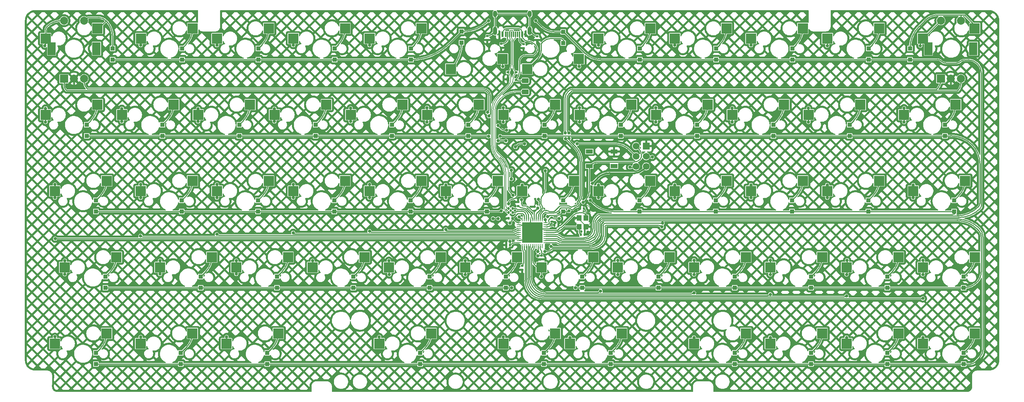
<source format=gbr>
%TF.GenerationSoftware,KiCad,Pcbnew,(7.0.0)*%
%TF.CreationDate,2023-05-29T16:26:43+02:00*%
%TF.ProjectId,the PETER keyboard,74686520-5045-4544-9552-206b6579626f,rev?*%
%TF.SameCoordinates,Original*%
%TF.FileFunction,Copper,L2,Bot*%
%TF.FilePolarity,Positive*%
%FSLAX46Y46*%
G04 Gerber Fmt 4.6, Leading zero omitted, Abs format (unit mm)*
G04 Created by KiCad (PCBNEW (7.0.0)) date 2023-05-29 16:26:43*
%MOMM*%
%LPD*%
G01*
G04 APERTURE LIST*
G04 Aperture macros list*
%AMRoundRect*
0 Rectangle with rounded corners*
0 $1 Rounding radius*
0 $2 $3 $4 $5 $6 $7 $8 $9 X,Y pos of 4 corners*
0 Add a 4 corners polygon primitive as box body*
4,1,4,$2,$3,$4,$5,$6,$7,$8,$9,$2,$3,0*
0 Add four circle primitives for the rounded corners*
1,1,$1+$1,$2,$3*
1,1,$1+$1,$4,$5*
1,1,$1+$1,$6,$7*
1,1,$1+$1,$8,$9*
0 Add four rect primitives between the rounded corners*
20,1,$1+$1,$2,$3,$4,$5,0*
20,1,$1+$1,$4,$5,$6,$7,0*
20,1,$1+$1,$6,$7,$8,$9,0*
20,1,$1+$1,$8,$9,$2,$3,0*%
G04 Aperture macros list end*
%TA.AperFunction,SMDPad,CuDef*%
%ADD10R,2.550000X2.500000*%
%TD*%
%TA.AperFunction,ComponentPad*%
%ADD11R,2.000000X2.000000*%
%TD*%
%TA.AperFunction,ComponentPad*%
%ADD12C,2.000000*%
%TD*%
%TA.AperFunction,ComponentPad*%
%ADD13R,2.000000X3.200000*%
%TD*%
%TA.AperFunction,SMDPad,CuDef*%
%ADD14R,1.100000X1.100000*%
%TD*%
%TA.AperFunction,SMDPad,CuDef*%
%ADD15RoundRect,0.135000X0.185000X-0.135000X0.185000X0.135000X-0.185000X0.135000X-0.185000X-0.135000X0*%
%TD*%
%TA.AperFunction,SMDPad,CuDef*%
%ADD16RoundRect,0.135000X-0.185000X0.135000X-0.185000X-0.135000X0.185000X-0.135000X0.185000X0.135000X0*%
%TD*%
%TA.AperFunction,SMDPad,CuDef*%
%ADD17RoundRect,0.140000X-0.170000X0.140000X-0.170000X-0.140000X0.170000X-0.140000X0.170000X0.140000X0*%
%TD*%
%TA.AperFunction,SMDPad,CuDef*%
%ADD18RoundRect,0.140000X-0.140000X-0.170000X0.140000X-0.170000X0.140000X0.170000X-0.140000X0.170000X0*%
%TD*%
%TA.AperFunction,SMDPad,CuDef*%
%ADD19R,0.600000X1.450000*%
%TD*%
%TA.AperFunction,SMDPad,CuDef*%
%ADD20R,0.300000X1.450000*%
%TD*%
%TA.AperFunction,ComponentPad*%
%ADD21O,1.000000X1.600000*%
%TD*%
%TA.AperFunction,ComponentPad*%
%ADD22O,1.000000X2.100000*%
%TD*%
%TA.AperFunction,SMDPad,CuDef*%
%ADD23RoundRect,0.135000X-0.135000X-0.185000X0.135000X-0.185000X0.135000X0.185000X-0.135000X0.185000X0*%
%TD*%
%TA.AperFunction,SMDPad,CuDef*%
%ADD24RoundRect,0.140000X0.140000X0.170000X-0.140000X0.170000X-0.140000X-0.170000X0.140000X-0.170000X0*%
%TD*%
%TA.AperFunction,SMDPad,CuDef*%
%ADD25R,1.800000X1.100000*%
%TD*%
%TA.AperFunction,SMDPad,CuDef*%
%ADD26RoundRect,0.250000X-0.625000X0.375000X-0.625000X-0.375000X0.625000X-0.375000X0.625000X0.375000X0*%
%TD*%
%TA.AperFunction,SMDPad,CuDef*%
%ADD27RoundRect,0.140000X0.170000X-0.140000X0.170000X0.140000X-0.170000X0.140000X-0.170000X-0.140000X0*%
%TD*%
%TA.AperFunction,SMDPad,CuDef*%
%ADD28R,0.700000X1.000000*%
%TD*%
%TA.AperFunction,SMDPad,CuDef*%
%ADD29R,0.700000X0.600000*%
%TD*%
%TA.AperFunction,SMDPad,CuDef*%
%ADD30R,1.200000X1.400000*%
%TD*%
%TA.AperFunction,ComponentPad*%
%ADD31C,1.700000*%
%TD*%
%TA.AperFunction,ComponentPad*%
%ADD32R,1.700000X1.700000*%
%TD*%
%TA.AperFunction,SMDPad,CuDef*%
%ADD33RoundRect,0.062500X-0.062500X0.475000X-0.062500X-0.475000X0.062500X-0.475000X0.062500X0.475000X0*%
%TD*%
%TA.AperFunction,SMDPad,CuDef*%
%ADD34RoundRect,0.062500X-0.475000X0.062500X-0.475000X-0.062500X0.475000X-0.062500X0.475000X0.062500X0*%
%TD*%
%TA.AperFunction,SMDPad,CuDef*%
%ADD35R,5.200000X5.200000*%
%TD*%
%TA.AperFunction,ViaPad*%
%ADD36C,0.800000*%
%TD*%
%TA.AperFunction,Conductor*%
%ADD37C,0.200000*%
%TD*%
%TA.AperFunction,Conductor*%
%ADD38C,0.250000*%
%TD*%
%TA.AperFunction,Conductor*%
%ADD39C,0.386000*%
%TD*%
%TA.AperFunction,Conductor*%
%ADD40C,0.254000*%
%TD*%
G04 APERTURE END LIST*
D10*
%TO.P,MX56,1,COL*%
%TO.N,COL9*%
X208814999Y-130301999D03*
%TO.P,MX56,2,ROW*%
%TO.N,Net-(D56-Pad2)*%
X221741999Y-127761999D03*
%TD*%
%TO.P,MX51,1,COL*%
%TO.N,COL2*%
X73001199Y-130301999D03*
%TO.P,MX51,2,ROW*%
%TO.N,Net-(D51-Pad2)*%
X85928199Y-127761999D03*
%TD*%
%TO.P,MX52,1,COL*%
%TO.N,COL4*%
X111177399Y-130301999D03*
%TO.P,MX52,2,ROW*%
%TO.N,Net-(D52-Pad2)*%
X124104399Y-127761999D03*
%TD*%
%TO.P,MX13,1,COL*%
%TO.N,COL0*%
X27839999Y-73151999D03*
%TO.P,MX13,2,ROW*%
%TO.N,Net-(D13-Pad2)*%
X40766999Y-70611999D03*
%TD*%
%TO.P,MX37,1,COL*%
%TO.N,COL0*%
X32589799Y-111251999D03*
%TO.P,MX37,2,ROW*%
%TO.N,Net-(D37-Pad2)*%
X45516799Y-108711999D03*
%TD*%
%TO.P,MX19,1,COL*%
%TO.N,COL6*%
X142139999Y-73151999D03*
%TO.P,MX19,2,ROW*%
%TO.N,Net-(D19-Pad2)*%
X155066999Y-70611999D03*
%TD*%
%TO.P,MX54,1,COL*%
%TO.N,COL7*%
X158776999Y-130301999D03*
%TO.P,MX54,2,ROW*%
%TO.N,Net-(D54-Pad2)*%
X171703999Y-127761999D03*
%TD*%
%TO.P,MX7,1,COL*%
%TO.N,COL6*%
X161008999Y-59181999D03*
%TO.P,MX7,2,ROW*%
%TO.N,Net-(D7-Pad2)*%
X148081999Y-61721999D03*
%TD*%
%TO.P,MX46,1,COL*%
%TO.N,COL9*%
X208814999Y-111251999D03*
%TO.P,MX46,2,ROW*%
%TO.N,Net-(D46-Pad2)*%
X221741999Y-108711999D03*
%TD*%
D11*
%TO.P,SW1,A,A*%
%TO.N,ROTARY_A*%
X32424999Y-64141999D03*
D12*
%TO.P,SW1,B,B*%
%TO.N,ROTARY_B*%
X37425000Y-64142000D03*
%TO.P,SW1,C,C*%
%TO.N,GND*%
X34925000Y-64142000D03*
D13*
%TO.P,SW1,MP*%
%TO.N,N/C*%
X29324999Y-56641999D03*
X40524999Y-56641999D03*
D12*
%TO.P,SW1,S1,S1*%
%TO.N,Net-(D1-Pad2)*%
X37425000Y-49642000D03*
%TO.P,SW1,S2,S2*%
%TO.N,COL0*%
X32425000Y-49642000D03*
%TD*%
D10*
%TO.P,MX48,1,COL*%
%TO.N,COL11*%
X246914999Y-111251999D03*
%TO.P,MX48,2,ROW*%
%TO.N,Net-(D48-Pad2)*%
X259841999Y-108711999D03*
%TD*%
%TO.P,MX14,1,COL*%
%TO.N,COL1*%
X46889999Y-73151999D03*
%TO.P,MX14,2,ROW*%
%TO.N,Net-(D14-Pad2)*%
X59816999Y-70611999D03*
%TD*%
%TO.P,MX12,1,COL*%
%TO.N,COL11*%
X246889599Y-54101999D03*
%TO.P,MX12,2,ROW*%
%TO.N,Net-(D12-Pad2)*%
X259816599Y-51561999D03*
%TD*%
%TO.P,MX30,1,COL*%
%TO.N,COL5*%
X127788999Y-92201999D03*
%TO.P,MX30,2,ROW*%
%TO.N,Net-(D30-Pad2)*%
X140715999Y-89661999D03*
%TD*%
%TO.P,MX15,1,COL*%
%TO.N,COL2*%
X65939999Y-73151999D03*
%TO.P,MX15,2,ROW*%
%TO.N,Net-(D15-Pad2)*%
X78866999Y-70611999D03*
%TD*%
%TO.P,MX26,1,COL*%
%TO.N,COL1*%
X51588999Y-92201999D03*
%TO.P,MX26,2,ROW*%
%TO.N,Net-(D26-Pad2)*%
X64515999Y-89661999D03*
%TD*%
%TO.P,MX11,1,COL*%
%TO.N,COL10*%
X223038999Y-54101999D03*
%TO.P,MX11,2,ROW*%
%TO.N,Net-(D11-Pad2)*%
X235965999Y-51561999D03*
%TD*%
%TO.P,MX45,1,COL*%
%TO.N,COL8*%
X189764999Y-111251999D03*
%TO.P,MX45,2,ROW*%
%TO.N,Net-(D45-Pad2)*%
X202691999Y-108711999D03*
%TD*%
%TO.P,MX18,1,COL*%
%TO.N,COL5*%
X123089999Y-73151999D03*
%TO.P,MX18,2,ROW*%
%TO.N,Net-(D18-Pad2)*%
X136016999Y-70611999D03*
%TD*%
%TO.P,MX32,1,COL*%
%TO.N,COL7*%
X165888999Y-92201999D03*
%TO.P,MX32,2,ROW*%
%TO.N,Net-(D32-Pad2)*%
X178815999Y-89661999D03*
%TD*%
%TO.P,MX22,1,COL*%
%TO.N,COL9*%
X199289999Y-73151999D03*
%TO.P,MX22,2,ROW*%
%TO.N,Net-(D22-Pad2)*%
X212216999Y-70611999D03*
%TD*%
%TO.P,MX35,1,COL*%
%TO.N,COL10*%
X223038999Y-92201999D03*
%TO.P,MX35,2,ROW*%
%TO.N,Net-(D35-Pad2)*%
X235965999Y-89661999D03*
%TD*%
%TO.P,MX27,1,COL*%
%TO.N,COL2*%
X70638999Y-92201999D03*
%TO.P,MX27,2,ROW*%
%TO.N,Net-(D27-Pad2)*%
X83565999Y-89661999D03*
%TD*%
%TO.P,MX43,1,COL*%
%TO.N,COL6*%
X151664999Y-111251999D03*
%TO.P,MX43,2,ROW*%
%TO.N,Net-(D43-Pad2)*%
X164591999Y-108711999D03*
%TD*%
%TO.P,MX3,1,COL*%
%TO.N,COL2*%
X70638999Y-54101999D03*
%TO.P,MX3,2,ROW*%
%TO.N,Net-(D3-Pad2)*%
X83565999Y-51561999D03*
%TD*%
%TO.P,MX33,1,COL*%
%TO.N,COL8*%
X184938999Y-92201999D03*
%TO.P,MX33,2,ROW*%
%TO.N,Net-(D33-Pad2)*%
X197865999Y-89661999D03*
%TD*%
%TO.P,MX50,1,COL*%
%TO.N,COL1*%
X51563599Y-130301999D03*
%TO.P,MX50,2,ROW*%
%TO.N,Net-(D50-Pad2)*%
X64490599Y-127761999D03*
%TD*%
%TO.P,MX47,1,COL*%
%TO.N,COL10*%
X227864999Y-111251999D03*
%TO.P,MX47,2,ROW*%
%TO.N,Net-(D47-Pad2)*%
X240791999Y-108711999D03*
%TD*%
%TO.P,MX28,1,COL*%
%TO.N,COL3*%
X89688999Y-92201999D03*
%TO.P,MX28,2,ROW*%
%TO.N,Net-(D28-Pad2)*%
X102615999Y-89661999D03*
%TD*%
%TO.P,MX6,1,COL*%
%TO.N,COL5*%
X141958999Y-59181999D03*
%TO.P,MX6,2,ROW*%
%TO.N,Net-(D6-Pad2)*%
X129031999Y-61721999D03*
%TD*%
%TO.P,MX49,1,COL*%
%TO.N,COL0*%
X30125999Y-130301999D03*
%TO.P,MX49,2,ROW*%
%TO.N,Net-(D49-Pad2)*%
X43052999Y-127761999D03*
%TD*%
%TO.P,MX10,1,COL*%
%TO.N,COL9*%
X203988999Y-54101999D03*
%TO.P,MX10,2,ROW*%
%TO.N,Net-(D10-Pad2)*%
X216915999Y-51561999D03*
%TD*%
%TO.P,MX8,1,COL*%
%TO.N,COL7*%
X165888999Y-54101999D03*
%TO.P,MX8,2,ROW*%
%TO.N,Net-(D8-Pad2)*%
X178815999Y-51561999D03*
%TD*%
%TO.P,MX9,1,COL*%
%TO.N,COL8*%
X184938999Y-54101999D03*
%TO.P,MX9,2,ROW*%
%TO.N,Net-(D9-Pad2)*%
X197865999Y-51561999D03*
%TD*%
%TO.P,MX42,1,COL*%
%TO.N,COL5*%
X132614999Y-111251999D03*
%TO.P,MX42,2,ROW*%
%TO.N,Net-(D42-Pad2)*%
X145541999Y-108711999D03*
%TD*%
%TO.P,MX24,1,COL*%
%TO.N,COL11*%
X242139799Y-73151999D03*
%TO.P,MX24,2,ROW*%
%TO.N,Net-(D24-Pad2)*%
X255066799Y-70611999D03*
%TD*%
%TO.P,MX20,1,COL*%
%TO.N,COL7*%
X161189999Y-73151999D03*
%TO.P,MX20,2,ROW*%
%TO.N,Net-(D20-Pad2)*%
X174116999Y-70611999D03*
%TD*%
%TO.P,MX1,1,COL*%
%TO.N,COL0*%
X27839999Y-54101999D03*
%TO.P,MX1,2,ROW*%
%TO.N,Net-(D1-Pad2)*%
X40766999Y-51561999D03*
%TD*%
%TO.P,MX16,1,COL*%
%TO.N,COL3*%
X84989999Y-73151999D03*
%TO.P,MX16,2,ROW*%
%TO.N,Net-(D16-Pad2)*%
X97916999Y-70611999D03*
%TD*%
%TO.P,MX38,1,COL*%
%TO.N,COL1*%
X56414999Y-111251999D03*
%TO.P,MX38,2,ROW*%
%TO.N,Net-(D38-Pad2)*%
X69341999Y-108711999D03*
%TD*%
%TO.P,MX31,1,COL*%
%TO.N,COL6*%
X146838999Y-92201999D03*
%TO.P,MX31,2,ROW*%
%TO.N,Net-(D31-Pad2)*%
X159765999Y-89661999D03*
%TD*%
%TO.P,MX53,1,COL*%
%TO.N,COL5*%
X142139999Y-130301999D03*
%TO.P,MX53,2,ROW*%
%TO.N,Net-(D53-Pad2)*%
X155066999Y-127761999D03*
%TD*%
%TO.P,MX29,1,COL*%
%TO.N,COL4*%
X108738999Y-92201999D03*
%TO.P,MX29,2,ROW*%
%TO.N,Net-(D29-Pad2)*%
X121665999Y-89661999D03*
%TD*%
%TO.P,MX39,1,COL*%
%TO.N,COL2*%
X75464999Y-111251999D03*
%TO.P,MX39,2,ROW*%
%TO.N,Net-(D39-Pad2)*%
X88391999Y-108711999D03*
%TD*%
%TO.P,MX55,1,COL*%
%TO.N,COL8*%
X189764999Y-130301999D03*
%TO.P,MX55,2,ROW*%
%TO.N,Net-(D55-Pad2)*%
X202691999Y-127761999D03*
%TD*%
%TO.P,MX40,1,COL*%
%TO.N,COL3*%
X94514999Y-111251999D03*
%TO.P,MX40,2,ROW*%
%TO.N,Net-(D40-Pad2)*%
X107441999Y-108711999D03*
%TD*%
%TO.P,MX21,1,COL*%
%TO.N,COL8*%
X180239999Y-73151999D03*
%TO.P,MX21,2,ROW*%
%TO.N,Net-(D21-Pad2)*%
X193166999Y-70611999D03*
%TD*%
%TO.P,MX5,1,COL*%
%TO.N,COL4*%
X108738999Y-54101999D03*
%TO.P,MX5,2,ROW*%
%TO.N,Net-(D5-Pad2)*%
X121665999Y-51561999D03*
%TD*%
%TO.P,MX44,1,COL*%
%TO.N,COL7*%
X170714999Y-111251999D03*
%TO.P,MX44,2,ROW*%
%TO.N,Net-(D44-Pad2)*%
X183641999Y-108711999D03*
%TD*%
%TO.P,MX36,1,COL*%
%TO.N,COL11*%
X244476599Y-92201999D03*
%TO.P,MX36,2,ROW*%
%TO.N,Net-(D36-Pad2)*%
X257403599Y-89661999D03*
%TD*%
D11*
%TO.P,SW12,A,A*%
%TO.N,ROTARY_D*%
X251372999Y-64141999D03*
D12*
%TO.P,SW12,B,B*%
%TO.N,ROTARY_C*%
X256373000Y-64142000D03*
%TO.P,SW12,C,C*%
%TO.N,GND*%
X253873000Y-64142000D03*
D13*
%TO.P,SW12,MP*%
%TO.N,N/C*%
X248272999Y-56641999D03*
X259472999Y-56641999D03*
D12*
%TO.P,SW12,S1,S1*%
%TO.N,Net-(D12-Pad2)*%
X256373000Y-49642000D03*
%TO.P,SW12,S2,S2*%
%TO.N,COL11*%
X251373000Y-49642000D03*
%TD*%
D10*
%TO.P,MX4,1,COL*%
%TO.N,COL3*%
X89688999Y-54101999D03*
%TO.P,MX4,2,ROW*%
%TO.N,Net-(D4-Pad2)*%
X102615999Y-51561999D03*
%TD*%
%TO.P,MX25,1,COL*%
%TO.N,COL0*%
X30151399Y-92201999D03*
%TO.P,MX25,2,ROW*%
%TO.N,Net-(D25-Pad2)*%
X43078399Y-89661999D03*
%TD*%
%TO.P,MX17,1,COL*%
%TO.N,COL4*%
X104039999Y-73151999D03*
%TO.P,MX17,2,ROW*%
%TO.N,Net-(D17-Pad2)*%
X116966999Y-70611999D03*
%TD*%
%TO.P,MX41,1,COL*%
%TO.N,COL4*%
X113564999Y-111251999D03*
%TO.P,MX41,2,ROW*%
%TO.N,Net-(D41-Pad2)*%
X126491999Y-108711999D03*
%TD*%
%TO.P,MX34,1,COL*%
%TO.N,COL9*%
X203988999Y-92201999D03*
%TO.P,MX34,2,ROW*%
%TO.N,Net-(D34-Pad2)*%
X216915999Y-89661999D03*
%TD*%
%TO.P,MX58,1,COL*%
%TO.N,COL11*%
X246914999Y-130301999D03*
%TO.P,MX58,2,ROW*%
%TO.N,Net-(D58-Pad2)*%
X259841999Y-127761999D03*
%TD*%
%TO.P,MX2,1,COL*%
%TO.N,COL1*%
X51652499Y-54101999D03*
%TO.P,MX2,2,ROW*%
%TO.N,Net-(D2-Pad2)*%
X64579499Y-51561999D03*
%TD*%
%TO.P,MX57,1,COL*%
%TO.N,COL10*%
X227864999Y-130301999D03*
%TO.P,MX57,2,ROW*%
%TO.N,Net-(D57-Pad2)*%
X240791999Y-127761999D03*
%TD*%
%TO.P,MX23,1,COL*%
%TO.N,COL10*%
X218339999Y-73151999D03*
%TO.P,MX23,2,ROW*%
%TO.N,Net-(D23-Pad2)*%
X231266999Y-70611999D03*
%TD*%
D14*
%TO.P,D40,1,K*%
%TO.N, ROW3*%
X104662999Y-116349999D03*
%TO.P,D40,2,A*%
%TO.N,Net-(D40-Pad2)*%
X104662999Y-113549999D03*
%TD*%
%TO.P,D28,1,K*%
%TO.N,ROW2*%
X99900499Y-97299999D03*
%TO.P,D28,2,A*%
%TO.N,Net-(D28-Pad2)*%
X99900499Y-94499999D03*
%TD*%
D15*
%TO.P,R_reset1,1*%
%TO.N,+5V*%
X154178000Y-99824000D03*
%TO.P,R_reset1,2*%
%TO.N,RESET*%
X154178000Y-98804000D03*
%TD*%
D14*
%TO.P,D21,1,K*%
%TO.N,ROW1*%
X190499999Y-78399999D03*
%TO.P,D21,2,A*%
%TO.N,Net-(D21-Pad2)*%
X190499999Y-75599999D03*
%TD*%
D16*
%TO.P,R_USB2,1*%
%TO.N,Net-(J1-PadB5)*%
X147200000Y-55446200D03*
%TO.P,R_USB2,2*%
%TO.N,GND*%
X147200000Y-56466200D03*
%TD*%
D14*
%TO.P,D26,1,K*%
%TO.N,ROW2*%
X61800499Y-97299999D03*
%TO.P,D26,2,A*%
%TO.N,Net-(D26-Pad2)*%
X61800499Y-94499999D03*
%TD*%
%TO.P,D9,1,K*%
%TO.N,ROW0*%
X195262499Y-59349999D03*
%TO.P,D9,2,A*%
%TO.N,Net-(D9-Pad2)*%
X195262499Y-56549999D03*
%TD*%
%TO.P,D50,1,K*%
%TO.N,ROW4*%
X61599999Y-135399999D03*
%TO.P,D50,2,A*%
%TO.N,Net-(D50-Pad2)*%
X61599999Y-132599999D03*
%TD*%
%TO.P,D44,1,K*%
%TO.N, ROW3*%
X180862999Y-116349999D03*
%TO.P,D44,2,A*%
%TO.N,Net-(D44-Pad2)*%
X180862999Y-113549999D03*
%TD*%
%TO.P,D45,1,K*%
%TO.N, ROW3*%
X199912999Y-116349999D03*
%TO.P,D45,2,A*%
%TO.N,Net-(D45-Pad2)*%
X199912999Y-113549999D03*
%TD*%
%TO.P,D17,1,K*%
%TO.N,ROW1*%
X114299999Y-78399999D03*
%TO.P,D17,2,A*%
%TO.N,Net-(D17-Pad2)*%
X114299999Y-75599999D03*
%TD*%
%TO.P,D52,1,K*%
%TO.N,ROW4*%
X121331799Y-135399999D03*
%TO.P,D52,2,A*%
%TO.N,Net-(D52-Pad2)*%
X121331799Y-132599999D03*
%TD*%
%TO.P,D58,1,K*%
%TO.N,ROW4*%
X257062999Y-135399999D03*
%TO.P,D58,2,A*%
%TO.N,Net-(D58-Pad2)*%
X257062999Y-132599999D03*
%TD*%
D16*
%TO.P,R_HWB/PE2,1*%
%TO.N,Net-(R_HWB/PE2-Pad1)*%
X146812000Y-110869000D03*
%TO.P,R_HWB/PE2,2*%
%TO.N,GND*%
X146812000Y-111889000D03*
%TD*%
D14*
%TO.P,D38,1,K*%
%TO.N, ROW3*%
X66562999Y-116349999D03*
%TO.P,D38,2,A*%
%TO.N,Net-(D38-Pad2)*%
X66562999Y-113549999D03*
%TD*%
D17*
%TO.P,C_Decoupler1,1*%
%TO.N,+5V*%
X151638000Y-108295795D03*
%TO.P,C_Decoupler1,2*%
%TO.N,GND*%
X151638000Y-109255795D03*
%TD*%
D18*
%TO.P,C_crystal2,1*%
%TO.N,GND*%
X161318000Y-96558100D03*
%TO.P,C_crystal2,2*%
%TO.N,Net-(C_crystal2-Pad2)*%
X162278000Y-96558100D03*
%TD*%
D14*
%TO.P,D35,1,K*%
%TO.N,ROW2*%
X233250499Y-97299999D03*
%TO.P,D35,2,A*%
%TO.N,Net-(D35-Pad2)*%
X233250499Y-94499999D03*
%TD*%
D19*
%TO.P,J1,A1,GND*%
%TO.N,GND*%
X141149999Y-53066999D03*
%TO.P,J1,A4,VBUS*%
%TO.N,VCC*%
X141949999Y-53066999D03*
D20*
%TO.P,J1,A5,CC1*%
%TO.N,Net-(J1-PadA5)*%
X143149999Y-53066999D03*
%TO.P,J1,A6,D+*%
%TO.N,D+*%
X144149999Y-53066999D03*
%TO.P,J1,A7,D-*%
%TO.N,D-*%
X144649999Y-53066999D03*
%TO.P,J1,A8,SBU1*%
%TO.N,unconnected-(J1-PadA8)*%
X145649999Y-53066999D03*
D19*
%TO.P,J1,A9,VBUS*%
%TO.N,VCC*%
X146849999Y-53066999D03*
%TO.P,J1,A12,GND*%
%TO.N,GND*%
X147649999Y-53066999D03*
%TO.P,J1,B1,GND*%
X147649999Y-53066999D03*
%TO.P,J1,B4,VBUS*%
%TO.N,VCC*%
X146849999Y-53066999D03*
D20*
%TO.P,J1,B5,CC2*%
%TO.N,Net-(J1-PadB5)*%
X146149999Y-53066999D03*
%TO.P,J1,B6,D+*%
%TO.N,D+*%
X145149999Y-53066999D03*
%TO.P,J1,B7,D-*%
%TO.N,D-*%
X143649999Y-53066999D03*
%TO.P,J1,B8,SBU2*%
%TO.N,unconnected-(J1-PadB8)*%
X142649999Y-53066999D03*
D19*
%TO.P,J1,B9,VBUS*%
%TO.N,VCC*%
X141949999Y-53066999D03*
%TO.P,J1,B12,GND*%
%TO.N,GND*%
X141149999Y-53066999D03*
D21*
%TO.P,J1,S1,SHIELD*%
%TO.N,Net-(C_USBSHIELD1-Pad1)*%
X140079999Y-47971999D03*
D22*
X140079999Y-52151999D03*
D21*
X148719999Y-47971999D03*
D22*
X148719999Y-52151999D03*
%TD*%
D14*
%TO.P,D23,1,K*%
%TO.N,ROW1*%
X228599999Y-78431799D03*
%TO.P,D23,2,A*%
%TO.N,Net-(D23-Pad2)*%
X228599999Y-75631799D03*
%TD*%
%TO.P,D42,1,K*%
%TO.N, ROW3*%
X142762999Y-116349999D03*
%TO.P,D42,2,A*%
%TO.N,Net-(D42-Pad2)*%
X142762999Y-113549999D03*
%TD*%
%TO.P,D47,1,K*%
%TO.N, ROW3*%
X238012999Y-116349999D03*
%TO.P,D47,2,A*%
%TO.N,Net-(D47-Pad2)*%
X238012999Y-113549999D03*
%TD*%
%TO.P,D4,1,K*%
%TO.N,ROW0*%
X100012499Y-59349999D03*
%TO.P,D4,2,A*%
%TO.N,Net-(D4-Pad2)*%
X100012499Y-56549999D03*
%TD*%
%TO.P,D3,1,K*%
%TO.N,ROW0*%
X80962499Y-59349999D03*
%TO.P,D3,2,A*%
%TO.N,Net-(D3-Pad2)*%
X80962499Y-56549999D03*
%TD*%
D23*
%TO.P,R_USB3,1*%
%TO.N,D-*%
X143469900Y-97586800D03*
%TO.P,R_USB3,2*%
%TO.N,Net-(R_USB3-Pad2)*%
X144489900Y-97586800D03*
%TD*%
D16*
%TO.P,R_USB1,1*%
%TO.N,Net-(J1-PadA5)*%
X141600000Y-55420800D03*
%TO.P,R_USB1,2*%
%TO.N,GND*%
X141600000Y-56440800D03*
%TD*%
D14*
%TO.P,D27,1,K*%
%TO.N,ROW2*%
X80850499Y-97299999D03*
%TO.P,D27,2,A*%
%TO.N,Net-(D27-Pad2)*%
X80850499Y-94499999D03*
%TD*%
%TO.P,D12,1,K*%
%TO.N,ROW0*%
X243681299Y-59349999D03*
%TO.P,D12,2,A*%
%TO.N,Net-(D12-Pad2)*%
X243681299Y-56549999D03*
%TD*%
D24*
%TO.P,C_Decoupler2,1*%
%TO.N,+5V*%
X143824900Y-105664000D03*
%TO.P,C_Decoupler2,2*%
%TO.N,GND*%
X142864900Y-105664000D03*
%TD*%
D14*
%TO.P,D1,1,K*%
%TO.N,ROW0*%
X44576999Y-59349999D03*
%TO.P,D1,2,A*%
%TO.N,Net-(D1-Pad2)*%
X44576999Y-56549999D03*
%TD*%
%TO.P,D37,1,K*%
%TO.N, ROW3*%
X42750499Y-116349999D03*
%TO.P,D37,2,A*%
%TO.N,Net-(D37-Pad2)*%
X42750499Y-113549999D03*
%TD*%
D25*
%TO.P,SW2,1,1*%
%TO.N,GND*%
X169787499Y-82287499D03*
%TO.P,SW2,2,2*%
%TO.N,RESET*%
X163587499Y-85987499D03*
%TO.P,SW2,3*%
%TO.N,N/C*%
X169787499Y-85987499D03*
%TO.P,SW2,4*%
X163587499Y-82287499D03*
%TD*%
D14*
%TO.P,D39,1,K*%
%TO.N, ROW3*%
X85612999Y-116349999D03*
%TO.P,D39,2,A*%
%TO.N,Net-(D39-Pad2)*%
X85612999Y-113549999D03*
%TD*%
D23*
%TO.P,R_USB4,1*%
%TO.N,D+*%
X143469900Y-96520000D03*
%TO.P,R_USB4,2*%
%TO.N,Net-(R_USB4-Pad2)*%
X144489900Y-96520000D03*
%TD*%
D14*
%TO.P,D11,1,K*%
%TO.N,ROW0*%
X233362499Y-59349999D03*
%TO.P,D11,2,A*%
%TO.N,Net-(D11-Pad2)*%
X233362499Y-56549999D03*
%TD*%
%TO.P,D51,1,K*%
%TO.N,ROW4*%
X83199999Y-135399999D03*
%TO.P,D51,2,A*%
%TO.N,Net-(D51-Pad2)*%
X83199999Y-132599999D03*
%TD*%
D26*
%TO.P,F_USBC1,1*%
%TO.N,VCC*%
X147600000Y-64600000D03*
%TO.P,F_USBC1,2*%
%TO.N,+5V*%
X147600000Y-67400000D03*
%TD*%
D16*
%TO.P,R_USBSHIELD1,1*%
%TO.N,Net-(C_USBSHIELD1-Pad1)*%
X138112500Y-53465000D03*
%TO.P,R_USBSHIELD1,2*%
%TO.N,GND*%
X138112500Y-54485000D03*
%TD*%
D14*
%TO.P,D33,1,K*%
%TO.N,ROW2*%
X195150499Y-97299999D03*
%TO.P,D33,2,A*%
%TO.N,Net-(D33-Pad2)*%
X195150499Y-94499999D03*
%TD*%
%TO.P,D7,1,K*%
%TO.N,ROW0*%
X157098999Y-52447999D03*
%TO.P,D7,2,A*%
%TO.N,Net-(D7-Pad2)*%
X157098999Y-55247999D03*
%TD*%
%TO.P,D41,1,K*%
%TO.N, ROW3*%
X123712999Y-116349999D03*
%TO.P,D41,2,A*%
%TO.N,Net-(D41-Pad2)*%
X123712999Y-113549999D03*
%TD*%
%TO.P,D43,1,K*%
%TO.N, ROW3*%
X161812999Y-116349999D03*
%TO.P,D43,2,A*%
%TO.N,Net-(D43-Pad2)*%
X161812999Y-113549999D03*
%TD*%
D27*
%TO.P,C_UCAP1,1*%
%TO.N,Net-(C_UCAP1-Pad1)*%
X145846800Y-95933200D03*
%TO.P,C_UCAP1,2*%
%TO.N,GND*%
X145846800Y-94973200D03*
%TD*%
D14*
%TO.P,D57,1,K*%
%TO.N,ROW4*%
X238012999Y-135399999D03*
%TO.P,D57,2,A*%
%TO.N,Net-(D57-Pad2)*%
X238012999Y-132599999D03*
%TD*%
D24*
%TO.P,C_Decoupler5,1*%
%TO.N,+5V*%
X144409100Y-99034600D03*
%TO.P,C_Decoupler5,2*%
%TO.N,GND*%
X143449100Y-99034600D03*
%TD*%
D14*
%TO.P,D13,1,K*%
%TO.N,ROW1*%
X38099999Y-78399999D03*
%TO.P,D13,2,A*%
%TO.N,Net-(D13-Pad2)*%
X38099999Y-75599999D03*
%TD*%
D24*
%TO.P,C_crystal1,1*%
%TO.N,GND*%
X162405000Y-103060500D03*
%TO.P,C_crystal1,2*%
%TO.N,Net-(C_crystal1-Pad2)*%
X161445000Y-103060500D03*
%TD*%
D14*
%TO.P,D10,1,K*%
%TO.N,ROW0*%
X214312499Y-59349999D03*
%TO.P,D10,2,A*%
%TO.N,Net-(D10-Pad2)*%
X214312499Y-56549999D03*
%TD*%
%TO.P,D16,1,K*%
%TO.N,ROW1*%
X95249999Y-78399999D03*
%TO.P,D16,2,A*%
%TO.N,Net-(D16-Pad2)*%
X95249999Y-75599999D03*
%TD*%
%TO.P,D25,1,K*%
%TO.N,ROW2*%
X40369299Y-97299999D03*
%TO.P,D25,2,A*%
%TO.N,Net-(D25-Pad2)*%
X40369299Y-94499999D03*
%TD*%
%TO.P,D32,1,K*%
%TO.N,ROW2*%
X176100499Y-97299999D03*
%TO.P,D32,2,A*%
%TO.N,Net-(D32-Pad2)*%
X176100499Y-94499999D03*
%TD*%
%TO.P,D8,1,K*%
%TO.N,ROW0*%
X176212499Y-59349999D03*
%TO.P,D8,2,A*%
%TO.N,Net-(D8-Pad2)*%
X176212499Y-56549999D03*
%TD*%
%TO.P,D48,1,K*%
%TO.N, ROW3*%
X257062999Y-116349999D03*
%TO.P,D48,2,A*%
%TO.N,Net-(D48-Pad2)*%
X257062999Y-113549999D03*
%TD*%
D28*
%TO.P,D59,1,GND*%
%TO.N,GND*%
X143271999Y-64249999D03*
D29*
%TO.P,D59,2,I/O1*%
%TO.N,D-*%
X143271999Y-62549999D03*
%TO.P,D59,3,I/O2*%
%TO.N,D+*%
X145271999Y-62549999D03*
%TO.P,D59,4,VCC*%
%TO.N,VCC*%
X145271999Y-64449999D03*
%TD*%
D17*
%TO.P,C_USBSHIELD1,1*%
%TO.N,Net-(C_USBSHIELD1-Pad1)*%
X150600000Y-53520000D03*
%TO.P,C_USBSHIELD1,2*%
%TO.N,GND*%
X150600000Y-54480000D03*
%TD*%
D14*
%TO.P,D56,1,K*%
%TO.N,ROW4*%
X218962999Y-135399999D03*
%TO.P,D56,2,A*%
%TO.N,Net-(D56-Pad2)*%
X218962999Y-132599999D03*
%TD*%
%TO.P,D30,1,K*%
%TO.N,ROW2*%
X138000499Y-97299999D03*
%TO.P,D30,2,A*%
%TO.N,Net-(D30-Pad2)*%
X138000499Y-94499999D03*
%TD*%
%TO.P,D22,1,K*%
%TO.N,ROW1*%
X209549999Y-78399999D03*
%TO.P,D22,2,A*%
%TO.N,Net-(D22-Pad2)*%
X209549999Y-75599999D03*
%TD*%
%TO.P,D53,1,K*%
%TO.N,ROW4*%
X152287999Y-135399999D03*
%TO.P,D53,2,A*%
%TO.N,Net-(D53-Pad2)*%
X152287999Y-132599999D03*
%TD*%
%TO.P,D34,1,K*%
%TO.N,ROW2*%
X214200499Y-97299999D03*
%TO.P,D34,2,A*%
%TO.N,Net-(D34-Pad2)*%
X214200499Y-94499999D03*
%TD*%
D30*
%TO.P,Y1,1,1*%
%TO.N,Net-(C_crystal1-Pad2)*%
X161074999Y-101112499D03*
%TO.P,Y1,2,2*%
%TO.N,GND*%
X161074999Y-98912499D03*
%TO.P,Y1,3,3*%
%TO.N,Net-(C_crystal2-Pad2)*%
X162774999Y-98912499D03*
%TO.P,Y1,4,4*%
%TO.N,GND*%
X162774999Y-101112499D03*
%TD*%
D14*
%TO.P,D6,1,K*%
%TO.N,ROW0*%
X131698999Y-52320999D03*
%TO.P,D6,2,A*%
%TO.N,Net-(D6-Pad2)*%
X131698999Y-55120999D03*
%TD*%
%TO.P,D18,1,K*%
%TO.N,ROW1*%
X133349999Y-78399999D03*
%TO.P,D18,2,A*%
%TO.N,Net-(D18-Pad2)*%
X133349999Y-75599999D03*
%TD*%
D27*
%TO.P,C_Decoupler4,1*%
%TO.N,+5V*%
X149860000Y-97101600D03*
%TO.P,C_Decoupler4,2*%
%TO.N,GND*%
X149860000Y-96141600D03*
%TD*%
D14*
%TO.P,D19,1,K*%
%TO.N,ROW1*%
X152399999Y-78399999D03*
%TO.P,D19,2,A*%
%TO.N,Net-(D19-Pad2)*%
X152399999Y-75599999D03*
%TD*%
D18*
%TO.P,C_Decoupler3,1*%
%TO.N,+5V*%
X154920000Y-100800000D03*
%TO.P,C_Decoupler3,2*%
%TO.N,GND*%
X155880000Y-100800000D03*
%TD*%
D14*
%TO.P,D46,1,K*%
%TO.N, ROW3*%
X218962999Y-116349999D03*
%TO.P,D46,2,A*%
%TO.N,Net-(D46-Pad2)*%
X218962999Y-113549999D03*
%TD*%
%TO.P,D31,1,K*%
%TO.N,ROW2*%
X157050499Y-97299999D03*
%TO.P,D31,2,A*%
%TO.N,Net-(D31-Pad2)*%
X157050499Y-94499999D03*
%TD*%
%TO.P,D29,1,K*%
%TO.N,ROW2*%
X118950499Y-97299999D03*
%TO.P,D29,2,A*%
%TO.N,Net-(D29-Pad2)*%
X118950499Y-94499999D03*
%TD*%
%TO.P,D54,1,K*%
%TO.N,ROW4*%
X168956799Y-135399999D03*
%TO.P,D54,2,A*%
%TO.N,Net-(D54-Pad2)*%
X168956799Y-132599999D03*
%TD*%
%TO.P,D2,1,K*%
%TO.N,ROW0*%
X61912499Y-59349999D03*
%TO.P,D2,2,A*%
%TO.N,Net-(D2-Pad2)*%
X61912499Y-56549999D03*
%TD*%
%TO.P,D5,1,K*%
%TO.N,ROW0*%
X119062499Y-59349999D03*
%TO.P,D5,2,A*%
%TO.N,Net-(D5-Pad2)*%
X119062499Y-56549999D03*
%TD*%
%TO.P,D24,1,K*%
%TO.N,ROW1*%
X252412499Y-78399999D03*
%TO.P,D24,2,A*%
%TO.N,Net-(D24-Pad2)*%
X252412499Y-75599999D03*
%TD*%
%TO.P,D20,1,K*%
%TO.N,ROW1*%
X171449999Y-78399999D03*
%TO.P,D20,2,A*%
%TO.N,Net-(D20-Pad2)*%
X171449999Y-75599999D03*
%TD*%
D31*
%TO.P,J2,1,MISO*%
%TO.N,MISO*%
X175260000Y-86042500D03*
%TO.P,J2,2,VCC*%
%TO.N,+5V*%
X177800000Y-86042500D03*
%TO.P,J2,3,SCK*%
%TO.N,SCK*%
X175260000Y-83502500D03*
%TO.P,J2,4,MOSI*%
%TO.N,MOSI*%
X177800000Y-83502500D03*
%TO.P,J2,5,~{RST}*%
%TO.N,RESET*%
X175260000Y-80962500D03*
D32*
%TO.P,J2,6,GND*%
%TO.N,GND*%
X177799999Y-80962499D03*
%TD*%
D14*
%TO.P,D36,1,K*%
%TO.N,ROW2*%
X254681799Y-97299999D03*
%TO.P,D36,2,A*%
%TO.N,Net-(D36-Pad2)*%
X254681799Y-94499999D03*
%TD*%
%TO.P,D14,1,K*%
%TO.N,ROW1*%
X56999999Y-78399999D03*
%TO.P,D14,2,A*%
%TO.N,Net-(D14-Pad2)*%
X56999999Y-75599999D03*
%TD*%
%TO.P,D49,1,K*%
%TO.N,ROW4*%
X40399999Y-135399999D03*
%TO.P,D49,2,A*%
%TO.N,Net-(D49-Pad2)*%
X40399999Y-132599999D03*
%TD*%
%TO.P,D55,1,K*%
%TO.N,ROW4*%
X199912999Y-135399999D03*
%TO.P,D55,2,A*%
%TO.N,Net-(D55-Pad2)*%
X199912999Y-132599999D03*
%TD*%
D33*
%TO.P,U1,1,PE6*%
%TO.N,SCK*%
X146839300Y-99253100D03*
%TO.P,U1,2,UVCC*%
%TO.N,+5V*%
X147339300Y-99253100D03*
%TO.P,U1,3,D-*%
%TO.N,Net-(R_USB3-Pad2)*%
X147839300Y-99253100D03*
%TO.P,U1,4,D+*%
%TO.N,Net-(R_USB4-Pad2)*%
X148339300Y-99253100D03*
%TO.P,U1,5,UGND*%
%TO.N,GND*%
X148839300Y-99253100D03*
%TO.P,U1,6,UCAP*%
%TO.N,Net-(C_UCAP1-Pad1)*%
X149339300Y-99253100D03*
%TO.P,U1,7,VBUS*%
%TO.N,+5V*%
X149839300Y-99253100D03*
%TO.P,U1,8,PB0*%
%TO.N,ROTARY_A*%
X150339300Y-99253100D03*
%TO.P,U1,9,PB1*%
%TO.N,ROTARY_B*%
X150839300Y-99253100D03*
%TO.P,U1,10,PB2*%
%TO.N,ROTARY_D*%
X151339300Y-99253100D03*
%TO.P,U1,11,PB3*%
%TO.N,ROTARY_C*%
X151839300Y-99253100D03*
D34*
%TO.P,U1,12,PB7*%
%TO.N,MOSI*%
X152676800Y-100090600D03*
%TO.P,U1,13,~{RESET}*%
%TO.N,RESET*%
X152676800Y-100590600D03*
%TO.P,U1,14,VCC*%
%TO.N,+5V*%
X152676800Y-101090600D03*
%TO.P,U1,15,GND*%
%TO.N,GND*%
X152676800Y-101590600D03*
%TO.P,U1,16,XTAL2*%
%TO.N,Net-(C_crystal2-Pad2)*%
X152676800Y-102090600D03*
%TO.P,U1,17,XTAL1*%
%TO.N,Net-(C_crystal1-Pad2)*%
X152676800Y-102590600D03*
%TO.P,U1,18,PD0*%
%TO.N,ROW2*%
X152676800Y-103090600D03*
%TO.P,U1,19,PD1*%
%TO.N,ROW1*%
X152676800Y-103590600D03*
%TO.P,U1,20,PD2*%
%TO.N,ROW0*%
X152676800Y-104090600D03*
%TO.P,U1,21,PD3*%
%TO.N,ROW4*%
X152676800Y-104590600D03*
%TO.P,U1,22,PD5*%
%TO.N, ROW3*%
X152676800Y-105090600D03*
D33*
%TO.P,U1,23,GND*%
%TO.N,GND*%
X151839300Y-105928100D03*
%TO.P,U1,24,AVCC*%
%TO.N,+5V*%
X151339300Y-105928100D03*
%TO.P,U1,25,PD4*%
%TO.N,MISO*%
X150839300Y-105928100D03*
%TO.P,U1,26,PD6*%
%TO.N,unconnected-(U1-Pad26)*%
X150339300Y-105928100D03*
%TO.P,U1,27,PD7*%
%TO.N,COL6*%
X149839300Y-105928100D03*
%TO.P,U1,28,PB4*%
%TO.N,COL7*%
X149339300Y-105928100D03*
%TO.P,U1,29,PB5*%
%TO.N,COL8*%
X148839300Y-105928100D03*
%TO.P,U1,30,PB6*%
%TO.N,COL9*%
X148339300Y-105928100D03*
%TO.P,U1,31,PC6*%
%TO.N,COL10*%
X147839300Y-105928100D03*
%TO.P,U1,32,PC7*%
%TO.N,COL11*%
X147339300Y-105928100D03*
%TO.P,U1,33,~{HWB}/PE2*%
%TO.N,Net-(R_HWB/PE2-Pad1)*%
X146839300Y-105928100D03*
D34*
%TO.P,U1,34,VCC*%
%TO.N,+5V*%
X146001800Y-105090600D03*
%TO.P,U1,35,GND*%
%TO.N,GND*%
X146001800Y-104590600D03*
%TO.P,U1,36,PF7*%
%TO.N,COL0*%
X146001800Y-104090600D03*
%TO.P,U1,37,PF6*%
%TO.N,COL1*%
X146001800Y-103590600D03*
%TO.P,U1,38,PF5*%
%TO.N,COL2*%
X146001800Y-103090600D03*
%TO.P,U1,39,PF4*%
%TO.N,COL3*%
X146001800Y-102590600D03*
%TO.P,U1,40,PF1*%
%TO.N,COL4*%
X146001800Y-102090600D03*
%TO.P,U1,41,PF0*%
%TO.N,COL5*%
X146001800Y-101590600D03*
%TO.P,U1,42,AREF*%
%TO.N,unconnected-(U1-Pad42)*%
X146001800Y-101090600D03*
%TO.P,U1,43,GND*%
%TO.N,GND*%
X146001800Y-100590600D03*
%TO.P,U1,44,AVCC*%
%TO.N,+5V*%
X146001800Y-100090600D03*
D35*
%TO.P,U1,45,GND*%
%TO.N,GND*%
X149339299Y-102590599D03*
%TD*%
D14*
%TO.P,D15,1,K*%
%TO.N,ROW1*%
X76199999Y-78399999D03*
%TO.P,D15,2,A*%
%TO.N,Net-(D15-Pad2)*%
X76199999Y-75599999D03*
%TD*%
D36*
%TO.N,GND*%
X171450000Y-82296000D03*
X150241000Y-109347000D03*
X163272432Y-102502199D03*
X253873000Y-66040000D03*
X159512000Y-99771200D03*
X150816799Y-55304201D03*
X150418800Y-95148400D03*
X179425600Y-80911700D03*
X144983200Y-94945200D03*
X147208086Y-57568500D03*
X142621000Y-99060000D03*
X164642800Y-96469200D03*
X141986000Y-105664000D03*
X146177000Y-56388000D03*
X142748000Y-56388000D03*
X34925000Y-66167000D03*
X156074059Y-100077896D03*
X145923000Y-111887000D03*
%TO.N,+5V*%
X155074586Y-100070162D03*
X146659600Y-94386400D03*
X150749000Y-108394795D03*
X143764000Y-104775000D03*
X150754763Y-96428500D03*
X164338000Y-90297000D03*
X144520286Y-93212286D03*
X143764000Y-100203000D03*
%TO.N,ROW0*%
X150241000Y-49657000D03*
X138430000Y-49657000D03*
%TO.N,ROW1*%
X138430000Y-78486000D03*
X141351000Y-78486000D03*
%TO.N,ROW2*%
X163830000Y-94488000D03*
X158496000Y-97155000D03*
X153162000Y-98602800D03*
X141605000Y-97155000D03*
%TO.N, ROW3*%
X144221200Y-116332000D03*
X160121600Y-116332000D03*
%TO.N,COL0*%
X30162500Y-128587500D03*
X27813000Y-74930000D03*
X30162500Y-90551000D03*
X27635200Y-55880000D03*
X32639000Y-109601000D03*
X32615975Y-112945080D03*
X30162500Y-93853000D03*
X27828306Y-71545875D03*
X30226000Y-104089200D03*
%TO.N,COL1*%
X56388000Y-112903000D03*
X51562000Y-128651000D03*
X51562000Y-90551000D03*
X51562000Y-55753000D03*
X46863000Y-74803000D03*
X51562000Y-93853000D03*
X51511200Y-103394500D03*
X46863000Y-71628000D03*
X56388000Y-109601000D03*
%TO.N,COL2*%
X73025000Y-128651000D03*
X65913000Y-74803000D03*
X70612000Y-93853000D03*
X75438000Y-109601000D03*
X70612000Y-90551000D03*
X65913000Y-71628000D03*
X70612000Y-103013500D03*
X70612000Y-55753000D03*
X75438000Y-112903000D03*
%TO.N,COL3*%
X84963000Y-74803000D03*
X89662000Y-102622900D03*
X89662000Y-55753000D03*
X94488000Y-109601000D03*
X89662000Y-90551000D03*
X89662000Y-93853000D03*
X84963000Y-71628000D03*
%TO.N,COL4*%
X113538000Y-109601000D03*
X108712000Y-90551000D03*
X108712000Y-55753000D03*
X108712000Y-93853000D03*
X111125000Y-128651000D03*
X104013000Y-71501000D03*
X108712000Y-102216500D03*
X113665000Y-113030000D03*
X104013000Y-74803000D03*
%TO.N,COL5*%
X132588000Y-109601000D03*
X127762000Y-101835500D03*
X142113000Y-128651000D03*
X132588000Y-113030000D03*
X123063000Y-74930000D03*
X141986000Y-61087000D03*
X127762000Y-93853000D03*
X127762000Y-90678000D03*
X123063000Y-71374000D03*
%TO.N,COL6*%
X142113000Y-71374000D03*
X143426500Y-95402400D03*
X151638000Y-113538000D03*
X142113000Y-74930000D03*
X146812000Y-90678000D03*
X161036000Y-61087000D03*
%TO.N,COL7*%
X166420800Y-117246900D03*
X170688000Y-113030000D03*
X165862000Y-93853000D03*
X158750000Y-128778000D03*
X170688000Y-109474000D03*
X165862000Y-90678000D03*
X161163000Y-71374000D03*
X161163000Y-74930000D03*
X165862000Y-55753000D03*
%TO.N,COL8*%
X184912000Y-55753000D03*
X184912000Y-93853000D03*
X189725442Y-117634300D03*
X180213000Y-74930000D03*
X189738000Y-109474000D03*
X189738000Y-128778000D03*
X184912000Y-90678000D03*
X180213000Y-71374000D03*
X189738000Y-113030000D03*
%TO.N,COL9*%
X199263000Y-71501000D03*
X203962000Y-93853000D03*
X208788000Y-128778000D03*
X203962000Y-55753000D03*
X203962000Y-90678000D03*
X208788000Y-109474000D03*
X208788000Y-118015300D03*
X199263000Y-74930000D03*
X208788000Y-113030000D03*
%TO.N,COL10*%
X227838000Y-118396300D03*
X218313000Y-74930000D03*
X223012000Y-90678000D03*
X227838000Y-128778000D03*
X227965000Y-109474000D03*
X227838000Y-113030000D03*
X223012000Y-93853000D03*
X223012000Y-55880000D03*
X218313000Y-71501000D03*
%TO.N,COL11*%
X244475000Y-93853000D03*
X246888000Y-128778000D03*
X242189000Y-71501000D03*
X246888000Y-109474000D03*
X246253000Y-55880000D03*
X244475000Y-90678000D03*
X246888000Y-113030000D03*
X246888000Y-119024400D03*
X242189000Y-74930000D03*
%TO.N,RESET*%
X156084089Y-99078443D03*
X162052000Y-94996000D03*
%TO.N,ROTARY_A*%
X138196500Y-72542400D03*
X142798800Y-79654400D03*
X150874098Y-94258621D03*
X140817600Y-79603600D03*
%TO.N,ROTARY_B*%
X140805500Y-75844400D03*
X152603200Y-87122000D03*
X138573500Y-73456800D03*
X142951200Y-76962000D03*
%TO.N,ROTARY_D*%
X157632400Y-79095600D03*
X157581600Y-77673200D03*
%TO.N,ROTARY_C*%
X158557944Y-79053500D03*
X158508103Y-77673200D03*
%TO.N,MISO*%
X181730246Y-101138297D03*
X150749000Y-107315000D03*
X152527000Y-107315000D03*
X173736000Y-86233000D03*
%TO.N,SCK*%
X139554500Y-99060000D03*
X147447000Y-80391000D03*
X145161000Y-81153000D03*
X146050000Y-98646700D03*
X140861500Y-99060000D03*
X160509500Y-80391000D03*
X144145000Y-86995000D03*
X144145000Y-89154000D03*
%TO.N,MOSI*%
X154051000Y-106045000D03*
X179324000Y-83693000D03*
X181864000Y-100221500D03*
X152623482Y-99356726D03*
%TD*%
D37*
%TO.N,GND*%
X161075000Y-99112500D02*
X161075000Y-98912500D01*
D38*
X142664360Y-99034600D02*
X143449100Y-99034600D01*
D37*
X159872684Y-99410515D02*
X159512000Y-99771200D01*
D38*
X155880000Y-100796195D02*
X155880000Y-100311867D01*
D37*
X163800000Y-97058000D02*
X163800000Y-99896186D01*
D39*
X162932719Y-102841911D02*
X163272432Y-102502199D01*
D40*
X141600000Y-56394167D02*
X140714769Y-55508936D01*
D38*
X150418800Y-95148400D02*
X150167168Y-95400032D01*
X147200000Y-56466200D02*
X147200000Y-57548979D01*
D39*
X144997200Y-94959200D02*
X144983200Y-94945200D01*
D37*
X163197985Y-101002014D02*
X163443750Y-100756250D01*
X163800000Y-96482842D02*
X163800000Y-97058000D01*
D38*
X152676800Y-101590600D02*
X154549074Y-101590600D01*
X155883804Y-100800000D02*
X156276159Y-100800000D01*
D39*
X179400200Y-80937100D02*
X179425600Y-80911700D01*
X179338878Y-80962500D02*
X177800000Y-80962500D01*
D38*
X145924000Y-111888000D02*
X145923000Y-111887000D01*
D37*
X163800000Y-97058000D02*
X164209194Y-96648806D01*
D38*
X171435489Y-82287500D02*
X169787500Y-82287500D01*
X171450000Y-82296000D02*
X171445750Y-82291750D01*
D39*
X145030998Y-94973200D02*
X145846800Y-94973200D01*
X253873000Y-66040000D02*
X253873000Y-64142000D01*
D38*
X151753513Y-101590600D02*
X152676800Y-101590600D01*
X155881205Y-100963596D02*
X155752800Y-101092000D01*
D39*
X148519588Y-53936588D02*
X147650000Y-53067000D01*
D38*
X148285056Y-103644845D02*
X149339300Y-102590600D01*
X155880000Y-100796195D02*
X155880000Y-100803804D01*
D37*
X162739644Y-100977144D02*
X161216421Y-99453921D01*
D38*
X155880000Y-100796195D02*
X155880000Y-100409175D01*
D39*
X34925000Y-66167000D02*
X34925000Y-64142000D01*
D38*
X148839300Y-101383494D02*
X148839300Y-99253100D01*
X148285056Y-101536355D02*
X149339300Y-102590600D01*
X142748000Y-56388000D02*
X142721600Y-56414400D01*
D40*
X140290641Y-54485000D02*
X138112500Y-54485000D01*
D38*
X155977029Y-100174925D02*
X156074059Y-100077896D01*
X160147000Y-96929159D02*
X160946941Y-96929159D01*
D37*
X161799404Y-95800000D02*
X163117157Y-95800000D01*
D39*
X150241000Y-109347000D02*
X151417812Y-109347000D01*
D40*
X141150000Y-53067000D02*
X141150000Y-53769042D01*
D38*
X142621000Y-99060000D02*
X142633700Y-99047300D01*
D39*
X149831500Y-54480000D02*
X150446699Y-54480000D01*
D38*
X147200000Y-56466200D02*
X146365791Y-56466200D01*
X142657864Y-56440800D02*
X141807600Y-56440800D01*
X150816799Y-54850099D02*
X150816799Y-55304201D01*
X145926414Y-111889000D02*
X146812000Y-111889000D01*
D37*
X161318000Y-96419752D02*
X161318000Y-96281404D01*
D39*
X162739644Y-101147855D02*
X162590000Y-101297500D01*
D38*
X156276159Y-100800000D02*
X160147000Y-96929159D01*
D40*
X141600000Y-56440800D02*
X141600000Y-56394167D01*
D37*
X162931250Y-101112500D02*
X162825000Y-101112500D01*
D39*
X162405000Y-101744129D02*
X162405000Y-103060500D01*
D38*
X142864900Y-105664000D02*
X141986000Y-105664000D01*
D37*
X164642800Y-96469197D02*
G75*
G03*
X164209194Y-96648806I0J-613203D01*
G01*
D39*
X179338878Y-80962491D02*
G75*
G03*
X179400200Y-80937100I22J86691D01*
G01*
D37*
X161179652Y-96558100D02*
G75*
G03*
X161318000Y-96419752I-52J138400D01*
G01*
D38*
X146001800Y-104590603D02*
G75*
G03*
X148285055Y-103644844I0J3229003D01*
G01*
X148285053Y-101536358D02*
G75*
G03*
X146001800Y-100590600I-2283253J-2283242D01*
G01*
D37*
X162775003Y-101062500D02*
G75*
G03*
X162739644Y-100977144I-120703J0D01*
G01*
X162825000Y-101112497D02*
G75*
G03*
X162739645Y-101147856I0J-120703D01*
G01*
D38*
X150816799Y-54850099D02*
G75*
G03*
X150708399Y-54588399I-370099J-1D01*
G01*
X146177002Y-56387998D02*
G75*
G03*
X146365791Y-56466200I188798J188798D01*
G01*
X155880000Y-100796195D02*
G75*
G03*
X155883804Y-100800000I3800J-5D01*
G01*
X155880000Y-100796195D02*
G75*
G02*
X155880000Y-100796195I0J0D01*
G01*
X155883804Y-100800000D02*
G75*
G03*
X155880000Y-100803804I-4J-3800D01*
G01*
D37*
X162931250Y-101112540D02*
G75*
G03*
X163197984Y-101002013I-50J377240D01*
G01*
D40*
X140290641Y-54485016D02*
G75*
G03*
X140970000Y-54203600I-41J960816D01*
G01*
D37*
X161799404Y-95800002D02*
G75*
G03*
X161459000Y-95941000I-4J-481398D01*
G01*
D39*
X162405000Y-103060501D02*
G75*
G03*
X162932718Y-102841910I0J746301D01*
G01*
D38*
X160946941Y-96929200D02*
G75*
G03*
X161318000Y-96558100I-41J371100D01*
G01*
X155977038Y-100174934D02*
G75*
G03*
X155880000Y-100409175I234262J-234266D01*
G01*
D37*
X163799982Y-96482842D02*
G75*
G03*
X163600000Y-96000000I-682782J42D01*
G01*
D38*
X145923996Y-111888004D02*
G75*
G03*
X145926414Y-111889000I2404J2404D01*
G01*
D40*
X140290640Y-54485000D02*
G75*
G03*
X140714769Y-55508936I1448060J0D01*
G01*
D38*
X150708399Y-54588399D02*
G75*
G03*
X150446699Y-54480000I-261699J-261701D01*
G01*
X147200013Y-57548979D02*
G75*
G03*
X147208086Y-57568500I27587J-21D01*
G01*
X156276159Y-100799958D02*
G75*
G03*
X155881206Y-100963597I41J-558542D01*
G01*
X150167175Y-95400039D02*
G75*
G03*
X149860000Y-96141600I741525J-741561D01*
G01*
X142657864Y-56440785D02*
G75*
G03*
X142721600Y-56414400I36J90085D01*
G01*
X171445753Y-82291747D02*
G75*
G03*
X171435489Y-82287500I-10253J-10253D01*
G01*
D39*
X148519593Y-53936583D02*
G75*
G03*
X149831500Y-54480000I1311907J1311883D01*
G01*
D40*
X140969988Y-54203588D02*
G75*
G03*
X141150000Y-53769042I-434588J434588D01*
G01*
D37*
X162775000Y-101062500D02*
G75*
G03*
X162825000Y-101112500I50000J0D01*
G01*
D38*
X154549074Y-101590588D02*
G75*
G03*
X155752799Y-101091999I26J1702288D01*
G01*
X142664360Y-99034584D02*
G75*
G03*
X142633700Y-99047300I40J-43416D01*
G01*
D37*
X161075000Y-98912491D02*
G75*
G03*
X159872684Y-99410515I0J-1700309D01*
G01*
D39*
X151417812Y-109347006D02*
G75*
G03*
X151638000Y-109255795I-12J311406D01*
G01*
X144997200Y-94959200D02*
G75*
G03*
X145030998Y-94973200I33800J33800D01*
G01*
X162589991Y-101297491D02*
G75*
G03*
X162405000Y-101744129I446609J-446609D01*
G01*
D37*
X163443754Y-100756254D02*
G75*
G03*
X163800000Y-99896186I-860054J860054D01*
G01*
X161458999Y-95940999D02*
G75*
G03*
X161318000Y-96281404I340401J-340401D01*
G01*
D39*
X162739642Y-101147853D02*
G75*
G03*
X162775000Y-101062500I-85342J85353D01*
G01*
D37*
X161074988Y-99112500D02*
G75*
G03*
X161216421Y-99453921I482812J0D01*
G01*
D38*
X155877310Y-100810300D02*
G75*
G03*
X155880000Y-100803804I-6510J6500D01*
G01*
X151753513Y-101590606D02*
G75*
G03*
X149339300Y-102590600I-13J-3414194D01*
G01*
D37*
X163600013Y-95999987D02*
G75*
G03*
X163117157Y-95800000I-482813J-482813D01*
G01*
D38*
X148839303Y-101383494D02*
G75*
G03*
X149339300Y-102590600I1707097J-6D01*
G01*
X149089300Y-102340600D02*
G75*
G02*
X149089300Y-102340600I0J0D01*
G01*
D40*
%TO.N,Net-(C_crystal1-Pad2)*%
X161260000Y-102875500D02*
X161445000Y-103060500D01*
X161075000Y-101112500D02*
X157387995Y-101112500D01*
X156603700Y-101841300D02*
X157342750Y-101102250D01*
X161075000Y-102428870D02*
X161075000Y-101112500D01*
X154794729Y-102590600D02*
X152676800Y-102590600D01*
X157363251Y-101102249D02*
G75*
G03*
X157387995Y-101112500I24749J24749D01*
G01*
X154794729Y-102590612D02*
G75*
G03*
X156603700Y-101841300I-29J2558312D01*
G01*
X161075013Y-102428870D02*
G75*
G03*
X161260001Y-102875499I631587J-30D01*
G01*
X157363249Y-101102251D02*
G75*
G03*
X157342751Y-101102251I-10249J-10248D01*
G01*
D38*
%TO.N,Net-(C_crystal2-Pad2)*%
X159492893Y-98307106D02*
X157043199Y-100756799D01*
X161793413Y-97600000D02*
X161200000Y-97600000D01*
X162775000Y-98728125D02*
X162775000Y-97406532D01*
X152762155Y-102040600D02*
X155553600Y-102040600D01*
X155553600Y-102040600D02*
X156159200Y-101435000D01*
X152676800Y-102090600D02*
X152701800Y-102065600D01*
X162526500Y-96806600D02*
X162278000Y-96558100D01*
X162775000Y-98543750D02*
X162775000Y-98728125D01*
X162487500Y-97887500D02*
X162514254Y-97914254D01*
X156510518Y-101289479D02*
X157043199Y-100756799D01*
X157043199Y-100756799D02*
X156831586Y-100968413D01*
X162774986Y-97406532D02*
G75*
G03*
X162526499Y-96806601I-848386J32D01*
G01*
X162775047Y-98543750D02*
G75*
G03*
X162514254Y-97914254I-890247J-50D01*
G01*
X161200000Y-97599996D02*
G75*
G03*
X159492893Y-98307106I0J-2414204D01*
G01*
X162775000Y-98728125D02*
G75*
G02*
X162775000Y-98728125I0J0D01*
G01*
X156159200Y-101435011D02*
G75*
G03*
X156510518Y-101289479I0J496811D01*
G01*
X152762155Y-102040582D02*
G75*
G03*
X152701800Y-102065600I45J-85418D01*
G01*
X162487496Y-97887504D02*
G75*
G03*
X161793413Y-97600000I-694096J-694096D01*
G01*
D39*
%TO.N,+5V*%
X176963750Y-86878749D02*
X177800000Y-86042500D01*
D38*
X143951643Y-92643644D02*
X144520286Y-93212286D01*
X145085596Y-99711096D02*
X144409100Y-99034600D01*
D40*
X145389600Y-98196400D02*
X145745200Y-97840800D01*
D38*
X155074586Y-100070162D02*
X155074586Y-100294886D01*
X146659600Y-94386400D02*
X146659600Y-95318138D01*
X150388631Y-96794631D02*
X150754763Y-96428500D01*
X146898788Y-95895588D02*
X147577892Y-95895588D01*
X150160032Y-97023230D02*
X150388631Y-96794631D01*
X145733450Y-100090600D02*
X146001800Y-100090600D01*
D37*
X143383000Y-87401400D02*
X143383000Y-87706200D01*
D39*
X165629000Y-89005999D02*
X164338000Y-90297000D01*
D37*
X143383000Y-87706200D02*
X143383000Y-91270817D01*
D38*
X154997293Y-100147455D02*
X155074586Y-100070162D01*
D39*
X168745751Y-87714999D02*
X174944865Y-87714999D01*
D38*
X154920000Y-100334056D02*
X154920000Y-100683000D01*
X148562715Y-96303515D02*
X149439600Y-97180400D01*
D40*
X144652022Y-98933979D02*
X145389600Y-98196400D01*
D39*
X154178000Y-99824000D02*
X154480299Y-99824000D01*
D38*
X149439600Y-97180400D02*
X149457303Y-97180400D01*
X149839300Y-99253100D02*
X149839300Y-98632900D01*
D37*
X140055600Y-72136000D02*
X140055600Y-81267674D01*
X140567210Y-82502810D02*
X141910238Y-83845838D01*
D38*
X151291300Y-105936334D02*
X151291300Y-106304307D01*
X146001800Y-105090600D02*
X145209210Y-105090600D01*
X151638000Y-108295795D02*
X150988007Y-108295795D01*
D37*
X141605000Y-68961000D02*
X141205073Y-69360927D01*
D38*
X151299534Y-105928100D02*
X151291300Y-105936334D01*
X143824900Y-104922025D02*
X143824900Y-105664000D01*
D40*
X146997382Y-97896545D02*
X147380388Y-98279552D01*
D38*
X153153563Y-101090600D02*
X152676800Y-101090600D01*
X151339300Y-105928100D02*
X151299534Y-105928100D01*
X147380388Y-99182958D02*
X147380388Y-98279552D01*
D40*
X145745200Y-97840800D02*
X146862800Y-97840800D01*
D38*
X151638000Y-107141314D02*
X151638000Y-108295795D01*
X149839300Y-98632900D02*
X149839300Y-97122300D01*
D40*
X144039071Y-99927929D02*
X143764000Y-100203000D01*
D37*
X147600000Y-67400000D02*
X145373587Y-67400000D01*
D38*
X143824889Y-104922025D02*
G75*
G03*
X143764000Y-104775000I-207889J25D01*
G01*
X143382997Y-91270817D02*
G75*
G03*
X143951644Y-92643643I1941503J17D01*
G01*
D40*
X146997376Y-97896551D02*
G75*
G03*
X146862800Y-97840800I-134576J-134549D01*
G01*
D38*
X154920000Y-100683000D02*
G75*
G02*
X154920000Y-100683000I0J0D01*
G01*
D37*
X141205082Y-69360936D02*
G75*
G03*
X140055600Y-72136000I2775018J-2775064D01*
G01*
D38*
X149970831Y-97101613D02*
G75*
G03*
X150160032Y-97023230I-31J267613D01*
G01*
D39*
X174944865Y-87714984D02*
G75*
G03*
X176963750Y-86878749I35J2855084D01*
G01*
D38*
X145209210Y-105090605D02*
G75*
G03*
X143824901Y-105664001I-10J-1957695D01*
G01*
D37*
X140055611Y-81267674D02*
G75*
G03*
X140208000Y-81635600I520289J-26D01*
G01*
D40*
X144409100Y-99034583D02*
G75*
G03*
X144652021Y-98933978I0J343583D01*
G01*
D38*
X151291294Y-106304307D02*
G75*
G03*
X151638000Y-107141314I1183706J7D01*
G01*
X146659563Y-95318138D02*
G75*
G03*
X146898788Y-95895588I816637J38D01*
G01*
D39*
X168745751Y-87715020D02*
G75*
G03*
X165629000Y-89005999I-51J-4407680D01*
G01*
D38*
X153153563Y-101090584D02*
G75*
G03*
X155074586Y-100294886I37J2716684D01*
G01*
X148562711Y-96303519D02*
G75*
G03*
X147577892Y-95895588I-984811J-984781D01*
G01*
D37*
X145373587Y-67399995D02*
G75*
G03*
X141605000Y-68961000I13J-5329605D01*
G01*
X140207994Y-81635600D02*
G75*
G03*
X140567210Y-82502810I1226406J0D01*
G01*
D38*
X145085598Y-99711094D02*
G75*
G03*
X146001800Y-100090600I916202J916194D01*
G01*
D40*
X144039080Y-99927938D02*
G75*
G03*
X144409100Y-99034600I-893380J893338D01*
G01*
D39*
X155074597Y-100070151D02*
G75*
G03*
X154480299Y-99824000I-594297J-594349D01*
G01*
D38*
X149457303Y-97180400D02*
G75*
G03*
X150388630Y-96794630I-3J1317100D01*
G01*
X154997314Y-100147476D02*
G75*
G03*
X154920000Y-100334056I186586J-186624D01*
G01*
D37*
X143383007Y-87401400D02*
G75*
G03*
X141910238Y-83845838I-5028307J0D01*
G01*
D38*
X150988007Y-108295800D02*
G75*
G03*
X150749000Y-108394795I-7J-338000D01*
G01*
D40*
%TO.N,Net-(C_UCAP1-Pad1)*%
X149339300Y-99253100D02*
X149339300Y-99086361D01*
X148712890Y-97574074D02*
X147995048Y-96856232D01*
X145903473Y-95989873D02*
X145846800Y-95933200D01*
X147995018Y-96856262D02*
G75*
G03*
X146985347Y-96438000I-1009718J-1009638D01*
G01*
X145903450Y-95989896D02*
G75*
G03*
X146985347Y-96438000I1081850J1081896D01*
G01*
X149339326Y-99086361D02*
G75*
G03*
X148712890Y-97574074I-2138726J-39D01*
G01*
%TO.N,Net-(C_USBSHIELD1-Pad1)*%
X140080000Y-52152000D02*
X139229802Y-53002198D01*
X148720000Y-52152000D02*
X149725961Y-53157961D01*
X140080000Y-47972000D02*
X148720000Y-47972000D01*
X148720000Y-47972000D02*
X148720000Y-52152000D01*
X140080000Y-52152000D02*
X140080000Y-47972000D01*
X138112500Y-53465000D02*
G75*
G03*
X139229801Y-53002197I0J1580100D01*
G01*
X149725956Y-53157966D02*
G75*
G03*
X150600000Y-53520000I874044J874066D01*
G01*
%TO.N,ROW0*%
X157157125Y-52448000D02*
X157149375Y-52448000D01*
X195262500Y-59350000D02*
X176212500Y-59350000D01*
X214312500Y-59350000D02*
X195262500Y-59350000D01*
X155005535Y-52448000D02*
X156727000Y-52448000D01*
X156932375Y-52448000D02*
X156893625Y-52448000D01*
X157114500Y-52448000D02*
X157083500Y-52448000D01*
X128635102Y-55384899D02*
X131699000Y-52321000D01*
X261493000Y-62688038D02*
X261493000Y-91328956D01*
X162531207Y-57756207D02*
X157266840Y-52491840D01*
X152678552Y-104088848D02*
X152676800Y-104090600D01*
X164598163Y-103829037D02*
X164744400Y-103682800D01*
X157133875Y-52448000D02*
X157126125Y-52448000D01*
X156971125Y-52448000D02*
X156994375Y-52448000D01*
X157021500Y-52448000D02*
X157009875Y-52448000D01*
X157083500Y-52448000D02*
X157052500Y-52448000D01*
X100012500Y-59350000D02*
X119062500Y-59350000D01*
X166697296Y-98806000D02*
X255817350Y-98806000D01*
X156744301Y-104648000D02*
X162621012Y-104648000D01*
X156971125Y-52448000D02*
X156932375Y-52448000D01*
X243681300Y-59350000D02*
X233362500Y-59350000D01*
X252567626Y-60198000D02*
X255366185Y-60198000D01*
X156893625Y-52448000D02*
X156851000Y-52448000D01*
X165862000Y-99415600D02*
X166312009Y-98965591D01*
X157009875Y-52448000D02*
X157002125Y-52448000D01*
X150241000Y-49657000D02*
X151636500Y-51052500D01*
X166378963Y-59350000D02*
X176212500Y-59350000D01*
X157161000Y-52448000D02*
X157157125Y-52448000D01*
X131699000Y-52321000D02*
X131998536Y-52321000D01*
X257205815Y-59436000D02*
X258240962Y-59436000D01*
X157141625Y-52448000D02*
X157149375Y-52448000D01*
X44577000Y-59350000D02*
X61912500Y-59350000D01*
X164744400Y-103682800D02*
X164937827Y-103489374D01*
X157141625Y-52448000D02*
X157133875Y-52448000D01*
X243681300Y-59350000D02*
X250520374Y-59350000D01*
X261499523Y-91335479D02*
X261499523Y-95936691D01*
X165404800Y-102362000D02*
X165404800Y-100519378D01*
X155235555Y-104087096D02*
X152682781Y-104087096D01*
X157002125Y-52448000D02*
X156994375Y-52448000D01*
X80962500Y-59350000D02*
X100012500Y-59350000D01*
X156851000Y-52448000D02*
X156727000Y-52448000D01*
X157126125Y-52448000D02*
X157114500Y-52448000D01*
X261493000Y-91328956D02*
X261499523Y-91335479D01*
X157052500Y-52448000D02*
X157021500Y-52448000D01*
X61912500Y-59350000D02*
X80962500Y-59350000D01*
X233362500Y-59350000D02*
X214312500Y-59350000D01*
X155996389Y-104338203D02*
G75*
G03*
X156744301Y-104648000I747911J747903D01*
G01*
X157266844Y-52491836D02*
G75*
G03*
X157161000Y-52448000I-105844J-105864D01*
G01*
X166697296Y-98806004D02*
G75*
G03*
X166312009Y-98965591I4J-544896D01*
G01*
X251543992Y-59774008D02*
G75*
G03*
X252567626Y-60198000I1023608J1023608D01*
G01*
X162621012Y-104648004D02*
G75*
G03*
X164338000Y-103936800I-12J2428204D01*
G01*
X151636490Y-51052510D02*
G75*
G03*
X155005535Y-52448000I3369010J3369010D01*
G01*
X164338000Y-103936807D02*
G75*
G03*
X164598163Y-103829037I0J367907D01*
G01*
X255366185Y-60197993D02*
G75*
G03*
X256286000Y-59817000I15J1300793D01*
G01*
X255817350Y-98806020D02*
G75*
G03*
X261213600Y-96570800I-50J7631520D01*
G01*
X260540511Y-60388489D02*
G75*
G03*
X258240962Y-59436000I-2299511J-2299511D01*
G01*
X164937817Y-103489364D02*
G75*
G03*
X165404800Y-102362000I-1127317J1127364D01*
G01*
X119062500Y-59350001D02*
G75*
G03*
X128635102Y-55384899I0J13537701D01*
G01*
X165862006Y-99415606D02*
G75*
G03*
X165404800Y-100519378I1103794J-1103794D01*
G01*
X251544008Y-59773992D02*
G75*
G03*
X250520374Y-59350000I-1023608J-1023608D01*
G01*
X257205815Y-59436007D02*
G75*
G03*
X256286000Y-59817000I-15J-1300793D01*
G01*
X261492984Y-62688038D02*
G75*
G03*
X260540500Y-60388500I-3251984J38D01*
G01*
X152682781Y-104087090D02*
G75*
G03*
X152678552Y-104088848I19J-6010D01*
G01*
X261273159Y-96483219D02*
G75*
G03*
X261499523Y-95936691I-546559J546519D01*
G01*
X156155391Y-104468076D02*
G75*
G03*
X155235555Y-104087096I-919791J-919824D01*
G01*
X162531215Y-57756199D02*
G75*
G03*
X166378963Y-59350000I3847785J3847799D01*
G01*
X131998536Y-52321014D02*
G75*
G03*
X138430000Y-49657000I-36J9095514D01*
G01*
%TO.N,Net-(D1-Pad2)*%
X44577000Y-56550000D02*
X44577000Y-53545624D01*
X41014528Y-48869600D02*
X38709600Y-48869600D01*
X41330686Y-51328513D02*
X42976800Y-49682400D01*
X37835220Y-49231780D02*
X37425000Y-49642000D01*
X42976792Y-49682408D02*
G75*
G03*
X41014528Y-48869600I-1962292J-1962292D01*
G01*
X44576998Y-53545624D02*
G75*
G03*
X42976800Y-49682400I-5463418J4D01*
G01*
X40767000Y-51561991D02*
G75*
G03*
X41330686Y-51328513I0J797191D01*
G01*
X38709600Y-48869612D02*
G75*
G03*
X37835220Y-49231780I0J-1236588D01*
G01*
%TO.N,Net-(D2-Pad2)*%
X62938305Y-55524195D02*
X61912500Y-56550000D01*
X62938307Y-55524197D02*
G75*
G03*
X64579500Y-51562000I-3962207J3962197D01*
G01*
%TO.N,Net-(D3-Pad2)*%
X81879904Y-55632596D02*
X80962500Y-56550000D01*
X81879906Y-55632598D02*
G75*
G03*
X83566000Y-51562000I-4070606J4070598D01*
G01*
%TO.N,Net-(D4-Pad2)*%
X100929904Y-55632596D02*
X100012500Y-56550000D01*
X100929906Y-55632598D02*
G75*
G03*
X102616000Y-51562000I-4070606J4070598D01*
G01*
%TO.N,Net-(D5-Pad2)*%
X119979904Y-55632596D02*
X119062500Y-56550000D01*
X119979906Y-55632598D02*
G75*
G03*
X121666000Y-51562000I-4070606J4070598D01*
G01*
%TO.N,Net-(D6-Pad2)*%
X131699000Y-55121000D02*
X131699000Y-55283293D01*
X129032002Y-61722002D02*
G75*
G03*
X131699000Y-55283293I-6438702J6438702D01*
G01*
%TO.N,Net-(D7-Pad2)*%
X151942800Y-54965600D02*
X151644163Y-55264237D01*
X151536400Y-55524400D02*
X151536400Y-57078158D01*
X156150697Y-54051200D02*
X154150356Y-54051200D01*
X150868779Y-58935221D02*
X148082000Y-61722000D01*
X157099000Y-55248000D02*
X157099000Y-54444000D01*
X154150356Y-54051183D02*
G75*
G03*
X151942801Y-54965601I44J-3122017D01*
G01*
X151644168Y-55264242D02*
G75*
G03*
X151536400Y-55524400I260132J-260158D01*
G01*
X151536418Y-57078158D02*
G75*
G03*
X151587200Y-57200800I173382J-42D01*
G01*
X150868771Y-58935213D02*
G75*
G03*
X151587200Y-57200800I-1734371J1734413D01*
G01*
X157099001Y-54443999D02*
G75*
G03*
X156150697Y-54051200I-948301J-948301D01*
G01*
%TO.N,Net-(D8-Pad2)*%
X177129904Y-55632596D02*
X176212500Y-56550000D01*
X177129906Y-55632598D02*
G75*
G03*
X178816000Y-51562000I-4070606J4070598D01*
G01*
%TO.N,Net-(D9-Pad2)*%
X196179904Y-55632596D02*
X195262500Y-56550000D01*
X196179906Y-55632598D02*
G75*
G03*
X197866000Y-51562000I-4070606J4070598D01*
G01*
%TO.N,Net-(D10-Pad2)*%
X215229904Y-55632596D02*
X214312500Y-56550000D01*
X215229906Y-55632598D02*
G75*
G03*
X216916000Y-51562000I-4070606J4070598D01*
G01*
%TO.N,Net-(D11-Pad2)*%
X234279904Y-55632596D02*
X233362500Y-56550000D01*
X234279906Y-55632598D02*
G75*
G03*
X235966000Y-51562000I-4070606J4070598D01*
G01*
%TO.N,Net-(D12-Pad2)*%
X256373000Y-49642000D02*
X256373000Y-48296594D01*
X256336800Y-48209200D02*
X257302000Y-48209200D01*
X245946658Y-51080942D02*
X247446800Y-49580800D01*
X257302000Y-48209200D02*
X259223903Y-50131103D01*
X250758135Y-48209200D02*
X251663200Y-48209200D01*
X251663200Y-48209200D02*
X256336800Y-48209200D01*
X250758135Y-48209215D02*
G75*
G03*
X247446800Y-49580800I-35J-4682885D01*
G01*
X259816598Y-51562000D02*
G75*
G03*
X259223903Y-50131103I-2023598J0D01*
G01*
X256373002Y-48296594D02*
G75*
G03*
X256336800Y-48209200I-123602J-6D01*
G01*
X245946661Y-51080945D02*
G75*
G03*
X243681300Y-56550000I5469039J-5469055D01*
G01*
%TO.N,ROW1*%
X76200000Y-78400000D02*
X95250000Y-78400000D01*
X157002815Y-104267000D02*
X162242565Y-104267000D01*
X252412500Y-78400000D02*
X253823012Y-78400000D01*
X209550000Y-78400000D02*
X228523229Y-78400000D01*
X165658800Y-98907600D02*
X165868164Y-98698237D01*
X57000000Y-78400000D02*
X76200000Y-78400000D01*
X141394000Y-78443000D02*
X141351000Y-78486000D01*
X138387000Y-78443000D02*
X138430000Y-78486000D01*
X164947600Y-102028938D02*
X164947600Y-100624588D01*
X261112000Y-85279997D02*
X261112000Y-95255106D01*
X114300000Y-78400000D02*
X133350000Y-78400000D01*
X166527815Y-98425000D02*
X255803400Y-98425000D01*
X38100000Y-78400000D02*
X57000000Y-78400000D01*
X133350000Y-78400000D02*
X138222378Y-78400000D01*
X171450000Y-78400000D02*
X190500000Y-78400000D01*
X141351000Y-78486000D02*
X152192378Y-78486000D01*
X190500000Y-78400000D02*
X209550000Y-78400000D01*
X152400000Y-78400000D02*
X171450000Y-78400000D01*
X228600000Y-78431800D02*
X252335729Y-78431800D01*
X152822928Y-103505000D02*
X155163184Y-103505000D01*
X95250000Y-78400000D02*
X114300000Y-78400000D01*
X164388789Y-103377989D02*
G75*
G03*
X164947600Y-102028938I-1349089J1349089D01*
G01*
X259181597Y-80619603D02*
G75*
G03*
X253823012Y-78400000I-5358597J-5358597D01*
G01*
X260756398Y-96113598D02*
G75*
G03*
X261112000Y-95255106I-858498J858498D01*
G01*
X152822928Y-103505012D02*
G75*
G03*
X152719600Y-103547800I-28J-146088D01*
G01*
X141497811Y-78400005D02*
G75*
G03*
X141394000Y-78443000I-11J-146795D01*
G01*
X165658803Y-98907603D02*
G75*
G03*
X164947600Y-100624588I1716997J-1716997D01*
G01*
X228599992Y-78431808D02*
G75*
G03*
X228523229Y-78400000I-76792J-76792D01*
G01*
X156082995Y-103886005D02*
G75*
G03*
X157002815Y-104267000I919805J919805D01*
G01*
X261112000Y-85279997D02*
G75*
G03*
X259181599Y-80619601I-6590800J-3D01*
G01*
X166527815Y-98425015D02*
G75*
G03*
X165868164Y-98698237I-15J-932885D01*
G01*
X255176187Y-98424994D02*
G75*
G03*
X260756400Y-96113600I13J7891594D01*
G01*
X138430007Y-78485993D02*
G75*
G03*
X138222378Y-78400000I-207607J-207607D01*
G01*
X156083005Y-103885995D02*
G75*
G03*
X155163184Y-103505000I-919805J-919805D01*
G01*
X162242565Y-104266985D02*
G75*
G03*
X164388800Y-103378000I35J3035185D01*
G01*
X152192378Y-78485990D02*
G75*
G03*
X152399999Y-78399999I22J293590D01*
G01*
X138387003Y-78442997D02*
G75*
G03*
X138283188Y-78400000I-103803J-103803D01*
G01*
%TO.N,Net-(D13-Pad2)*%
X39125805Y-74574195D02*
X38100000Y-75600000D01*
X39125807Y-74574197D02*
G75*
G03*
X40767000Y-70612000I-3962207J3962197D01*
G01*
%TO.N,Net-(D14-Pad2)*%
X58281871Y-74318129D02*
X57000000Y-75600000D01*
X58281880Y-74318138D02*
G75*
G03*
X59817000Y-70612000I-3706180J3706138D01*
G01*
%TO.N,Net-(D15-Pad2)*%
X77225805Y-74574195D02*
X76200000Y-75600000D01*
X77225807Y-74574197D02*
G75*
G03*
X78867000Y-70612000I-3962207J3962197D01*
G01*
%TO.N,Net-(D16-Pad2)*%
X96275805Y-74574195D02*
X95250000Y-75600000D01*
X96275807Y-74574197D02*
G75*
G03*
X97917000Y-70612000I-3962207J3962197D01*
G01*
%TO.N,Net-(D17-Pad2)*%
X115325805Y-74574195D02*
X114300000Y-75600000D01*
X115325807Y-74574197D02*
G75*
G03*
X116967000Y-70612000I-3962207J3962197D01*
G01*
%TO.N,Net-(D18-Pad2)*%
X134375805Y-74574195D02*
X133350000Y-75600000D01*
X134375807Y-74574197D02*
G75*
G03*
X136017000Y-70612000I-3962207J3962197D01*
G01*
%TO.N,Net-(D19-Pad2)*%
X153425805Y-74574195D02*
X152400000Y-75600000D01*
X153425807Y-74574197D02*
G75*
G03*
X155067000Y-70612000I-3962207J3962197D01*
G01*
%TO.N,Net-(D20-Pad2)*%
X172475805Y-74574195D02*
X171450000Y-75600000D01*
X172475807Y-74574197D02*
G75*
G03*
X174117000Y-70612000I-3962207J3962197D01*
G01*
%TO.N,Net-(D21-Pad2)*%
X191525805Y-74574195D02*
X190500000Y-75600000D01*
X191525807Y-74574197D02*
G75*
G03*
X193167000Y-70612000I-3962207J3962197D01*
G01*
%TO.N,Net-(D22-Pad2)*%
X210575805Y-74574195D02*
X209550000Y-75600000D01*
X210575807Y-74574197D02*
G75*
G03*
X212217000Y-70612000I-3962207J3962197D01*
G01*
%TO.N,Net-(D23-Pad2)*%
X229603319Y-74628481D02*
X228600000Y-75631800D01*
X229603327Y-74628489D02*
G75*
G03*
X231267000Y-70612000I-4016527J4016489D01*
G01*
%TO.N,Net-(D24-Pad2)*%
X253416625Y-74595875D02*
X252412500Y-75600000D01*
X253416635Y-74595885D02*
G75*
G03*
X255066800Y-70612000I-3983935J3983885D01*
G01*
%TO.N,ROW2*%
X99900500Y-97300000D02*
X118950500Y-97300000D01*
X153708473Y-98259525D02*
X155647587Y-98259525D01*
X254762000Y-97891600D02*
X254762000Y-97493619D01*
X153437042Y-98530957D02*
X153708473Y-98259525D01*
X233250500Y-97300000D02*
X254681800Y-97300000D01*
X156404497Y-97946002D02*
X157050500Y-97300000D01*
X80850500Y-97300000D02*
X99900500Y-97300000D01*
X138000500Y-97300000D02*
X141254940Y-97300000D01*
X152676800Y-103090600D02*
X155553353Y-103090600D01*
X157473617Y-103886000D02*
X162235654Y-103886000D01*
X118950500Y-97300000D02*
X138000500Y-97300000D01*
X176100500Y-97300000D02*
X195150500Y-97300000D01*
X214200500Y-97300000D02*
X233250500Y-97300000D01*
X141605000Y-97155000D02*
X141532500Y-97227500D01*
X169603200Y-97300000D02*
X176100500Y-97300000D01*
X153162000Y-98602800D02*
X153263600Y-98602800D01*
X163830000Y-94488000D02*
X164548115Y-95206115D01*
X61800500Y-97300000D02*
X80850500Y-97300000D01*
X195150500Y-97300000D02*
X214200500Y-97300000D01*
X40369300Y-97300000D02*
X61800500Y-97300000D01*
X157050500Y-97300000D02*
X158145940Y-97300000D01*
X166047768Y-98044000D02*
X254304800Y-98044000D01*
X164541200Y-101508612D02*
X164541200Y-100700040D01*
X254762710Y-97333524D02*
G75*
G03*
X254681800Y-97300000I-80910J-80876D01*
G01*
X141254940Y-97300016D02*
G75*
G03*
X141605000Y-97155000I-40J495116D01*
G01*
X153263600Y-98602794D02*
G75*
G03*
X153437042Y-98530957I0J245294D01*
G01*
X163829997Y-103225597D02*
G75*
G03*
X164541200Y-101508612I-1716997J1716997D01*
G01*
X254394074Y-98043989D02*
G75*
G03*
X254762000Y-97891600I26J520289D01*
G01*
X158145940Y-97300016D02*
G75*
G03*
X158496000Y-97155000I-40J495116D01*
G01*
X164548109Y-95206121D02*
G75*
G03*
X169603200Y-97300000I5055091J5055121D01*
G01*
X165557188Y-98247188D02*
G75*
G03*
X164541200Y-100700040I2452812J-2452812D01*
G01*
X162235654Y-103885951D02*
G75*
G03*
X163830000Y-103225600I46J2254751D01*
G01*
X141357469Y-97299987D02*
G75*
G03*
X141532500Y-97227500I31J247487D01*
G01*
X156400535Y-103441465D02*
G75*
G03*
X155553353Y-103090600I-847135J-847235D01*
G01*
X254761991Y-97493619D02*
G75*
G03*
X254681799Y-97300001I-273791J19D01*
G01*
X155647587Y-98259517D02*
G75*
G03*
X156404497Y-97946002I13J1070417D01*
G01*
X166047768Y-98043987D02*
G75*
G03*
X165557200Y-98247200I32J-693813D01*
G01*
X156400495Y-103441505D02*
G75*
G03*
X157473617Y-103886000I1073105J1073105D01*
G01*
%TO.N,Net-(D25-Pad2)*%
X41573040Y-93296259D02*
X40369300Y-94500000D01*
X41573037Y-93296256D02*
G75*
G03*
X43078400Y-89662000I-3634237J3634256D01*
G01*
%TO.N,Net-(D26-Pad2)*%
X63015166Y-93285334D02*
X61800500Y-94500000D01*
X63015173Y-93285341D02*
G75*
G03*
X64516000Y-89662000I-3623373J3623341D01*
G01*
%TO.N,Net-(D27-Pad2)*%
X82065166Y-93285334D02*
X80850500Y-94500000D01*
X82065173Y-93285341D02*
G75*
G03*
X83566000Y-89662000I-3623373J3623341D01*
G01*
%TO.N,Net-(D28-Pad2)*%
X101115166Y-93285334D02*
X99900500Y-94500000D01*
X101115173Y-93285341D02*
G75*
G03*
X102616000Y-89662000I-3623373J3623341D01*
G01*
%TO.N,Net-(D29-Pad2)*%
X120165166Y-93285334D02*
X118950500Y-94500000D01*
X120165173Y-93285341D02*
G75*
G03*
X121666000Y-89662000I-3623373J3623341D01*
G01*
%TO.N,Net-(D30-Pad2)*%
X139215166Y-93285334D02*
X138000500Y-94500000D01*
X139215173Y-93285341D02*
G75*
G03*
X140716000Y-89662000I-3623373J3623341D01*
G01*
%TO.N,Net-(D31-Pad2)*%
X158265166Y-93285334D02*
X157050500Y-94500000D01*
X158265173Y-93285341D02*
G75*
G03*
X159766000Y-89662000I-3623373J3623341D01*
G01*
%TO.N,Net-(D32-Pad2)*%
X177315166Y-93285334D02*
X176100500Y-94500000D01*
X177315173Y-93285341D02*
G75*
G03*
X178816000Y-89662000I-3623373J3623341D01*
G01*
%TO.N,Net-(D33-Pad2)*%
X196365166Y-93285334D02*
X195150500Y-94500000D01*
X196365173Y-93285341D02*
G75*
G03*
X197866000Y-89662000I-3623373J3623341D01*
G01*
%TO.N,Net-(D34-Pad2)*%
X215415166Y-93285334D02*
X214200500Y-94500000D01*
X215415173Y-93285341D02*
G75*
G03*
X216916000Y-89662000I-3623373J3623341D01*
G01*
%TO.N,Net-(D35-Pad2)*%
X234465166Y-93285334D02*
X233250500Y-94500000D01*
X234465173Y-93285341D02*
G75*
G03*
X235966000Y-89662000I-3623373J3623341D01*
G01*
%TO.N,Net-(D36-Pad2)*%
X255907221Y-93274580D02*
X254681800Y-94500000D01*
X255907229Y-93274588D02*
G75*
G03*
X257403600Y-89662000I-3612629J3612588D01*
G01*
%TO.N, ROW3*%
X152676800Y-105090600D02*
X155283750Y-105090600D01*
X166217600Y-100608652D02*
X166217600Y-100838000D01*
X261493000Y-112191800D02*
X261467600Y-112217200D01*
X85613000Y-116350000D02*
X104663000Y-116350000D01*
X261467600Y-112217200D02*
X261467600Y-112388063D01*
X238013000Y-116350000D02*
X257063000Y-116350000D01*
X42750500Y-116350000D02*
X66563000Y-116350000D01*
X255415277Y-99575123D02*
X255676339Y-99575123D01*
X165100000Y-104648000D02*
X164947600Y-104800400D01*
X260858000Y-102108000D02*
X260382695Y-101632695D01*
X66563000Y-116350000D02*
X85613000Y-116350000D01*
X167908944Y-99568000D02*
X167258252Y-99568000D01*
X161782272Y-116332000D02*
X160121600Y-116332000D01*
X261493000Y-103641025D02*
X261493000Y-112191800D01*
X166217600Y-100838000D02*
X166217600Y-102676644D01*
X142763000Y-116350000D02*
X144177745Y-116350000D01*
X253959547Y-99568000D02*
X167908944Y-99568000D01*
X123713000Y-116350000D02*
X142763000Y-116350000D01*
X104663000Y-116350000D02*
X123713000Y-116350000D01*
X165613903Y-104134096D02*
X165100000Y-104648000D01*
X161813000Y-116350000D02*
X180863000Y-116350000D01*
X253966670Y-99575123D02*
X255415277Y-99575123D01*
X180863000Y-116350000D02*
X199913000Y-116350000D01*
X156054849Y-105410000D02*
X163475896Y-105410000D01*
X199913000Y-116350000D02*
X218963000Y-116350000D01*
X253959547Y-99568000D02*
X253966670Y-99575123D01*
X218963000Y-116350000D02*
X238013000Y-116350000D01*
X155669315Y-105250285D02*
G75*
G03*
X155283750Y-105090600I-385515J-385515D01*
G01*
X165613871Y-104134064D02*
G75*
G03*
X166217600Y-102676644I-1457371J1457464D01*
G01*
X144177745Y-116350018D02*
G75*
G03*
X144221200Y-116332000I-45J61518D01*
G01*
X260398867Y-114968257D02*
G75*
G03*
X261467600Y-112388063I-2580167J2580157D01*
G01*
X163475896Y-105409998D02*
G75*
G03*
X164947600Y-104800400I4J2081298D01*
G01*
X257063000Y-116350002D02*
G75*
G03*
X260398853Y-114968243I0J4717602D01*
G01*
X166522435Y-99872835D02*
G75*
G03*
X166217600Y-100608652I735765J-735865D01*
G01*
X261492989Y-103641025D02*
G75*
G03*
X260858000Y-102108000I-2167989J25D01*
G01*
X155669285Y-105250315D02*
G75*
G03*
X156054849Y-105410000I385515J385515D01*
G01*
X260382704Y-101632686D02*
G75*
G03*
X255415277Y-99575123I-4967404J-4967414D01*
G01*
X167258252Y-99567981D02*
G75*
G03*
X166522401Y-99872801I48J-1040719D01*
G01*
%TO.N,Net-(D37-Pad2)*%
X44051887Y-112248613D02*
X42750500Y-113550000D01*
X44051882Y-112248608D02*
G75*
G03*
X45516800Y-108712000I-3536582J3536608D01*
G01*
%TO.N,Net-(D38-Pad2)*%
X67886067Y-112226933D02*
X66563000Y-113550000D01*
X67886074Y-112226940D02*
G75*
G03*
X69342000Y-108712000I-3514974J3514940D01*
G01*
%TO.N,Net-(D39-Pad2)*%
X86936067Y-112226933D02*
X85613000Y-113550000D01*
X86936074Y-112226940D02*
G75*
G03*
X88392000Y-108712000I-3514974J3514940D01*
G01*
%TO.N,Net-(D40-Pad2)*%
X105986067Y-112226933D02*
X104663000Y-113550000D01*
X105986074Y-112226940D02*
G75*
G03*
X107442000Y-108712000I-3514974J3514940D01*
G01*
%TO.N,Net-(D41-Pad2)*%
X125036067Y-112226933D02*
X123713000Y-113550000D01*
X125036074Y-112226940D02*
G75*
G03*
X126492000Y-108712000I-3514974J3514940D01*
G01*
%TO.N,Net-(D42-Pad2)*%
X144086067Y-112226933D02*
X142763000Y-113550000D01*
X144086074Y-112226940D02*
G75*
G03*
X145542000Y-108712000I-3514974J3514940D01*
G01*
%TO.N,Net-(D43-Pad2)*%
X163136067Y-112226933D02*
X161813000Y-113550000D01*
X163136074Y-112226940D02*
G75*
G03*
X164592000Y-108712000I-3514974J3514940D01*
G01*
%TO.N,Net-(D44-Pad2)*%
X182186067Y-112226933D02*
X180863000Y-113550000D01*
X182186074Y-112226940D02*
G75*
G03*
X183642000Y-108712000I-3514974J3514940D01*
G01*
%TO.N,Net-(D45-Pad2)*%
X201236067Y-112226933D02*
X199913000Y-113550000D01*
X201236074Y-112226940D02*
G75*
G03*
X202692000Y-108712000I-3514974J3514940D01*
G01*
%TO.N,Net-(D46-Pad2)*%
X220286067Y-112226933D02*
X218963000Y-113550000D01*
X220286074Y-112226940D02*
G75*
G03*
X221742000Y-108712000I-3514974J3514940D01*
G01*
%TO.N,Net-(D47-Pad2)*%
X239336067Y-112226933D02*
X238013000Y-113550000D01*
X239336074Y-112226940D02*
G75*
G03*
X240792000Y-108712000I-3514974J3514940D01*
G01*
%TO.N,Net-(D48-Pad2)*%
X258386067Y-112226933D02*
X257063000Y-113550000D01*
X258386074Y-112226940D02*
G75*
G03*
X259842000Y-108712000I-3514974J3514940D01*
G01*
%TO.N,ROW4*%
X218963000Y-135400000D02*
X238013000Y-135400000D01*
X199913000Y-135400000D02*
X218963000Y-135400000D01*
X152676800Y-104590600D02*
X152711600Y-104555800D01*
X165100000Y-103987600D02*
X165164622Y-103922979D01*
X156507579Y-105029000D02*
X163144200Y-105029000D01*
X163144200Y-105029000D02*
X163311479Y-105029000D01*
X259842000Y-134975600D02*
X261113495Y-133704105D01*
X166116000Y-99720400D02*
X166516237Y-99320163D01*
X121331800Y-135400000D02*
X152288000Y-135400000D01*
X165811200Y-102362000D02*
X165811200Y-100456252D01*
X164705178Y-104382422D02*
X165100000Y-103987600D01*
X166837721Y-99187000D02*
X255430187Y-99187000D01*
X152288000Y-135400000D02*
X168956800Y-135400000D01*
X83200000Y-135400000D02*
X121331800Y-135400000D01*
X261874000Y-103583314D02*
X261874000Y-106363147D01*
X238013000Y-135400000D02*
X257063000Y-135400000D01*
X261874000Y-106363147D02*
X261874000Y-131868084D01*
X168956800Y-135400000D02*
X199913000Y-135400000D01*
X152795614Y-104521000D02*
X155281158Y-104521000D01*
X61600000Y-135400000D02*
X83200000Y-135400000D01*
X257063000Y-135400000D02*
X258817408Y-135400000D01*
X40400000Y-135400000D02*
X61600000Y-135400000D01*
X258817408Y-135400003D02*
G75*
G03*
X259842000Y-134975600I-8J1449003D01*
G01*
X165164630Y-103922987D02*
G75*
G03*
X165811200Y-102362000I-1561030J1560987D01*
G01*
X261873993Y-103583314D02*
G75*
G03*
X261010399Y-101498401I-2948493J14D01*
G01*
X261010404Y-101498396D02*
G75*
G03*
X255430187Y-99187000I-5580204J-5580204D01*
G01*
X261113498Y-133704108D02*
G75*
G03*
X261874000Y-131868084I-1835998J1836008D01*
G01*
X166116035Y-99720435D02*
G75*
G03*
X165811200Y-100456252I735765J-735865D01*
G01*
X166837721Y-99187002D02*
G75*
G03*
X166516238Y-99320164I-21J-454598D01*
G01*
X152795614Y-104521007D02*
G75*
G03*
X152711601Y-104555801I-14J-118793D01*
G01*
X155894381Y-104774988D02*
G75*
G03*
X156507579Y-105029000I613219J613188D01*
G01*
X155894387Y-104774981D02*
G75*
G03*
X155281158Y-104521000I-613187J-613219D01*
G01*
X163144200Y-105028987D02*
G75*
G03*
X164705178Y-104382422I0J2207587D01*
G01*
%TO.N,Net-(D49-Pad2)*%
X41507972Y-131492029D02*
X40400000Y-132600000D01*
X41507980Y-131492037D02*
G75*
G03*
X43053000Y-127762000I-3730080J3730037D01*
G01*
%TO.N,Net-(D50-Pad2)*%
X63113580Y-131086419D02*
X61600000Y-132600000D01*
X63113572Y-131086411D02*
G75*
G03*
X64490600Y-127762000I-3324372J3324411D01*
G01*
%TO.N,Net-(D51-Pad2)*%
X84436346Y-131363654D02*
X83200000Y-132600000D01*
X84436344Y-131363652D02*
G75*
G03*
X85928200Y-127762000I-3601644J3601652D01*
G01*
%TO.N,Net-(D52-Pad2)*%
X122643942Y-131287859D02*
X121331800Y-132600000D01*
X122643938Y-131287855D02*
G75*
G03*
X124104400Y-127762000I-3525838J3525855D01*
G01*
%TO.N,Net-(D53-Pad2)*%
X153611067Y-131276933D02*
X152288000Y-132600000D01*
X153611074Y-131276940D02*
G75*
G03*
X155067000Y-127762000I-3514974J3514940D01*
G01*
%TO.N,Net-(D54-Pad2)*%
X170225581Y-131331219D02*
X168956800Y-132600000D01*
X170225573Y-131331211D02*
G75*
G03*
X171704000Y-127762000I-3569173J3569211D01*
G01*
%TO.N,Net-(D55-Pad2)*%
X201236067Y-131276933D02*
X199913000Y-132600000D01*
X201236074Y-131276940D02*
G75*
G03*
X202692000Y-127762000I-3514974J3514940D01*
G01*
%TO.N,Net-(D56-Pad2)*%
X220286067Y-131276933D02*
X218963000Y-132600000D01*
X220286074Y-131276940D02*
G75*
G03*
X221742000Y-127762000I-3514974J3514940D01*
G01*
%TO.N,Net-(D57-Pad2)*%
X239336067Y-131276933D02*
X238013000Y-132600000D01*
X239336074Y-131276940D02*
G75*
G03*
X240792000Y-127762000I-3514974J3514940D01*
G01*
%TO.N,Net-(D58-Pad2)*%
X258386067Y-131276933D02*
X257063000Y-132600000D01*
X258386074Y-131276940D02*
G75*
G03*
X259842000Y-127762000I-3514974J3514940D01*
G01*
D37*
%TO.N,D+*%
X141120792Y-84058344D02*
X141206207Y-84143759D01*
X143154400Y-96570800D02*
X143347258Y-96570800D01*
X145128943Y-54007057D02*
X144816500Y-54319500D01*
X144472000Y-55151196D02*
X144472000Y-60618630D01*
X145150000Y-53067000D02*
X145150000Y-53956221D01*
X142800000Y-87991515D02*
X142800000Y-95973725D01*
X144150000Y-53067000D02*
X144150000Y-53896000D01*
X139527000Y-72650798D02*
X139527000Y-80210588D01*
X142971597Y-96387997D02*
X143154400Y-96570800D01*
X143949305Y-65713141D02*
X141305623Y-68356823D01*
X145272000Y-62550000D02*
X145250697Y-62571303D01*
X144482960Y-54699836D02*
X144482960Y-54991000D01*
X143347258Y-96570782D02*
G75*
G03*
X143469900Y-96520000I42J173382D01*
G01*
X141305623Y-68356823D02*
G75*
G03*
X139527000Y-72650798I4293977J-4293977D01*
G01*
X144482944Y-54699836D02*
G75*
G03*
X144149999Y-53896001I-1136744J36D01*
G01*
X142799974Y-87991515D02*
G75*
G03*
X141206207Y-84143759I-5441574J15D01*
G01*
X142799992Y-95973725D02*
G75*
G03*
X142971597Y-96387997I585908J25D01*
G01*
X139527023Y-80210588D02*
G75*
G03*
X141120792Y-84058344I5441577J-12D01*
G01*
X144816501Y-54319501D02*
G75*
G03*
X144472000Y-55151196I831699J-831699D01*
G01*
X145128934Y-54007048D02*
G75*
G03*
X145150000Y-53956221I-50834J50848D01*
G01*
X145250689Y-62571295D02*
G75*
G03*
X144600000Y-64142224I1570911J-1570905D01*
G01*
X143949290Y-65713126D02*
G75*
G03*
X144600000Y-64142224I-1570890J1570926D01*
G01*
X144471988Y-60618630D02*
G75*
G03*
X145272000Y-62550000I2731412J30D01*
G01*
D40*
%TO.N,VCC*%
X147600000Y-64600000D02*
X145634132Y-64600000D01*
D38*
X142900400Y-51612800D02*
X142882968Y-51612800D01*
X146850000Y-53067000D02*
X146850000Y-53724214D01*
D40*
X146177000Y-62265137D02*
X146177000Y-59810617D01*
D38*
X150571200Y-56773979D02*
X150571200Y-57099200D01*
X146850000Y-53067000D02*
X146850000Y-52499908D01*
X149664987Y-58293000D02*
X147694617Y-58293000D01*
X146964400Y-54000400D02*
X147481115Y-54517115D01*
X145872948Y-51612800D02*
X142900400Y-51612800D01*
X150367845Y-57590141D02*
X149664987Y-58293000D01*
X141950000Y-52884048D02*
X141950000Y-53067000D01*
X146849995Y-53724214D02*
G75*
G03*
X146964401Y-54000399I390605J14D01*
G01*
D40*
X145271991Y-64450009D02*
G75*
G03*
X145634132Y-64600000I362109J362109D01*
G01*
D38*
X142392386Y-51815986D02*
G75*
G03*
X141950000Y-52884048I1068014J-1068014D01*
G01*
X146849996Y-52499908D02*
G75*
G03*
X146608800Y-51917600I-823496J8D01*
G01*
X146608765Y-51917635D02*
G75*
G03*
X145872948Y-51612800I-735865J-735765D01*
G01*
X150571210Y-56773979D02*
G75*
G03*
X150082746Y-55594747I-1667710J-21D01*
G01*
X147481108Y-54517122D02*
G75*
G03*
X147828000Y-54660800I346892J346922D01*
G01*
X150367846Y-57590142D02*
G75*
G03*
X150571200Y-57099200I-490946J490942D01*
G01*
X146621495Y-58737495D02*
G75*
G03*
X146177000Y-59810617I1073105J-1073105D01*
G01*
X147694617Y-58293008D02*
G75*
G03*
X146621500Y-58737500I-17J-1517592D01*
G01*
X150082748Y-55594745D02*
G75*
G03*
X147828000Y-54660800I-2254748J-2254755D01*
G01*
X142882968Y-51612787D02*
G75*
G03*
X142392400Y-51816000I32J-693813D01*
G01*
D40*
X145271989Y-64449989D02*
G75*
G03*
X146177000Y-62265137I-2184889J2184889D01*
G01*
%TO.N,COL0*%
X27828306Y-71545875D02*
X27828306Y-74893049D01*
X32425000Y-49642000D02*
X31797353Y-49642000D01*
X27840000Y-54102000D02*
X27840000Y-55385570D01*
X30162500Y-128587500D02*
X30162500Y-130265500D01*
X30162500Y-130265500D02*
X30126000Y-130302000D01*
X27826500Y-74916500D02*
X27813000Y-74930000D01*
X30151400Y-93800600D02*
X30099000Y-93853000D01*
X32602887Y-112931992D02*
X32615975Y-112945080D01*
X30296332Y-104048000D02*
X145929077Y-104048000D01*
X32639000Y-109601000D02*
X32639000Y-111133221D01*
X27840000Y-51887589D02*
X27840000Y-54102000D01*
X32589800Y-111252000D02*
X32589800Y-112881888D01*
X30162500Y-93853000D02*
X30156950Y-93847450D01*
X30162500Y-90551000D02*
X30162500Y-93853000D01*
X145980500Y-104069300D02*
X146001800Y-104090600D01*
X30226000Y-104089200D02*
X30246600Y-104068600D01*
X30296332Y-104048014D02*
G75*
G03*
X30246600Y-104068600I-32J-70286D01*
G01*
X27635209Y-55880009D02*
G75*
G03*
X27840000Y-55385570I-494409J494409D01*
G01*
X28143203Y-51155603D02*
G75*
G03*
X27840000Y-51887589I731997J-731997D01*
G01*
X27826498Y-55739498D02*
G75*
G03*
X27840000Y-55706908I-32598J32598D01*
G01*
X31797353Y-49642005D02*
G75*
G03*
X28143200Y-51155600I-3J-5167755D01*
G01*
X145980507Y-104069293D02*
G75*
G03*
X145929077Y-104048000I-51407J-51407D01*
G01*
X30151421Y-93834051D02*
G75*
G03*
X30156951Y-93847449I18879J-49D01*
G01*
X32589808Y-112900396D02*
G75*
G03*
X32602887Y-112931992I44692J-4D01*
G01*
X27812965Y-74929965D02*
G75*
G03*
X27828306Y-74893049I-36865J36965D01*
G01*
X27826498Y-74916498D02*
G75*
G03*
X27840000Y-74883908I-32598J32598D01*
G01*
X32589819Y-112881888D02*
G75*
G03*
X32615976Y-112945079I89381J-12D01*
G01*
X32589794Y-111251994D02*
G75*
G03*
X32639000Y-111133221I-118794J118794D01*
G01*
X27812995Y-55752995D02*
G75*
G03*
X27840000Y-55687817I-65195J65195D01*
G01*
%TO.N,COL1*%
X46863000Y-71628000D02*
X46863000Y-74803000D01*
X142547465Y-103667000D02*
X142052335Y-103667000D01*
X144992537Y-103667000D02*
X144945793Y-103667000D01*
X145629851Y-103667000D02*
X145619721Y-103667000D01*
X143025000Y-103667000D02*
X142565060Y-103667000D01*
X141574800Y-103667000D02*
X140124600Y-103667000D01*
X145963600Y-103628800D02*
X146001800Y-103590600D01*
X145315283Y-103667000D02*
X145126542Y-103667000D01*
X143484940Y-103667000D02*
X143025000Y-103667000D01*
X144945793Y-103667000D02*
X144905276Y-103667000D01*
X56401500Y-112889500D02*
X56388000Y-112903000D01*
X141574800Y-103667000D02*
X142052335Y-103667000D01*
X145420851Y-103667000D02*
X145315283Y-103667000D01*
X145808462Y-103667000D02*
X145784115Y-103667000D01*
X145420851Y-103667000D02*
X145424939Y-103667000D01*
X144864759Y-103667000D02*
X144824242Y-103667000D01*
X46876500Y-74789500D02*
X46863000Y-74803000D01*
X143944879Y-103667000D02*
X143847489Y-103667000D01*
X144015258Y-103667000D02*
X143944879Y-103667000D01*
X145850405Y-103667000D02*
X145808462Y-103667000D01*
X51575500Y-93839500D02*
X51562000Y-93853000D01*
X145522330Y-103667000D02*
X145424939Y-103667000D01*
X144360213Y-103667000D02*
X144200622Y-103667000D01*
X51652500Y-55534514D02*
X51652500Y-54102000D01*
X51562000Y-128651000D02*
X51562000Y-130298138D01*
X144156016Y-103667000D02*
X144200622Y-103667000D01*
X51562000Y-90551000D02*
X51562000Y-93853000D01*
X144360213Y-103667000D02*
X144582718Y-103667000D01*
X144905276Y-103667000D02*
X144864759Y-103667000D01*
X145871377Y-103667000D02*
X145850405Y-103667000D01*
X145784115Y-103667000D02*
X145706983Y-103667000D01*
X145126542Y-103667000D02*
X144992537Y-103667000D01*
X144156016Y-103667000D02*
X144085637Y-103667000D01*
X144085637Y-103667000D02*
X144015258Y-103667000D01*
X142565060Y-103667000D02*
X142547465Y-103667000D01*
X145619721Y-103667000D02*
X145522330Y-103667000D01*
X144757240Y-103667000D02*
X144582718Y-103667000D01*
X143484940Y-103667000D02*
X143582330Y-103667000D01*
X145706983Y-103667000D02*
X145629851Y-103667000D01*
X51976386Y-103667000D02*
X140124600Y-103667000D01*
X51647450Y-103530750D02*
X51511200Y-103394500D01*
X56415000Y-111252000D02*
X56415000Y-112837817D01*
X143847489Y-103667000D02*
X143582330Y-103667000D01*
X56388000Y-109601000D02*
X56388000Y-111186817D01*
X51562000Y-55753000D02*
X51607250Y-55707750D01*
X144757240Y-103667000D02*
X144824242Y-103667000D01*
X56387994Y-111186817D02*
G75*
G03*
X56415001Y-111251999I92206J17D01*
G01*
X145871377Y-103666990D02*
G75*
G03*
X145963600Y-103628800I23J130390D01*
G01*
X46876498Y-74789498D02*
G75*
G03*
X46890000Y-74756908I-32598J32598D01*
G01*
X56401498Y-112889498D02*
G75*
G03*
X56415000Y-112856908I-32598J32598D01*
G01*
X51607248Y-55707748D02*
G75*
G03*
X51652500Y-55598506I-109248J109248D01*
G01*
X51575498Y-93839498D02*
G75*
G03*
X51589000Y-93806908I-32598J32598D01*
G01*
X51561985Y-130298138D02*
G75*
G03*
X51563600Y-130302000I5515J38D01*
G01*
X51647454Y-103530746D02*
G75*
G03*
X51976386Y-103667000I328946J328946D01*
G01*
X56387995Y-112902995D02*
G75*
G03*
X56415000Y-112837817I-65195J65195D01*
G01*
X51561996Y-55752996D02*
G75*
G03*
X51652500Y-55534514I-218496J218496D01*
G01*
%TO.N,COL2*%
X142042141Y-103276400D02*
X141915431Y-103276400D01*
X144950365Y-103276400D02*
X144823655Y-103276400D01*
X145202868Y-103276400D02*
X145234546Y-103276400D01*
X70639000Y-54102000D02*
X70639000Y-55687817D01*
X143816077Y-103276400D02*
X143814857Y-103276400D01*
X143814857Y-103276400D02*
X143813637Y-103276400D01*
X145202868Y-103276400D02*
X145076769Y-103276400D01*
X70612000Y-55753000D02*
X70625500Y-55739500D01*
X70612000Y-103013500D02*
X70743450Y-103144950D01*
X73001200Y-128708458D02*
X73001200Y-130302000D01*
X143148613Y-103276400D02*
X142958142Y-103276400D01*
X144823655Y-103276400D02*
X144696945Y-103276400D01*
X144950365Y-103276400D02*
X144950670Y-103276400D01*
X75438000Y-109601000D02*
X75438000Y-111186817D01*
X140618487Y-103276400D02*
X139922804Y-103276400D01*
X142674063Y-103276400D02*
X142548167Y-103276400D01*
X143941261Y-103276400D02*
X143816077Y-103276400D01*
X144665877Y-103276400D02*
X144477032Y-103276400D01*
X141915431Y-103276400D02*
X141282696Y-103276400D01*
X143812417Y-103276400D02*
X143686622Y-103276400D01*
X143148613Y-103276400D02*
X143433812Y-103276400D01*
X142421457Y-103276400D02*
X142042141Y-103276400D01*
X145297698Y-103276400D02*
X145234546Y-103276400D01*
X141282696Y-103276400D02*
X140649961Y-103276400D01*
X75465000Y-111252000D02*
X75465000Y-112837817D01*
X139258595Y-103276400D02*
X139922804Y-103276400D01*
X70612000Y-90551000D02*
X70612000Y-93853000D01*
X145076769Y-103276400D02*
X144950670Y-103276400D01*
X70625500Y-93839500D02*
X70612000Y-93853000D01*
X65926500Y-74789500D02*
X65913000Y-74803000D01*
X144696945Y-103276400D02*
X144665877Y-103276400D01*
X144477032Y-103276400D02*
X144192850Y-103276400D01*
X142958142Y-103276400D02*
X142925855Y-103276400D01*
X143686622Y-103276400D02*
X143433812Y-103276400D01*
X142925855Y-103276400D02*
X142799959Y-103276400D01*
X143813637Y-103276400D02*
X143812417Y-103276400D01*
X140649961Y-103276400D02*
X140618487Y-103276400D01*
X65913000Y-71628000D02*
X65913000Y-74803000D01*
X144192850Y-103276400D02*
X143941261Y-103276400D01*
X145297698Y-103276400D02*
X145329274Y-103276400D01*
X137234494Y-103276400D02*
X71060798Y-103276400D01*
X139258595Y-103276400D02*
X137234494Y-103276400D01*
X142799959Y-103276400D02*
X142674063Y-103276400D01*
X75451500Y-112889500D02*
X75438000Y-112903000D01*
X145333200Y-103274099D02*
X145332625Y-103274674D01*
X145646455Y-103090600D02*
X146001800Y-103090600D01*
X142548167Y-103276400D02*
X142421457Y-103276400D01*
X70743450Y-103144950D02*
G75*
G03*
X71060798Y-103276400I317350J317350D01*
G01*
X70611995Y-55752995D02*
G75*
G03*
X70639000Y-55687817I-65195J65195D01*
G01*
X145139504Y-103282069D02*
G75*
G03*
X145476770Y-103142367I-4J476969D01*
G01*
X75451498Y-112889498D02*
G75*
G03*
X75465000Y-112856908I-32598J32598D01*
G01*
X70625498Y-55739498D02*
G75*
G03*
X70639000Y-55706908I-32598J32598D01*
G01*
X73025012Y-128651012D02*
G75*
G03*
X73001200Y-128708458I57488J-57488D01*
G01*
X70625498Y-93839498D02*
G75*
G03*
X70639000Y-93806908I-32598J32598D01*
G01*
X65926498Y-74789498D02*
G75*
G03*
X65940000Y-74756908I-32598J32598D01*
G01*
X75437995Y-112902995D02*
G75*
G03*
X75465000Y-112837817I-65195J65195D01*
G01*
X145334063Y-103273237D02*
G75*
G03*
X145333488Y-103273812I82337J-82963D01*
G01*
X75437994Y-111186817D02*
G75*
G03*
X75465001Y-111251999I92206J17D01*
G01*
X145646455Y-103090553D02*
G75*
G03*
X145424951Y-103182350I45J-313247D01*
G01*
X145329274Y-103276389D02*
G75*
G03*
X145332050Y-103275249I26J3889D01*
G01*
%TO.N,COL3*%
X94488000Y-109601000D02*
X94488000Y-111186817D01*
X84963000Y-71628000D02*
X84963000Y-74803000D01*
X145663365Y-102590600D02*
X146001800Y-102590600D01*
X89763600Y-102797250D02*
X89763600Y-102796342D01*
X89662000Y-90551000D02*
X89662000Y-93853000D01*
X84976500Y-74789500D02*
X84963000Y-74803000D01*
X89836350Y-102870000D02*
X144988834Y-102870000D01*
X89662000Y-55753000D02*
X89675500Y-55739500D01*
X89675500Y-93839500D02*
X89662000Y-93853000D01*
X89689000Y-54102000D02*
X89689000Y-55687817D01*
X89662000Y-102622900D02*
X89712800Y-102673700D01*
X89763582Y-102796342D02*
G75*
G03*
X89712800Y-102673700I-173382J42D01*
G01*
X84976498Y-74789498D02*
G75*
G03*
X84990000Y-74756908I-32598J32598D01*
G01*
X89675498Y-93839498D02*
G75*
G03*
X89689000Y-93806908I-32598J32598D01*
G01*
X89661995Y-55752995D02*
G75*
G03*
X89689000Y-55687817I-65195J65195D01*
G01*
X89763600Y-102797250D02*
G75*
G03*
X89836350Y-102870000I72700J-50D01*
G01*
X89675498Y-55739498D02*
G75*
G03*
X89689000Y-55706908I-32598J32598D01*
G01*
X145663365Y-102590586D02*
G75*
G03*
X145326100Y-102730300I35J-477014D01*
G01*
X144988834Y-102870014D02*
G75*
G03*
X145326100Y-102730300I-34J477014D01*
G01*
X94487994Y-111186817D02*
G75*
G03*
X94515001Y-111251999I92206J17D01*
G01*
%TO.N,COL4*%
X108725500Y-55739500D02*
X108712000Y-55753000D01*
X109177186Y-102489000D02*
X144701488Y-102489000D01*
X108712000Y-102216500D02*
X108848250Y-102352750D01*
X104026500Y-74789500D02*
X104013000Y-74803000D01*
X104013000Y-71501000D02*
X104013000Y-74803000D01*
X113665000Y-113030000D02*
X113615000Y-112980000D01*
X113538000Y-109601000D02*
X113538000Y-112723395D01*
X108712000Y-90551000D02*
X108712000Y-93853000D01*
X145663311Y-102090600D02*
X146001800Y-102090600D01*
X111125000Y-128651000D02*
X111125000Y-130175496D01*
X108725500Y-93839500D02*
X108712000Y-93853000D01*
X108739000Y-54102000D02*
X108739000Y-55687817D01*
X113538003Y-112723395D02*
G75*
G03*
X113665001Y-113029999I433597J-5D01*
G01*
X145663311Y-102090605D02*
G75*
G03*
X145182400Y-102289800I-11J-680095D01*
G01*
X113565009Y-112788579D02*
G75*
G03*
X113665000Y-113030000I341391J-21D01*
G01*
X104026498Y-74789498D02*
G75*
G03*
X104040000Y-74756908I-32598J32598D01*
G01*
X108848254Y-102352746D02*
G75*
G03*
X109177186Y-102489000I328946J328946D01*
G01*
X144701488Y-102488995D02*
G75*
G03*
X145182400Y-102289800I12J680095D01*
G01*
X113565005Y-112859289D02*
G75*
G03*
X113615000Y-112980000I170695J-11D01*
G01*
X108725498Y-55739498D02*
G75*
G03*
X108739000Y-55706908I-32598J32598D01*
G01*
X111125002Y-130175496D02*
G75*
G03*
X111177400Y-130302000I178898J-4D01*
G01*
X108711995Y-55752995D02*
G75*
G03*
X108739000Y-55687817I-65195J65195D01*
G01*
X108725498Y-93839498D02*
G75*
G03*
X108739000Y-93806908I-32598J32598D01*
G01*
%TO.N,COL5*%
X127762000Y-90678000D02*
X127762000Y-93853000D01*
X141959000Y-61040908D02*
X141959000Y-59182000D01*
X127775500Y-93839500D02*
X127762000Y-93853000D01*
X144464149Y-102105292D02*
X127844098Y-102105292D01*
X145672292Y-101590600D02*
X146001800Y-101590600D01*
X123063000Y-71374000D02*
X123063000Y-74930000D01*
X145109786Y-101823597D02*
X145085438Y-101847946D01*
X132601500Y-113016500D02*
X132588000Y-113030000D01*
X142113000Y-128651000D02*
X142113000Y-130236817D01*
X142126500Y-128664500D02*
X142113000Y-128651000D01*
X132588000Y-109601000D02*
X132588000Y-113030000D01*
X141986000Y-61087000D02*
X141972500Y-61073500D01*
X127762000Y-101835500D02*
X127762000Y-102023193D01*
X123063000Y-74930000D02*
X123076500Y-74916500D01*
X144464149Y-102105310D02*
G75*
G03*
X145085438Y-101847946I-49J878710D01*
G01*
X123076498Y-74916498D02*
G75*
G03*
X123090000Y-74883908I-32598J32598D01*
G01*
X142112994Y-130236817D02*
G75*
G03*
X142140001Y-130301999I92206J17D01*
G01*
X127775498Y-93839498D02*
G75*
G03*
X127789000Y-93806908I-32598J32598D01*
G01*
X127762005Y-102023193D02*
G75*
G03*
X127786046Y-102081246I82095J-7D01*
G01*
X142140003Y-128697091D02*
G75*
G03*
X142126500Y-128664500I-46103J-9D01*
G01*
X141958997Y-61040908D02*
G75*
G03*
X141972500Y-61073500I46103J8D01*
G01*
X132601498Y-113016498D02*
G75*
G03*
X132615000Y-112983908I-32598J32598D01*
G01*
X145672292Y-101590593D02*
G75*
G03*
X145109786Y-101823597I8J-795507D01*
G01*
X127786048Y-102081244D02*
G75*
G03*
X127844098Y-102105292I58052J58044D01*
G01*
%TO.N,COL6*%
X151305139Y-111252000D02*
X151665000Y-111252000D01*
X146839000Y-90743183D02*
X146839000Y-92202000D01*
X151665000Y-111809100D02*
X151665000Y-112850600D01*
X143426500Y-95230955D02*
X143426500Y-95402400D01*
X142113000Y-71374000D02*
X142113000Y-74930000D01*
X143392050Y-95402400D02*
X143426500Y-95402400D01*
X150017400Y-110718601D02*
X150156870Y-110858070D01*
X143715753Y-94536247D02*
X143713200Y-94538800D01*
X151665000Y-112850600D02*
X151665000Y-113040170D01*
X151665000Y-111252000D02*
X151665000Y-113472817D01*
X149839300Y-105928100D02*
X149839300Y-106200779D01*
X142113000Y-74930000D02*
X142126500Y-74916500D01*
X161036000Y-61087000D02*
X161022500Y-61073500D01*
X146792908Y-92221092D02*
X145016569Y-93997431D01*
X161009000Y-59182000D02*
X161009000Y-61021817D01*
X149484000Y-107058549D02*
X149484000Y-109430858D01*
X151637995Y-113537995D02*
G75*
G03*
X151665000Y-113472817I-65195J65195D01*
G01*
X150017388Y-110718613D02*
G75*
G03*
X151305139Y-111252000I1287712J1287713D01*
G01*
X149484017Y-107058566D02*
G75*
G03*
X149839300Y-106200779I-857817J857766D01*
G01*
X143713213Y-94538813D02*
G75*
G03*
X143426500Y-95230955I692187J-692187D01*
G01*
X143474728Y-95285992D02*
G75*
G03*
X143426500Y-95402400I116372J-116408D01*
G01*
X142126498Y-74916498D02*
G75*
G03*
X142140000Y-74883908I-32598J32598D01*
G01*
X146839000Y-92202005D02*
G75*
G03*
X146792908Y-92221092I0J-65195D01*
G01*
X161008994Y-61021817D02*
G75*
G03*
X161036001Y-61086999I92206J17D01*
G01*
X149484017Y-109430858D02*
G75*
G03*
X150017400Y-110718601I1821083J-42D01*
G01*
X144322800Y-94284802D02*
G75*
G03*
X143715753Y-94536247I0J-858498D01*
G01*
X146839006Y-90743183D02*
G75*
G03*
X146811999Y-90678001I-92206J-17D01*
G01*
X150156861Y-110858079D02*
G75*
G03*
X151107900Y-111252000I951039J951079D01*
G01*
X144322800Y-94284810D02*
G75*
G03*
X145016569Y-93997431I0J981110D01*
G01*
X143381898Y-95377979D02*
G75*
G03*
X143392050Y-95402400I10102J-10121D01*
G01*
X161008997Y-61040908D02*
G75*
G03*
X161022500Y-61073500I46103J8D01*
G01*
%TO.N,COL7*%
X149339300Y-105928100D02*
X149339300Y-106229916D01*
X161163000Y-74930000D02*
X161176500Y-74916500D01*
X170688000Y-109474000D02*
X170688000Y-113030000D01*
X165862000Y-90678000D02*
X165862000Y-93853000D01*
X165875500Y-93839500D02*
X165862000Y-93853000D01*
X158750000Y-128778000D02*
X158750000Y-130236817D01*
X165889000Y-54102000D02*
X165889000Y-55687817D01*
X161163000Y-71374000D02*
X161163000Y-74930000D01*
X150256008Y-116321609D02*
X150520400Y-116586000D01*
X149103000Y-106800394D02*
X149103000Y-113538000D01*
X166284550Y-117383150D02*
X166420800Y-117246900D01*
X170688000Y-113030000D02*
X170701500Y-113016500D01*
X152773826Y-117519400D02*
X165762927Y-117519400D01*
X165875500Y-55739500D02*
X165862000Y-55753000D01*
X170701498Y-113016498D02*
G75*
G03*
X170715000Y-112983908I-32598J32598D01*
G01*
X165875498Y-93839498D02*
G75*
G03*
X165889000Y-93806908I-32598J32598D01*
G01*
X165861995Y-55752995D02*
G75*
G03*
X165889000Y-55687817I-65195J65195D01*
G01*
X150520392Y-116586008D02*
G75*
G03*
X152773826Y-117519400I2253408J2253408D01*
G01*
X158749994Y-130236817D02*
G75*
G03*
X158777001Y-130301999I92206J17D01*
G01*
X165762927Y-117519411D02*
G75*
G03*
X166420800Y-117246900I-27J930411D01*
G01*
X149102997Y-106800391D02*
G75*
G03*
X149339300Y-106229916I-570497J570491D01*
G01*
X161176498Y-74916498D02*
G75*
G03*
X161190000Y-74883908I-32598J32598D01*
G01*
X149102995Y-113538000D02*
G75*
G03*
X150256008Y-116321609I3936605J0D01*
G01*
X165875498Y-55739498D02*
G75*
G03*
X165889000Y-55706908I-32598J32598D01*
G01*
%TO.N,COL8*%
X149946923Y-116723723D02*
X150063200Y-116840000D01*
X180213000Y-71374000D02*
X180213000Y-74930000D01*
X189738000Y-109474000D02*
X189738000Y-113030000D01*
X152623232Y-117900400D02*
X189083020Y-117900400D01*
X184925500Y-55739500D02*
X184912000Y-55753000D01*
X184939000Y-54102000D02*
X184939000Y-55687817D01*
X184912000Y-90678000D02*
X184912000Y-93853000D01*
X189738000Y-128778000D02*
X189738000Y-130236817D01*
X180226500Y-74916500D02*
X180213000Y-74930000D01*
X189738000Y-113030000D02*
X189751500Y-113016500D01*
X148722000Y-106211287D02*
X148722000Y-113766497D01*
X184925500Y-93839500D02*
X184912000Y-93853000D01*
X189751498Y-113016498D02*
G75*
G03*
X189765000Y-112983908I-32598J32598D01*
G01*
X184925498Y-55739498D02*
G75*
G03*
X184939000Y-55706908I-32598J32598D01*
G01*
X150063191Y-116840009D02*
G75*
G03*
X152623232Y-117900400I2560009J2560009D01*
G01*
X189083020Y-117900420D02*
G75*
G03*
X189725442Y-117634300I-20J908520D01*
G01*
X148721988Y-113766497D02*
G75*
G03*
X149946923Y-116723723I4182112J-3D01*
G01*
X184925498Y-93839498D02*
G75*
G03*
X184939000Y-93806908I-32598J32598D01*
G01*
X148839304Y-105928104D02*
G75*
G03*
X148722000Y-106211287I283196J-283196D01*
G01*
X180226498Y-74916498D02*
G75*
G03*
X180240000Y-74883908I-32598J32598D01*
G01*
X184911995Y-55752995D02*
G75*
G03*
X184939000Y-55687817I-65195J65195D01*
G01*
X189737994Y-130236817D02*
G75*
G03*
X189765001Y-130301999I92206J17D01*
G01*
%TO.N,COL9*%
X203962000Y-55753000D02*
X203975500Y-55739500D01*
X203962000Y-90678000D02*
X203962000Y-93853000D01*
X199263000Y-71501000D02*
X199263000Y-74930000D01*
X203989000Y-54102000D02*
X203989000Y-55687817D01*
X189463096Y-118287800D02*
X208130127Y-118287800D01*
X208788000Y-113030000D02*
X208801500Y-113016500D01*
X148340150Y-105928950D02*
X148339300Y-105928100D01*
X199276500Y-74916500D02*
X199263000Y-74930000D01*
X203975500Y-93839500D02*
X203962000Y-93853000D01*
X152278153Y-118281400D02*
X189447646Y-118281400D01*
X148341000Y-109560973D02*
X148341000Y-114018978D01*
X148341000Y-105932204D02*
X148341000Y-109560973D01*
X208788000Y-128778000D02*
X208788000Y-130236817D01*
X208788000Y-109474000D02*
X208788000Y-113030000D01*
X165989896Y-118281400D02*
X162238864Y-118281400D01*
X163728400Y-118281400D02*
X154185100Y-118281400D01*
X148341000Y-109560973D02*
X148341000Y-105931002D01*
X203975498Y-93839498D02*
G75*
G03*
X203989000Y-93806908I-32598J32598D01*
G01*
X208801498Y-113016498D02*
G75*
G03*
X208815000Y-112983908I-32598J32598D01*
G01*
X148340998Y-105932204D02*
G75*
G03*
X148339300Y-105928100I-5798J4D01*
G01*
X208787994Y-130236817D02*
G75*
G03*
X208815001Y-130301999I92206J17D01*
G01*
X149656814Y-117195586D02*
G75*
G03*
X152278153Y-118281400I2621386J2621386D01*
G01*
X199276498Y-74916498D02*
G75*
G03*
X199290000Y-74883908I-32598J32598D01*
G01*
X148341010Y-114018978D02*
G75*
G03*
X149656801Y-117195599I4492390J-22D01*
G01*
X208130127Y-118287811D02*
G75*
G03*
X208788000Y-118015300I-27J930411D01*
G01*
X203975498Y-55739498D02*
G75*
G03*
X203989000Y-55706908I-32598J32598D01*
G01*
X203961995Y-55752995D02*
G75*
G03*
X203989000Y-55687817I-65195J65195D01*
G01*
X148340999Y-105931002D02*
G75*
G03*
X148340150Y-105928950I-2899J2D01*
G01*
%TO.N,COL10*%
X223012000Y-90678000D02*
X223012000Y-93853000D01*
X147960000Y-112095200D02*
X147960000Y-113639600D01*
X218326500Y-74916500D02*
X218313000Y-74930000D01*
X227965000Y-109474000D02*
X227965000Y-112723395D01*
X223025500Y-93839500D02*
X223012000Y-93853000D01*
X218313000Y-71501000D02*
X218313000Y-74930000D01*
X223039000Y-54102000D02*
X223039000Y-55814817D01*
X207975200Y-118668800D02*
X209296000Y-118668800D01*
X149250400Y-117449600D02*
X149424135Y-117623335D01*
X147960000Y-112095200D02*
X147960000Y-113283600D01*
X207975200Y-118668800D02*
X227180127Y-118668800D01*
X147839300Y-105928100D02*
X147960000Y-106048800D01*
X187706000Y-118668800D02*
X207975200Y-118668800D01*
X223025500Y-55866500D02*
X223012000Y-55880000D01*
X147960000Y-112611826D02*
X147960000Y-114334299D01*
X213156800Y-118668800D02*
X209296000Y-118668800D01*
X222529376Y-118668800D02*
X217843088Y-118668800D01*
X217843088Y-118668800D02*
X213156800Y-118668800D01*
X151932659Y-118662400D02*
X187699600Y-118662400D01*
X147960000Y-106048800D02*
X147960000Y-112095200D01*
X227838000Y-128778000D02*
X227838000Y-130236817D01*
X227851500Y-113016500D02*
X227838000Y-113030000D01*
X223025498Y-55866498D02*
G75*
G03*
X223039000Y-55833908I-32598J32598D01*
G01*
X227837994Y-130236817D02*
G75*
G03*
X227865001Y-130301999I92206J17D01*
G01*
X227838002Y-113030002D02*
G75*
G03*
X227965000Y-112723395I-306602J306602D01*
G01*
X223025498Y-93839498D02*
G75*
G03*
X223039000Y-93806908I-32598J32598D01*
G01*
X227180127Y-118668811D02*
G75*
G03*
X227838000Y-118396300I-27J930411D01*
G01*
X149424153Y-117623317D02*
G75*
G03*
X151932659Y-118662400I2508547J2508517D01*
G01*
X227851498Y-113016498D02*
G75*
G03*
X227865000Y-112983908I-32598J32598D01*
G01*
X218326498Y-74916498D02*
G75*
G03*
X218340000Y-74883908I-32598J32598D01*
G01*
X223011995Y-55879995D02*
G75*
G03*
X223039000Y-55814817I-65195J65195D01*
G01*
X147960001Y-114334299D02*
G75*
G03*
X149250400Y-117449600I4405699J-1D01*
G01*
%TO.N,COL11*%
X251333053Y-49658546D02*
X246889600Y-54102000D01*
X147339300Y-105928100D02*
X147339300Y-106803376D01*
X147579000Y-112222200D02*
X147579000Y-112814729D01*
X201041024Y-119049800D02*
X196354736Y-119049800D01*
X244475000Y-93853000D02*
X244475800Y-93852200D01*
X244475000Y-90678000D02*
X244475000Y-93853000D01*
X147574000Y-112826800D02*
X147574000Y-113487200D01*
X147339300Y-106803376D02*
X147579000Y-107043076D01*
X246888000Y-109474000D02*
X246888000Y-113030000D01*
X151496525Y-119049800D02*
X151561800Y-119049800D01*
X148996400Y-117957600D02*
X149046890Y-118008090D01*
X242164400Y-74905400D02*
X242189000Y-74930000D01*
X151561800Y-119049800D02*
X196354736Y-119049800D01*
X201041024Y-119049800D02*
X246826679Y-119049800D01*
X147579000Y-112222200D02*
X147579000Y-114535694D01*
X242189000Y-71501000D02*
X242189000Y-74930000D01*
X246901500Y-113016500D02*
X246888000Y-113030000D01*
X246862600Y-119049800D02*
X246888000Y-119024400D01*
X246888000Y-128778000D02*
X246888000Y-130236817D01*
X246253000Y-55638888D02*
X246253000Y-55880000D01*
X147579000Y-107043076D02*
X147579000Y-112222200D01*
X147579003Y-114535694D02*
G75*
G03*
X148996400Y-117957600I4839297J-6D01*
G01*
X244475809Y-93852209D02*
G75*
G03*
X244476600Y-93850268I-1909J1909D01*
G01*
X246887994Y-130236817D02*
G75*
G03*
X246915001Y-130301999I92206J17D01*
G01*
X149046894Y-118008086D02*
G75*
G03*
X151561800Y-119049800I2514906J2514886D01*
G01*
X246901498Y-113016498D02*
G75*
G03*
X246915000Y-112983908I-32598J32598D01*
G01*
X151488807Y-119046593D02*
G75*
G03*
X151481074Y-119043400I-7707J-7707D01*
G01*
X246801278Y-119075191D02*
G75*
G03*
X246862600Y-119049800I22J86691D01*
G01*
X246889603Y-54102003D02*
G75*
G03*
X246253000Y-55638888I1536897J-1536897D01*
G01*
X151488793Y-119046607D02*
G75*
G03*
X151496525Y-119049800I7707J7707D01*
G01*
X242139796Y-74846010D02*
G75*
G03*
X242164400Y-74905400I84004J10D01*
G01*
X246826679Y-119049791D02*
G75*
G03*
X246888000Y-119024400I21J86691D01*
G01*
X147573992Y-112826792D02*
G75*
G03*
X147579000Y-112814729I-12092J12092D01*
G01*
D38*
%TO.N,Net-(R_HWB/PE2-Pad1)*%
X146839300Y-106584246D02*
X146839300Y-105928100D01*
X147200000Y-110206642D02*
X147200000Y-107455053D01*
X147006000Y-110675000D02*
X146812000Y-110869000D01*
X147005988Y-110674988D02*
G75*
G03*
X147200000Y-110206642I-468388J468388D01*
G01*
X147200019Y-107455053D02*
G75*
G03*
X147019650Y-107019650I-615819J-47D01*
G01*
X146839252Y-106584246D02*
G75*
G03*
X147019650Y-107019650I615748J46D01*
G01*
D40*
%TO.N,RESET*%
X162052000Y-94996000D02*
X162819750Y-94228250D01*
X153531000Y-99884500D02*
X153531000Y-100309514D01*
X154178000Y-98804000D02*
X154315221Y-98941221D01*
X163587500Y-85987500D02*
X163662814Y-85912186D01*
X163587500Y-92374737D02*
X163587500Y-85987500D01*
X153416000Y-99314000D02*
X153416000Y-99769500D01*
X175961552Y-81664052D02*
X175260000Y-80962500D01*
X176054046Y-81756547D02*
X175260000Y-80962500D01*
X153537000Y-100336000D02*
X153412700Y-100460300D01*
X166013500Y-84938500D02*
X174730281Y-84938500D01*
X156084089Y-99078443D02*
X154646503Y-99078443D01*
X154178000Y-98804000D02*
X153926000Y-98804000D01*
X153926000Y-98804000D02*
X153416000Y-99314000D01*
X153098127Y-100590600D02*
X152676800Y-100590600D01*
X153416000Y-99769500D02*
X153531000Y-99884500D01*
X176530000Y-83786632D02*
X176530000Y-82905600D01*
X153537000Y-100336000D02*
G75*
G03*
X153537000Y-100324000I-6000J6000D01*
G01*
X154315211Y-98941231D02*
G75*
G03*
X154646503Y-99078443I331289J331331D01*
G01*
X176530001Y-82905600D02*
G75*
G03*
X176054046Y-81756547I-1625001J0D01*
G01*
X162819739Y-94228239D02*
G75*
G03*
X163587500Y-92374737I-1853539J1853539D01*
G01*
X166013500Y-84938509D02*
G75*
G03*
X163662815Y-85912187I0J-3324391D01*
G01*
X174730281Y-84938491D02*
G75*
G03*
X176326799Y-84277199I19J2257791D01*
G01*
X153098127Y-100590611D02*
G75*
G03*
X153412700Y-100460300I-27J444911D01*
G01*
X153530994Y-100309514D02*
G75*
G03*
X153537000Y-100324000I20506J14D01*
G01*
X176326791Y-84277191D02*
G75*
G03*
X176530000Y-83786632I-490591J490591D01*
G01*
%TO.N,Net-(R_USB3-Pad2)*%
X145676768Y-97200000D02*
X146747946Y-97200000D01*
X144489900Y-97586800D02*
X144742951Y-97586800D01*
X147839300Y-99253100D02*
X147839300Y-98169518D01*
X147519636Y-97519664D02*
G75*
G03*
X146747946Y-97200000I-771736J-771736D01*
G01*
X144742951Y-97586769D02*
G75*
G03*
X145676767Y-97199999I49J1320569D01*
G01*
X147839292Y-98169518D02*
G75*
G03*
X147605800Y-97605800I-797192J18D01*
G01*
%TO.N,Net-(R_USB4-Pad2)*%
X145618800Y-96800000D02*
X145635950Y-96817150D01*
X148339300Y-98025095D02*
X148339300Y-99253100D01*
X147772554Y-97172553D02*
X148137212Y-97537212D01*
X145618800Y-96800000D02*
X146386564Y-96800000D01*
X146432435Y-96819000D02*
X146919000Y-96819000D01*
X144489900Y-96520000D02*
X144942821Y-96520000D01*
X145635950Y-96817150D02*
X146897372Y-96817150D01*
X148339294Y-98025095D02*
G75*
G03*
X148137211Y-97537213I-689994J-5D01*
G01*
X146409490Y-96809510D02*
G75*
G03*
X146432435Y-96819000I22910J22910D01*
G01*
X145618794Y-96800006D02*
G75*
G03*
X144942821Y-96520000I-675994J-675994D01*
G01*
X147772552Y-97172555D02*
G75*
G03*
X146919000Y-96819000I-853552J-853545D01*
G01*
X146409510Y-96809490D02*
G75*
G03*
X146386564Y-96800000I-22910J-22910D01*
G01*
%TO.N,ROTARY_A*%
X151410699Y-96800698D02*
X150978898Y-97232498D01*
X140817600Y-79603600D02*
X140843000Y-79629000D01*
X151146598Y-95555203D02*
X151146598Y-95469798D01*
X151146598Y-94916494D02*
X151146598Y-95555203D01*
X151500982Y-96614554D02*
X151478483Y-96637053D01*
X151066172Y-94450695D02*
X150874098Y-94258621D01*
X151481763Y-96364363D02*
X151481763Y-96595335D01*
X138469000Y-72077213D02*
X138469000Y-68279765D01*
X140904321Y-79654400D02*
X142798800Y-79654400D01*
X138196500Y-72542400D02*
X138332750Y-72406150D01*
X151146598Y-95213549D02*
X151146598Y-94644859D01*
X137270634Y-67081400D02*
X33081321Y-67081400D01*
X151481763Y-96595335D02*
X151500982Y-96614554D01*
X150339300Y-99253100D02*
X150339300Y-98133181D01*
X150978898Y-97232498D02*
X150523915Y-97687481D01*
X151146598Y-95469798D02*
X151146598Y-95213549D01*
X32425000Y-65619543D02*
X32425000Y-64142000D01*
X151146608Y-95555203D02*
G75*
G03*
X151314181Y-95959782I572192J3D01*
G01*
X138469014Y-68279765D02*
G75*
G03*
X138118007Y-67432393I-1198414J-35D01*
G01*
X150521698Y-97688388D02*
G75*
G03*
X150519481Y-97689318I2J-3112D01*
G01*
X138117997Y-67432403D02*
G75*
G03*
X137270634Y-67081400I-847397J-847397D01*
G01*
X151478490Y-96637060D02*
G75*
G03*
X151410699Y-96800698I163610J-163640D01*
G01*
X150521698Y-97688408D02*
G75*
G03*
X150523915Y-97687481I2J3108D01*
G01*
X33019994Y-67056006D02*
G75*
G03*
X33081321Y-67081400I61306J61306D01*
G01*
X151146624Y-94644859D02*
G75*
G03*
X151066172Y-94450695I-274624J-41D01*
G01*
X140842994Y-79629006D02*
G75*
G03*
X140904321Y-79654400I61306J61306D01*
G01*
X151146594Y-94916494D02*
G75*
G03*
X150874097Y-94258622I-930394J-6D01*
G01*
X150523928Y-97687494D02*
G75*
G03*
X150339300Y-98133181I445672J-445706D01*
G01*
X138332746Y-72406146D02*
G75*
G03*
X138469000Y-72077213I-328946J328946D01*
G01*
X151481788Y-96364363D02*
G75*
G03*
X151314180Y-95959783I-572188J-37D01*
G01*
X32424983Y-65619543D02*
G75*
G03*
X33020001Y-67055999I2031517J43D01*
G01*
D38*
%TO.N,ROTARY_B*%
X151677267Y-97070121D02*
X151677261Y-97070121D01*
X142951200Y-76962000D02*
X142437150Y-76962000D01*
X151525598Y-94319176D02*
X151525598Y-95477922D01*
D40*
X37425000Y-64702880D02*
X37425000Y-64142000D01*
D38*
X151892000Y-96146968D02*
X151892000Y-96551710D01*
D40*
X38252400Y-66700400D02*
X137267219Y-66700400D01*
D38*
X138710750Y-73319550D02*
X138573500Y-73456800D01*
X151677261Y-97070121D02*
X151500891Y-97246491D01*
X151536400Y-95504000D02*
X151688800Y-95656400D01*
D40*
X38230412Y-66700400D02*
X38252400Y-66700400D01*
D38*
X150839300Y-98843712D02*
X150839300Y-99253100D01*
X138848000Y-72988199D02*
X138848000Y-68281180D01*
X152603200Y-87122000D02*
X152603200Y-91717616D01*
X140805500Y-75844400D02*
X141559611Y-76598511D01*
X151937405Y-93325007D02*
G75*
G03*
X151525598Y-94319176I994195J-994193D01*
G01*
X151677253Y-97070107D02*
G75*
G03*
X151892000Y-96551710I-518353J518407D01*
G01*
X138710750Y-73319550D02*
G75*
G03*
X138848000Y-72988199I-331350J331350D01*
G01*
X138848007Y-68281180D02*
G75*
G03*
X138384999Y-67163401I-1580807J-20D01*
G01*
X138384994Y-67163406D02*
G75*
G03*
X137267219Y-66700400I-1117794J-1117794D01*
G01*
D40*
X37425009Y-64702880D02*
G75*
G03*
X38252400Y-66700400I2824891J-20D01*
G01*
D38*
X141559641Y-76598481D02*
G75*
G03*
X142437150Y-76962000I877559J877481D01*
G01*
X151500887Y-97246487D02*
G75*
G03*
X150839300Y-98843712I1597213J-1597213D01*
G01*
X151525590Y-95477922D02*
G75*
G03*
X151536401Y-95503999I36910J22D01*
G01*
X151937394Y-93324996D02*
G75*
G03*
X152603200Y-91717616I-1607394J1607396D01*
G01*
X151892013Y-96146968D02*
G75*
G03*
X151688800Y-95656400I-693813J-32D01*
G01*
D37*
%TO.N,D-*%
X139200000Y-72253961D02*
X139200000Y-80346036D01*
X143175442Y-97586800D02*
X143469900Y-97586800D01*
X143650000Y-53067000D02*
X143650000Y-52569462D01*
X144352558Y-52070000D02*
X144018000Y-52070000D01*
X143320471Y-65879529D02*
X143320470Y-65879529D01*
X142400000Y-88053963D02*
X142400000Y-96585069D01*
X143320470Y-65879529D02*
X140793792Y-68406207D01*
X143844558Y-52141842D02*
X143814800Y-52171600D01*
X144650000Y-53067000D02*
X144650000Y-53611012D01*
X143650000Y-53067000D02*
X143650000Y-53635154D01*
X144650000Y-53067000D02*
X144650000Y-52542804D01*
X140793792Y-84193792D02*
X140806207Y-84206207D01*
X144145000Y-54830189D02*
X144145000Y-60442392D01*
X142610810Y-97094011D02*
X143052800Y-97536000D01*
X143272000Y-62550000D02*
X143320470Y-62598470D01*
X144145004Y-54830189D02*
G75*
G03*
X143899500Y-54237500I-838204J-11D01*
G01*
X143294500Y-62550005D02*
G75*
G03*
X143332909Y-62534090I0J54305D01*
G01*
X142400036Y-96585069D02*
G75*
G03*
X142610810Y-97094011I719764J-31D01*
G01*
X142400010Y-88053963D02*
G75*
G03*
X140806206Y-84206208I-5441610J-37D01*
G01*
X144475212Y-52120788D02*
G75*
G03*
X144352558Y-52070000I-122612J-122612D01*
G01*
X143650020Y-53635154D02*
G75*
G03*
X143899501Y-54237499I851780J-46D01*
G01*
X144018000Y-52070005D02*
G75*
G03*
X143844558Y-52141842I0J-245295D01*
G01*
X139199990Y-80346036D02*
G75*
G03*
X140793793Y-84193791I5441610J36D01*
G01*
X143272002Y-62550002D02*
G75*
G03*
X144145000Y-60442392I-2107602J2107602D01*
G01*
X143320479Y-65879537D02*
G75*
G03*
X144000000Y-64239000I-1640579J1640537D01*
G01*
X143814811Y-52171611D02*
G75*
G03*
X143650000Y-52569462I397889J-397889D01*
G01*
X144649998Y-52542804D02*
G75*
G03*
X144475200Y-52120800I-596798J4D01*
G01*
X140793821Y-68406236D02*
G75*
G03*
X139200000Y-72253961I3847679J-3847764D01*
G01*
X143999988Y-64239000D02*
G75*
G03*
X143320470Y-62598470I-2320088J0D01*
G01*
X143294500Y-62549967D02*
G75*
G03*
X143287910Y-62565908I0J-9333D01*
G01*
X143052788Y-97536012D02*
G75*
G03*
X143175442Y-97586800I122612J122612D01*
G01*
D40*
%TO.N,Net-(J1-PadA5)*%
X143150000Y-53067000D02*
X143150000Y-54312213D01*
X141678808Y-55420800D02*
X141600000Y-55420800D01*
X141678808Y-55420803D02*
G75*
G03*
X142900400Y-54914800I-8J1727603D01*
G01*
X142900396Y-54914796D02*
G75*
G03*
X143150000Y-54312213I-602596J602596D01*
G01*
%TO.N,Net-(J1-PadB5)*%
X146405600Y-55016400D02*
X146577588Y-55188388D01*
X146150000Y-53067000D02*
X146150000Y-54250538D01*
X146151600Y-54254400D02*
X146151600Y-54403190D01*
X146149985Y-54250538D02*
G75*
G03*
X146151600Y-54254400I5515J38D01*
G01*
X146577593Y-55188383D02*
G75*
G03*
X147200000Y-55446200I622407J622383D01*
G01*
X146151605Y-54403190D02*
G75*
G03*
X146405601Y-55016399I867195J-10D01*
G01*
D38*
%TO.N,ROTARY_D*%
X151339300Y-99253100D02*
X151339300Y-98576551D01*
X159918400Y-95808800D02*
X160324800Y-95808800D01*
X160324800Y-95808800D02*
X160552790Y-95580810D01*
X157632400Y-79095600D02*
X159747007Y-81210207D01*
X160552790Y-94834462D02*
X160866026Y-94521226D01*
X161340800Y-85057963D02*
X161340800Y-93375021D01*
X152610707Y-97015000D02*
X152905159Y-97015000D01*
X160552790Y-95299320D02*
X160552790Y-94834462D01*
X159779050Y-95948150D02*
X159918400Y-95808800D01*
X151788531Y-97492009D02*
X152021470Y-97259070D01*
D40*
X250342400Y-66802000D02*
X159375536Y-66802000D01*
D38*
X160552790Y-95580810D02*
X160552790Y-95299320D01*
D40*
X158394400Y-67208400D02*
X158356984Y-67245816D01*
X251373000Y-64142000D02*
X251373000Y-64313912D01*
D38*
X160866026Y-94521226D02*
X160967281Y-94419971D01*
X153549754Y-97282000D02*
X154766558Y-97282000D01*
X156427394Y-95859600D02*
X158140400Y-95859600D01*
X154889200Y-97231200D02*
X156143000Y-95977400D01*
D40*
X157530800Y-69240400D02*
X157530800Y-77550558D01*
D38*
X159066614Y-96243265D02*
G75*
G03*
X159432165Y-96091833I-14J516965D01*
G01*
D40*
X158356977Y-67245809D02*
G75*
G03*
X157530800Y-69240400I1994623J-1994591D01*
G01*
D38*
X159432166Y-96091819D02*
G75*
G03*
X159779049Y-95948149I34J490519D01*
G01*
D40*
X157530818Y-77550558D02*
G75*
G03*
X157581600Y-77673200I173382J-42D01*
G01*
D38*
X153234712Y-97151488D02*
G75*
G03*
X152905159Y-97015000I-329512J-329512D01*
G01*
X151788501Y-97491979D02*
G75*
G03*
X151339300Y-98576551I1084599J-1084521D01*
G01*
D40*
X159375536Y-66802016D02*
G75*
G03*
X158394401Y-67208401I-36J-1387484D01*
G01*
D38*
X152610707Y-97015003D02*
G75*
G03*
X152021470Y-97259070I-7J-833297D01*
G01*
X153234713Y-97151487D02*
G75*
G03*
X153549754Y-97282000I315087J315087D01*
G01*
X154766558Y-97281982D02*
G75*
G03*
X154889200Y-97231200I42J173382D01*
G01*
X160866020Y-94521220D02*
G75*
G03*
X161340800Y-93375021I-1146220J1146220D01*
G01*
X159066622Y-96243243D02*
G75*
G03*
X158140400Y-95859600I-926222J-926257D01*
G01*
X161340810Y-85057963D02*
G75*
G03*
X159747006Y-81210208I-5441610J-37D01*
G01*
D40*
X250342397Y-66801997D02*
G75*
G03*
X251373000Y-64313912I-2488097J2488097D01*
G01*
D38*
X156427394Y-95859598D02*
G75*
G03*
X156143000Y-95977400I6J-402202D01*
G01*
D40*
%TO.N,ROTARY_C*%
X161747200Y-84928377D02*
X161747200Y-93464780D01*
X158863172Y-79790387D02*
X160153407Y-81080621D01*
X160934400Y-95427052D02*
X160934400Y-95808800D01*
D38*
X151841200Y-98576652D02*
X151841200Y-99049368D01*
D40*
X160070800Y-96266000D02*
X159598721Y-96738079D01*
D38*
X151839300Y-99053955D02*
X151839300Y-99253100D01*
D40*
X158038800Y-69189600D02*
X158038800Y-76950542D01*
D38*
X156514800Y-96367600D02*
X158292800Y-96367600D01*
D40*
X158217949Y-77383046D02*
X158508103Y-77673200D01*
X158038800Y-69189600D02*
X158038800Y-69532209D01*
D38*
X153000884Y-97679684D02*
X153814350Y-97679684D01*
X158899847Y-96619047D02*
X159029400Y-96748600D01*
D40*
X159562800Y-96824800D02*
X159213363Y-96824800D01*
X160934400Y-95808800D02*
X160764569Y-95978631D01*
X159105600Y-67310000D02*
X158613536Y-67802064D01*
D38*
X153849800Y-97665000D02*
X153737151Y-97665000D01*
D40*
X253873000Y-67183000D02*
X253926374Y-67183000D01*
D38*
X155789899Y-97244899D02*
X156108070Y-96926729D01*
X152146000Y-97840800D02*
X152307115Y-97679684D01*
D40*
X256373000Y-65280333D02*
X256373000Y-64142000D01*
X253873000Y-67183000D02*
X159412205Y-67183000D01*
D38*
X154775688Y-97665000D02*
X153849800Y-97665000D01*
X156215834Y-96666567D02*
X156514800Y-96367600D01*
X159029400Y-96748600D02*
X159054800Y-96774000D01*
D40*
X253883262Y-67178749D02*
X255586650Y-67178749D01*
X161747201Y-84928377D02*
G75*
G03*
X160153407Y-81080621I-5441601J-23D01*
G01*
X160070800Y-96266010D02*
G75*
G03*
X160764569Y-95978631I0J981110D01*
G01*
D38*
X151840257Y-99051669D02*
G75*
G03*
X151841200Y-99049368I-2257J2269D01*
G01*
X152145985Y-97840785D02*
G75*
G03*
X151841200Y-98576652I735815J-735815D01*
G01*
X156108044Y-96926703D02*
G75*
G03*
X156210000Y-96680650I-246044J246103D01*
G01*
D40*
X159029411Y-96748589D02*
G75*
G03*
X159213363Y-96824800I183989J183989D01*
G01*
D38*
X158899848Y-96619046D02*
G75*
G03*
X158292800Y-96367600I-607048J-607054D01*
G01*
X153814350Y-97679704D02*
G75*
G03*
X153849800Y-97665000I-50J50204D01*
G01*
X154775688Y-97664993D02*
G75*
G03*
X155789898Y-97244898I12J1434293D01*
G01*
D40*
X159598730Y-96738088D02*
G75*
G03*
X159562800Y-96824800I86670J-86712D01*
G01*
X158613530Y-67802058D02*
G75*
G03*
X158038800Y-69189600I1387570J-1387542D01*
G01*
X158038785Y-76950542D02*
G75*
G03*
X158217950Y-77383045I611715J42D01*
G01*
X161239235Y-94691235D02*
G75*
G03*
X160934400Y-95427052I735765J-735865D01*
G01*
D38*
X151840281Y-99051694D02*
G75*
G03*
X151839300Y-99053955I2219J-2306D01*
G01*
X156215812Y-96666545D02*
G75*
G03*
X156210000Y-96680650I14088J-14055D01*
G01*
D40*
X158557956Y-79053500D02*
G75*
G03*
X158863172Y-79790387I1042144J0D01*
G01*
X255586641Y-67178740D02*
G75*
G03*
X256373000Y-65280333I-1898441J1898440D01*
G01*
D38*
X152654000Y-97536009D02*
G75*
G03*
X152307115Y-97679684I0J-490591D01*
G01*
X153000891Y-97679677D02*
G75*
G03*
X152654000Y-97536000I-346891J-346923D01*
G01*
D40*
X161239206Y-94691206D02*
G75*
G03*
X161747200Y-93464780I-1226406J1226406D01*
G01*
X159412205Y-67183003D02*
G75*
G03*
X159105601Y-67310001I-5J-433597D01*
G01*
X253883262Y-67178734D02*
G75*
G03*
X253873000Y-67183000I38J-14566D01*
G01*
%TO.N,MISO*%
X175164750Y-86137750D02*
X175260000Y-86042500D01*
X150839300Y-105928100D02*
X150839300Y-107096997D01*
X152527000Y-107315000D02*
X152743451Y-107315000D01*
X173736000Y-86233000D02*
X174934796Y-86233000D01*
X167885284Y-100736400D02*
X180759981Y-100736400D01*
X154386448Y-106634448D02*
X154458922Y-106561974D01*
X154480587Y-106553000D02*
X164016954Y-106553000D01*
X167538400Y-101244400D02*
X167538400Y-101083284D01*
X167538400Y-103570370D02*
X167538400Y-101244400D01*
X181730263Y-101138280D02*
G75*
G03*
X180759981Y-100736400I-970263J-970320D01*
G01*
X164016954Y-106552980D02*
G75*
G03*
X166776399Y-105409999I46J3902380D01*
G01*
X152743451Y-107314979D02*
G75*
G03*
X154386448Y-106634448I49J2323479D01*
G01*
X167885284Y-100736394D02*
G75*
G03*
X167640000Y-100838000I16J-346906D01*
G01*
X174934796Y-86232998D02*
G75*
G03*
X175164750Y-86137750I4J325198D01*
G01*
X167640005Y-100838005D02*
G75*
G03*
X167538400Y-101083284I245295J-245295D01*
G01*
X166776409Y-105410009D02*
G75*
G03*
X167538400Y-103570370I-1839609J1839609D01*
G01*
X150749001Y-107315001D02*
G75*
G03*
X150839300Y-107096997I-218001J218001D01*
G01*
%TO.N,SCK*%
X147447000Y-80391000D02*
X146461815Y-80391000D01*
X144145000Y-86995000D02*
X144145000Y-89154000D01*
X145161000Y-81153000D02*
X145542000Y-80772000D01*
X173704250Y-81946750D02*
X175260000Y-83502500D01*
X169948337Y-80391000D02*
X160509500Y-80391000D01*
X139554500Y-99060000D02*
X140861500Y-99060000D01*
X146050000Y-98646700D02*
X146527070Y-99123770D01*
X146461815Y-80391007D02*
G75*
G03*
X145542000Y-80772000I-15J-1300793D01*
G01*
X146527062Y-99123778D02*
G75*
G03*
X146839300Y-99253100I312238J312278D01*
G01*
X173704239Y-81946761D02*
G75*
G03*
X169948337Y-80391000I-3755939J-3755939D01*
G01*
%TO.N,MOSI*%
X167673368Y-100228400D02*
X180304079Y-100228400D01*
X154051000Y-106045000D02*
X154114500Y-106108500D01*
X177895250Y-83597750D02*
X177800000Y-83502500D01*
X180365400Y-100203000D02*
X181832418Y-100203000D01*
X154267802Y-106172000D02*
X162712400Y-106172000D01*
X152676800Y-99447745D02*
X152676800Y-100090600D01*
X178125203Y-83693000D02*
X179324000Y-83693000D01*
X162712400Y-106172000D02*
X163671875Y-106172000D01*
X167030400Y-103460054D02*
X167030400Y-101193600D01*
X181854750Y-100212250D02*
X181864000Y-100221500D01*
X167030400Y-101193600D02*
X167030400Y-100799526D01*
X180131000Y-100203000D02*
X180365400Y-100203000D01*
X152650141Y-99383385D02*
X152623482Y-99356726D01*
X167182792Y-100431592D02*
G75*
G03*
X167030400Y-100799526I367908J-367908D01*
G01*
X167673368Y-100228387D02*
G75*
G03*
X167182800Y-100431600I32J-693813D01*
G01*
X163671875Y-106171989D02*
G75*
G03*
X166370000Y-105054400I25J3815689D01*
G01*
X180304079Y-100228391D02*
G75*
G03*
X180365400Y-100203000I21J86691D01*
G01*
X154114499Y-106108501D02*
G75*
G03*
X154267802Y-106172000I153301J153301D01*
G01*
X152676773Y-99447745D02*
G75*
G03*
X152650141Y-99383385I-90973J45D01*
G01*
X181854745Y-100212255D02*
G75*
G03*
X181832418Y-100203000I-22345J-22345D01*
G01*
X166370014Y-105054414D02*
G75*
G03*
X167030400Y-103460054I-1594314J1594314D01*
G01*
X177895249Y-83597751D02*
G75*
G03*
X178125203Y-83693000I229951J229951D01*
G01*
%TD*%
%TA.AperFunction,Conductor*%
%TO.N,GND*%
G36*
X51770591Y-46988221D02*
G01*
X65786520Y-46990480D01*
X65849512Y-47007368D01*
X65895623Y-47053486D01*
X65912500Y-47116480D01*
X65912500Y-50058500D01*
X65895619Y-50121500D01*
X65849500Y-50167619D01*
X65786500Y-50184500D01*
X63291942Y-50184500D01*
X63285881Y-50185705D01*
X63285877Y-50185706D01*
X63266921Y-50189477D01*
X63266919Y-50189477D01*
X63254752Y-50191898D01*
X63244435Y-50198791D01*
X63244434Y-50198792D01*
X63222893Y-50213185D01*
X63222890Y-50213187D01*
X63212578Y-50220078D01*
X63205687Y-50230390D01*
X63205685Y-50230393D01*
X63191292Y-50251934D01*
X63184398Y-50262252D01*
X63181977Y-50274419D01*
X63181977Y-50274421D01*
X63178668Y-50291059D01*
X63177000Y-50299442D01*
X63177000Y-50305627D01*
X63177000Y-50931674D01*
X63157183Y-50999506D01*
X63103965Y-51046001D01*
X63034087Y-51056534D01*
X62969529Y-51027791D01*
X62930598Y-50968813D01*
X62922700Y-50943210D01*
X62915298Y-50919212D01*
X62842888Y-50768852D01*
X62803248Y-50686538D01*
X62803246Y-50686535D01*
X62801202Y-50682290D01*
X62653070Y-50465020D01*
X62649868Y-50461569D01*
X62649864Y-50461564D01*
X62505175Y-50305627D01*
X62474210Y-50272254D01*
X62470320Y-50269152D01*
X62343002Y-50167619D01*
X62268617Y-50108299D01*
X62186783Y-50061052D01*
X62044971Y-49979176D01*
X62044964Y-49979172D01*
X62040884Y-49976817D01*
X61884385Y-49915396D01*
X61800491Y-49882470D01*
X61800489Y-49882469D01*
X61796098Y-49880746D01*
X61686207Y-49855664D01*
X61544329Y-49823281D01*
X61544327Y-49823280D01*
X61539728Y-49822231D01*
X61535026Y-49821878D01*
X61535022Y-49821878D01*
X61345496Y-49807675D01*
X61345482Y-49807674D01*
X61343154Y-49807500D01*
X61211846Y-49807500D01*
X61209518Y-49807674D01*
X61209503Y-49807675D01*
X61019977Y-49821878D01*
X61019971Y-49821878D01*
X61015272Y-49822231D01*
X61010674Y-49823280D01*
X61010670Y-49823281D01*
X60763501Y-49879696D01*
X60763497Y-49879697D01*
X60758902Y-49880746D01*
X60754514Y-49882468D01*
X60754508Y-49882470D01*
X60518508Y-49975093D01*
X60518504Y-49975094D01*
X60514116Y-49976817D01*
X60510040Y-49979169D01*
X60510028Y-49979176D01*
X60290463Y-50105943D01*
X60290459Y-50105945D01*
X60286383Y-50108299D01*
X60282706Y-50111231D01*
X60282702Y-50111234D01*
X60084469Y-50269319D01*
X60084460Y-50269326D01*
X60080790Y-50272254D01*
X60077594Y-50275697D01*
X60077589Y-50275703D01*
X59905135Y-50461564D01*
X59905124Y-50461576D01*
X59901930Y-50465020D01*
X59899274Y-50468914D01*
X59899272Y-50468918D01*
X59756454Y-50678393D01*
X59756448Y-50678401D01*
X59753798Y-50682290D01*
X59751758Y-50686524D01*
X59751751Y-50686538D01*
X59641748Y-50914962D01*
X59641744Y-50914969D01*
X59639702Y-50919212D01*
X59638316Y-50923705D01*
X59638311Y-50923718D01*
X59563580Y-51165990D01*
X59563578Y-51165998D01*
X59562192Y-51170492D01*
X59561491Y-51175142D01*
X59561490Y-51175147D01*
X59523702Y-51425856D01*
X59523701Y-51425864D01*
X59523000Y-51430518D01*
X59523000Y-51693482D01*
X59523701Y-51698136D01*
X59523702Y-51698143D01*
X59561359Y-51947984D01*
X59562192Y-51953508D01*
X59563578Y-51958004D01*
X59563580Y-51958009D01*
X59638311Y-52200281D01*
X59638314Y-52200290D01*
X59639702Y-52204788D01*
X59641747Y-52209034D01*
X59641748Y-52209037D01*
X59751751Y-52437461D01*
X59751755Y-52437469D01*
X59753798Y-52441710D01*
X59901930Y-52658980D01*
X59905130Y-52662429D01*
X59905135Y-52662435D01*
X60050710Y-52819327D01*
X60080790Y-52851746D01*
X60084468Y-52854679D01*
X60084469Y-52854680D01*
X60098165Y-52865602D01*
X60286383Y-53015701D01*
X60403648Y-53083404D01*
X60506290Y-53142665D01*
X60514116Y-53147183D01*
X60758902Y-53243254D01*
X61015272Y-53301769D01*
X61211846Y-53316500D01*
X61340801Y-53316500D01*
X61343154Y-53316500D01*
X61539728Y-53301769D01*
X61796098Y-53243254D01*
X62040884Y-53147183D01*
X62268617Y-53015701D01*
X62474210Y-52851746D01*
X62653070Y-52658980D01*
X62801202Y-52441710D01*
X62915298Y-52204788D01*
X62930597Y-52155187D01*
X62969529Y-52096209D01*
X63034087Y-52067466D01*
X63103965Y-52077999D01*
X63157183Y-52124494D01*
X63177000Y-52192326D01*
X63177000Y-52824558D01*
X63178205Y-52830619D01*
X63178206Y-52830622D01*
X63179961Y-52839442D01*
X63184398Y-52861748D01*
X63212578Y-52903922D01*
X63254752Y-52932102D01*
X63291942Y-52939500D01*
X63974427Y-52939500D01*
X64030525Y-52952677D01*
X64074890Y-52989452D01*
X64098241Y-53042134D01*
X64095696Y-53099699D01*
X64083804Y-53141868D01*
X64064552Y-53210128D01*
X64061495Y-53219537D01*
X63919553Y-53604288D01*
X63915767Y-53613428D01*
X63744077Y-53985855D01*
X63739591Y-53994658D01*
X63539201Y-54352480D01*
X63534042Y-54360900D01*
X63306205Y-54701881D01*
X63300390Y-54709885D01*
X63046505Y-55031938D01*
X63040080Y-55039461D01*
X62760059Y-55342386D01*
X62756630Y-55345951D01*
X62266984Y-55835597D01*
X62226110Y-55862909D01*
X62177892Y-55872500D01*
X61349942Y-55872500D01*
X61343881Y-55873705D01*
X61343877Y-55873706D01*
X61324921Y-55877477D01*
X61324919Y-55877477D01*
X61312752Y-55879898D01*
X61302435Y-55886791D01*
X61302434Y-55886792D01*
X61280893Y-55901185D01*
X61280890Y-55901187D01*
X61270578Y-55908078D01*
X61263687Y-55918390D01*
X61263685Y-55918393D01*
X61249292Y-55939934D01*
X61242398Y-55950252D01*
X61239977Y-55962419D01*
X61239977Y-55962421D01*
X61236396Y-55980426D01*
X61235000Y-55987442D01*
X61235000Y-55993627D01*
X61235000Y-56494042D01*
X61219157Y-56555210D01*
X61175611Y-56600995D01*
X61115314Y-56619884D01*
X61053429Y-56607126D01*
X61005519Y-56565929D01*
X60983633Y-56506654D01*
X60974486Y-56415731D01*
X60959542Y-56267188D01*
X60889759Y-55974363D01*
X60846833Y-55862909D01*
X60783080Y-55697377D01*
X60783078Y-55697373D01*
X60781568Y-55693452D01*
X60737206Y-55612502D01*
X60638918Y-55433150D01*
X60638916Y-55433147D01*
X60636900Y-55429468D01*
X60493900Y-55235387D01*
X61518901Y-55235387D01*
X61658014Y-55374500D01*
X62023805Y-55374500D01*
X62399316Y-54998986D01*
X62664465Y-54712150D01*
X62865192Y-54457527D01*
X62580976Y-54173311D01*
X61518901Y-55235387D01*
X60493900Y-55235387D01*
X60479487Y-55215825D01*
X60460830Y-55190504D01*
X60460829Y-55190502D01*
X60458338Y-55187122D01*
X60350320Y-55075431D01*
X60251997Y-54973765D01*
X60251992Y-54973760D01*
X60249068Y-54970737D01*
X60012823Y-54784177D01*
X60009190Y-54782025D01*
X59757449Y-54632917D01*
X59757438Y-54632911D01*
X59753821Y-54630769D01*
X59742079Y-54625790D01*
X59480555Y-54514894D01*
X59480551Y-54514892D01*
X59476682Y-54513252D01*
X59472628Y-54512141D01*
X59472621Y-54512139D01*
X59190424Y-54434838D01*
X59190417Y-54434836D01*
X59186352Y-54433723D01*
X59182178Y-54433161D01*
X59182170Y-54433160D01*
X58892189Y-54394161D01*
X58892179Y-54394160D01*
X58888013Y-54393600D01*
X58662330Y-54393600D01*
X58660246Y-54393739D01*
X58660231Y-54393740D01*
X58441345Y-54408392D01*
X58441330Y-54408393D01*
X58437147Y-54408674D01*
X58433034Y-54409509D01*
X58433019Y-54409512D01*
X58146286Y-54467794D01*
X58146284Y-54467794D01*
X58142154Y-54468634D01*
X58138175Y-54470015D01*
X58138170Y-54470017D01*
X57861770Y-54565993D01*
X57861758Y-54565998D01*
X57857784Y-54567378D01*
X57854025Y-54569277D01*
X57854019Y-54569280D01*
X57592872Y-54701244D01*
X57592860Y-54701250D01*
X57589114Y-54703144D01*
X57585646Y-54705524D01*
X57585642Y-54705527D01*
X57344405Y-54871126D01*
X57344398Y-54871131D01*
X57340936Y-54873508D01*
X57337819Y-54876326D01*
X57337814Y-54876331D01*
X57120805Y-55072604D01*
X57120800Y-55072608D01*
X57117680Y-55075431D01*
X57114968Y-55078637D01*
X57114958Y-55078649D01*
X56926048Y-55302092D01*
X56926036Y-55302107D01*
X56923329Y-55305310D01*
X56921070Y-55308847D01*
X56921063Y-55308858D01*
X56763618Y-55555493D01*
X56763614Y-55555499D01*
X56761353Y-55559042D01*
X56759581Y-55562859D01*
X56759579Y-55562864D01*
X56636413Y-55828279D01*
X56636409Y-55828287D01*
X56634641Y-55832099D01*
X56633397Y-55836109D01*
X56633394Y-55836117D01*
X56546701Y-56115586D01*
X56546697Y-56115599D01*
X56545454Y-56119609D01*
X56544754Y-56123758D01*
X56544753Y-56123763D01*
X56496859Y-56407704D01*
X56495385Y-56416441D01*
X56495244Y-56420641D01*
X56495244Y-56420647D01*
X56485524Y-56711390D01*
X56485326Y-56717298D01*
X56485746Y-56721482D01*
X56485747Y-56721483D01*
X56515035Y-57012613D01*
X56515036Y-57012621D01*
X56515458Y-57016812D01*
X56516434Y-57020911D01*
X56516435Y-57020912D01*
X56584263Y-57305536D01*
X56584265Y-57305545D01*
X56585241Y-57309637D01*
X56586753Y-57313564D01*
X56586756Y-57313572D01*
X56691919Y-57586622D01*
X56691924Y-57586633D01*
X56693432Y-57590548D01*
X56695446Y-57594223D01*
X56695451Y-57594233D01*
X56836081Y-57850849D01*
X56836085Y-57850856D01*
X56838100Y-57854532D01*
X56868435Y-57895703D01*
X57005378Y-58081564D01*
X57016662Y-58096878D01*
X57079339Y-58161686D01*
X57223002Y-58310234D01*
X57223006Y-58310238D01*
X57225932Y-58313263D01*
X57462177Y-58499823D01*
X57539308Y-58545508D01*
X57717550Y-58651082D01*
X57717555Y-58651084D01*
X57721179Y-58653231D01*
X57998318Y-58770748D01*
X58280252Y-58847977D01*
X58332518Y-58876999D01*
X58365524Y-58926845D01*
X58371840Y-58986294D01*
X58350043Y-59041962D01*
X58305041Y-59081317D01*
X58246964Y-59095500D01*
X45380500Y-59095500D01*
X45317500Y-59078619D01*
X45271381Y-59032500D01*
X45254500Y-58969500D01*
X45254500Y-58793627D01*
X45254500Y-58787442D01*
X45247102Y-58750252D01*
X45218922Y-58708078D01*
X45176748Y-58679898D01*
X45164578Y-58677477D01*
X45145622Y-58673706D01*
X45145619Y-58673705D01*
X45139558Y-58672500D01*
X44014442Y-58672500D01*
X44008381Y-58673705D01*
X44008377Y-58673706D01*
X43989421Y-58677477D01*
X43989419Y-58677477D01*
X43977252Y-58679898D01*
X43966935Y-58686791D01*
X43966934Y-58686792D01*
X43945393Y-58701185D01*
X43945390Y-58701187D01*
X43935078Y-58708078D01*
X43928187Y-58718390D01*
X43928185Y-58718393D01*
X43919297Y-58731695D01*
X43906898Y-58750252D01*
X43904477Y-58762419D01*
X43904477Y-58762421D01*
X43901496Y-58777410D01*
X43899500Y-58787442D01*
X43899500Y-59912558D01*
X43900705Y-59918619D01*
X43900706Y-59918622D01*
X43903246Y-59931390D01*
X43906898Y-59949748D01*
X43935078Y-59991922D01*
X43977252Y-60020102D01*
X44014442Y-60027500D01*
X45133373Y-60027500D01*
X45139558Y-60027500D01*
X45176748Y-60020102D01*
X45218922Y-59991922D01*
X45247102Y-59949748D01*
X45254500Y-59912558D01*
X45254500Y-59730500D01*
X45271381Y-59667500D01*
X45317500Y-59621381D01*
X45380500Y-59604500D01*
X61109000Y-59604500D01*
X61172000Y-59621381D01*
X61218119Y-59667500D01*
X61235000Y-59730500D01*
X61235000Y-59912558D01*
X61236205Y-59918619D01*
X61236206Y-59918622D01*
X61238746Y-59931390D01*
X61242398Y-59949748D01*
X61270578Y-59991922D01*
X61312752Y-60020102D01*
X61349942Y-60027500D01*
X62468873Y-60027500D01*
X62475058Y-60027500D01*
X62512248Y-60020102D01*
X62554422Y-59991922D01*
X62582602Y-59949748D01*
X62590000Y-59912558D01*
X62590000Y-59730500D01*
X62606881Y-59667500D01*
X62653000Y-59621381D01*
X62716000Y-59604500D01*
X80159000Y-59604500D01*
X80222000Y-59621381D01*
X80268119Y-59667500D01*
X80285000Y-59730500D01*
X80285000Y-59912558D01*
X80286205Y-59918619D01*
X80286206Y-59918622D01*
X80288746Y-59931390D01*
X80292398Y-59949748D01*
X80320578Y-59991922D01*
X80362752Y-60020102D01*
X80399942Y-60027500D01*
X81518873Y-60027500D01*
X81525058Y-60027500D01*
X81562248Y-60020102D01*
X81604422Y-59991922D01*
X81632602Y-59949748D01*
X81640000Y-59912558D01*
X81640000Y-59730500D01*
X81656881Y-59667500D01*
X81703000Y-59621381D01*
X81766000Y-59604500D01*
X99209000Y-59604500D01*
X99272000Y-59621381D01*
X99318119Y-59667500D01*
X99335000Y-59730500D01*
X99335000Y-59912558D01*
X99336205Y-59918619D01*
X99336206Y-59918622D01*
X99338746Y-59931390D01*
X99342398Y-59949748D01*
X99370578Y-59991922D01*
X99412752Y-60020102D01*
X99449942Y-60027500D01*
X100568873Y-60027500D01*
X100575058Y-60027500D01*
X100612248Y-60020102D01*
X100654422Y-59991922D01*
X100682602Y-59949748D01*
X100690000Y-59912558D01*
X100690000Y-59730500D01*
X100706881Y-59667500D01*
X100753000Y-59621381D01*
X100816000Y-59604500D01*
X118259000Y-59604500D01*
X118322000Y-59621381D01*
X118368119Y-59667500D01*
X118385000Y-59730500D01*
X118385000Y-59912558D01*
X118386205Y-59918619D01*
X118386206Y-59918622D01*
X118388746Y-59931390D01*
X118392398Y-59949748D01*
X118420578Y-59991922D01*
X118462752Y-60020102D01*
X118499942Y-60027500D01*
X119618873Y-60027500D01*
X119625058Y-60027500D01*
X119662248Y-60020102D01*
X119704422Y-59991922D01*
X119732602Y-59949748D01*
X119740000Y-59912558D01*
X119740000Y-59707813D01*
X119748264Y-59675931D01*
X122527988Y-59675931D01*
X123392160Y-60540103D01*
X124454235Y-59478028D01*
X125158512Y-59478028D01*
X126220587Y-60540103D01*
X127282662Y-59478028D01*
X127986939Y-59478028D01*
X128355411Y-59846500D01*
X129585223Y-59846500D01*
X129741624Y-59604596D01*
X129920499Y-59287438D01*
X129049014Y-58415953D01*
X127986939Y-59478028D01*
X127282662Y-59478028D01*
X126220587Y-58415953D01*
X125158512Y-59478028D01*
X124454235Y-59478028D01*
X124146744Y-59170537D01*
X123557937Y-59381217D01*
X123556472Y-59381731D01*
X123550768Y-59383693D01*
X123549312Y-59384185D01*
X123543440Y-59386125D01*
X123541964Y-59386602D01*
X123536203Y-59388427D01*
X123534728Y-59388884D01*
X122886727Y-59585453D01*
X122885252Y-59585891D01*
X122879467Y-59587569D01*
X122877979Y-59587991D01*
X122872018Y-59589641D01*
X122870530Y-59590043D01*
X122864678Y-59591586D01*
X122863168Y-59591974D01*
X122527988Y-59675931D01*
X119748264Y-59675931D01*
X119755865Y-59646607D01*
X119799463Y-59600814D01*
X119859817Y-59581965D01*
X119966139Y-59576741D01*
X120077423Y-59571274D01*
X120751322Y-59504901D01*
X121421152Y-59405541D01*
X122085299Y-59273434D01*
X122742165Y-59108898D01*
X123390166Y-58912329D01*
X124027741Y-58684200D01*
X124653354Y-58425063D01*
X125265499Y-58135540D01*
X125399687Y-58063815D01*
X126572725Y-58063815D01*
X127634800Y-59125890D01*
X128696876Y-58063814D01*
X127775085Y-57142023D01*
X127303214Y-57491987D01*
X127301970Y-57492898D01*
X127297081Y-57496432D01*
X127295821Y-57497331D01*
X127290765Y-57500892D01*
X127289483Y-57501783D01*
X127284500Y-57505201D01*
X127283230Y-57506061D01*
X126822889Y-57813650D01*
X126572725Y-58063815D01*
X125399687Y-58063815D01*
X125862700Y-57816329D01*
X126443519Y-57468200D01*
X127006556Y-57091990D01*
X127550455Y-56688607D01*
X127673031Y-56588012D01*
X128660647Y-56588012D01*
X128670911Y-56803476D01*
X128672326Y-56809309D01*
X128672327Y-56809315D01*
X128719096Y-57002100D01*
X128721766Y-57013104D01*
X128724261Y-57018567D01*
X128724262Y-57018570D01*
X128808464Y-57202946D01*
X128811375Y-57209319D01*
X128814850Y-57214199D01*
X128814853Y-57214204D01*
X128920345Y-57362346D01*
X128936498Y-57385030D01*
X129092613Y-57533886D01*
X129097666Y-57537133D01*
X129097667Y-57537134D01*
X129257052Y-57639564D01*
X129274079Y-57650506D01*
X129474336Y-57730677D01*
X129686146Y-57771500D01*
X129844808Y-57771500D01*
X129847809Y-57771500D01*
X130008732Y-57756134D01*
X130215702Y-57695362D01*
X130407432Y-57596518D01*
X130576990Y-57463176D01*
X130718249Y-57300155D01*
X130826103Y-57113346D01*
X130896654Y-56909501D01*
X130927353Y-56695988D01*
X130917089Y-56480524D01*
X130866234Y-56270896D01*
X130776625Y-56074681D01*
X130769031Y-56064017D01*
X130654982Y-55903857D01*
X130651502Y-55898970D01*
X130495387Y-55750114D01*
X130490334Y-55746867D01*
X130490332Y-55746865D01*
X130318976Y-55636742D01*
X130318971Y-55636739D01*
X130313921Y-55633494D01*
X130232428Y-55600869D01*
X130119240Y-55555555D01*
X130119237Y-55555554D01*
X130113664Y-55553323D01*
X130107768Y-55552186D01*
X130107766Y-55552186D01*
X129907742Y-55513634D01*
X129907733Y-55513633D01*
X129901854Y-55512500D01*
X129740191Y-55512500D01*
X129737213Y-55512784D01*
X129737199Y-55512785D01*
X129585243Y-55527295D01*
X129585238Y-55527295D01*
X129579268Y-55527866D01*
X129573518Y-55529554D01*
X129573509Y-55529556D01*
X129378063Y-55586945D01*
X129378060Y-55586945D01*
X129372298Y-55588638D01*
X129366966Y-55591386D01*
X129366958Y-55591390D01*
X129185906Y-55684729D01*
X129185897Y-55684734D01*
X129180568Y-55687482D01*
X129175851Y-55691191D01*
X129175847Y-55691194D01*
X129015723Y-55817116D01*
X129015713Y-55817125D01*
X129011010Y-55820824D01*
X129007087Y-55825350D01*
X129007082Y-55825356D01*
X128873683Y-55979306D01*
X128873678Y-55979312D01*
X128869751Y-55983845D01*
X128866753Y-55989037D01*
X128866747Y-55989046D01*
X128782317Y-56135285D01*
X128761897Y-56170654D01*
X128759934Y-56176325D01*
X128759932Y-56176330D01*
X128693308Y-56368828D01*
X128693306Y-56368835D01*
X128691346Y-56374499D01*
X128690493Y-56380429D01*
X128690491Y-56380439D01*
X128661631Y-56581167D01*
X128660647Y-56588012D01*
X127673031Y-56588012D01*
X128073907Y-56259022D01*
X128575648Y-55804269D01*
X128797329Y-55582587D01*
X128797336Y-55582583D01*
X130434417Y-53945500D01*
X131138693Y-53945500D01*
X132261558Y-53945500D01*
X132267738Y-53945652D01*
X132291848Y-53946836D01*
X132298017Y-53947291D01*
X132322600Y-53949712D01*
X132328739Y-53950469D01*
X132352624Y-53954012D01*
X132358719Y-53955069D01*
X132395909Y-53962467D01*
X132407904Y-53965472D01*
X132454053Y-53979472D01*
X132465695Y-53983638D01*
X132511114Y-54002452D01*
X132522292Y-54007739D01*
X132564819Y-54030471D01*
X132575423Y-54036827D01*
X132617597Y-54065007D01*
X132627529Y-54072373D01*
X132660915Y-54099773D01*
X132939514Y-53821174D01*
X133643793Y-53821174D01*
X133896710Y-54074091D01*
X134115298Y-53998189D01*
X134119302Y-53996873D01*
X134135003Y-53992003D01*
X134139041Y-53990824D01*
X134155275Y-53986377D01*
X134159350Y-53985334D01*
X134175343Y-53981522D01*
X134179460Y-53980613D01*
X134474453Y-53920653D01*
X134478592Y-53919883D01*
X134494794Y-53917150D01*
X134498953Y-53916520D01*
X134515634Y-53914276D01*
X134519817Y-53913784D01*
X134536184Y-53912137D01*
X134540384Y-53911785D01*
X134765567Y-53896711D01*
X134767677Y-53896588D01*
X134775899Y-53896176D01*
X134778000Y-53896088D01*
X134786416Y-53895807D01*
X134788518Y-53895755D01*
X134796727Y-53895618D01*
X134798830Y-53895600D01*
X135024513Y-53895600D01*
X135028721Y-53895670D01*
X135045149Y-53896219D01*
X135049355Y-53896430D01*
X135066149Y-53897554D01*
X135070348Y-53897906D01*
X135086709Y-53899552D01*
X135090890Y-53900043D01*
X135389229Y-53940166D01*
X135393396Y-53940798D01*
X135409613Y-53943534D01*
X135413753Y-53944303D01*
X135430247Y-53947656D01*
X135434351Y-53948562D01*
X135450337Y-53952371D01*
X135454420Y-53953417D01*
X135596719Y-53992396D01*
X135767943Y-53821173D01*
X134705868Y-52759098D01*
X133643793Y-53821174D01*
X132939514Y-53821174D01*
X132939515Y-53821173D01*
X132542044Y-53423702D01*
X132522292Y-53434261D01*
X132511114Y-53439548D01*
X132465695Y-53458362D01*
X132454053Y-53462528D01*
X132407904Y-53476528D01*
X132395909Y-53479533D01*
X132358719Y-53486931D01*
X132352624Y-53487988D01*
X132328739Y-53491531D01*
X132322600Y-53492288D01*
X132298017Y-53494709D01*
X132291848Y-53495164D01*
X132267738Y-53496348D01*
X132261558Y-53496500D01*
X131587694Y-53496500D01*
X131138693Y-53945500D01*
X130434417Y-53945500D01*
X131344512Y-53035404D01*
X131385389Y-53008091D01*
X131433607Y-52998500D01*
X132255373Y-52998500D01*
X132261558Y-52998500D01*
X132298748Y-52991102D01*
X132340922Y-52962922D01*
X132369102Y-52920748D01*
X132376500Y-52883558D01*
X132376500Y-52688348D01*
X132392134Y-52627558D01*
X132435157Y-52581854D01*
X132494891Y-52562578D01*
X132795872Y-52544371D01*
X135195418Y-52544371D01*
X136120082Y-53469035D01*
X137182157Y-52406960D01*
X137886434Y-52406960D01*
X138048974Y-52569500D01*
X138323356Y-52569500D01*
X138329541Y-52569652D01*
X138353653Y-52570837D01*
X138359818Y-52571292D01*
X138384399Y-52573713D01*
X138390536Y-52574470D01*
X138414416Y-52578012D01*
X138420510Y-52579069D01*
X138497077Y-52594299D01*
X138509072Y-52597304D01*
X138523665Y-52601731D01*
X138525769Y-52600693D01*
X138615660Y-52540630D01*
X138709218Y-52458581D01*
X138954500Y-52213303D01*
X138954500Y-51522728D01*
X138954749Y-51514817D01*
X138956689Y-51483981D01*
X138957434Y-51476098D01*
X138961393Y-51444763D01*
X138962632Y-51436943D01*
X138968421Y-51406601D01*
X138970146Y-51398881D01*
X138976756Y-51373132D01*
X138948509Y-51344885D01*
X137886434Y-52406960D01*
X137182157Y-52406960D01*
X136670571Y-51895374D01*
X136324949Y-52076773D01*
X136323258Y-52077645D01*
X136316630Y-52080997D01*
X136314926Y-52081842D01*
X136308083Y-52085174D01*
X136306365Y-52085995D01*
X136299633Y-52089148D01*
X136297903Y-52089942D01*
X135782632Y-52321848D01*
X135780902Y-52322612D01*
X135774087Y-52325557D01*
X135772327Y-52326301D01*
X135765295Y-52329214D01*
X135763523Y-52329932D01*
X135756609Y-52332674D01*
X135754839Y-52333361D01*
X135226506Y-52533732D01*
X135224726Y-52534392D01*
X135217753Y-52536917D01*
X135215962Y-52537550D01*
X135208768Y-52540033D01*
X135206955Y-52540644D01*
X135199881Y-52542966D01*
X135198070Y-52543545D01*
X135195418Y-52544371D01*
X132795872Y-52544371D01*
X132845085Y-52541394D01*
X133406017Y-52473283D01*
X133961813Y-52371428D01*
X134510446Y-52236200D01*
X135049913Y-52068094D01*
X135578246Y-51867723D01*
X136087833Y-51638375D01*
X137117849Y-51638375D01*
X137534296Y-52054822D01*
X138596370Y-50992747D01*
X138354770Y-50751146D01*
X138317473Y-50784190D01*
X138316034Y-50785446D01*
X138310400Y-50790287D01*
X138308952Y-50791512D01*
X138303105Y-50796385D01*
X138301637Y-50797589D01*
X138295855Y-50802262D01*
X138294362Y-50803451D01*
X137849562Y-51151930D01*
X137848050Y-51153096D01*
X137842126Y-51157594D01*
X137840603Y-51158732D01*
X137834472Y-51163243D01*
X137832936Y-51164355D01*
X137826891Y-51168664D01*
X137825331Y-51169759D01*
X137360302Y-51490746D01*
X137358728Y-51491815D01*
X137352547Y-51495945D01*
X137350956Y-51496991D01*
X137344565Y-51501123D01*
X137342955Y-51502146D01*
X137336657Y-51506084D01*
X137335040Y-51507079D01*
X137117849Y-51638375D01*
X136087833Y-51638375D01*
X136093517Y-51635817D01*
X136593845Y-51373223D01*
X137077406Y-51080900D01*
X137542435Y-50759913D01*
X137987235Y-50411434D01*
X138220042Y-50205183D01*
X138266715Y-50179015D01*
X138320037Y-50174575D01*
X138430000Y-50189052D01*
X138567705Y-50170923D01*
X138696026Y-50117771D01*
X138806218Y-50033218D01*
X138890771Y-49923026D01*
X138943923Y-49794705D01*
X138962052Y-49657000D01*
X138943923Y-49519295D01*
X138890771Y-49390974D01*
X138806218Y-49280782D01*
X138789458Y-49267922D01*
X138702576Y-49201255D01*
X138696026Y-49196229D01*
X138688399Y-49193070D01*
X138688396Y-49193068D01*
X138575334Y-49146237D01*
X138575333Y-49146236D01*
X138567705Y-49143077D01*
X138559522Y-49141999D01*
X138559516Y-49141998D01*
X138438188Y-49126026D01*
X138430000Y-49124948D01*
X138421812Y-49126026D01*
X138300483Y-49141998D01*
X138300475Y-49142000D01*
X138292295Y-49143077D01*
X138284667Y-49146236D01*
X138284665Y-49146237D01*
X138171603Y-49193068D01*
X138171596Y-49193071D01*
X138163974Y-49196229D01*
X138157426Y-49201252D01*
X138157423Y-49201255D01*
X138060327Y-49275759D01*
X138060323Y-49275762D01*
X138053782Y-49280782D01*
X138048762Y-49287323D01*
X138048759Y-49287327D01*
X137974255Y-49384423D01*
X137974252Y-49384426D01*
X137969229Y-49390974D01*
X137966071Y-49398596D01*
X137966068Y-49398603D01*
X137919740Y-49510451D01*
X137916077Y-49519295D01*
X137915000Y-49527475D01*
X137914998Y-49527483D01*
X137900400Y-49638373D01*
X137897948Y-49657000D01*
X137899026Y-49665186D01*
X137899026Y-49665191D01*
X137907269Y-49727811D01*
X137901035Y-49786553D01*
X137868714Y-49835998D01*
X137863953Y-49840480D01*
X137858253Y-49845530D01*
X137453844Y-50182562D01*
X137447853Y-50187256D01*
X137023841Y-50499251D01*
X137017577Y-50503574D01*
X136575499Y-50789400D01*
X136568985Y-50793338D01*
X136110453Y-51051952D01*
X136103714Y-51055489D01*
X135630404Y-51285945D01*
X135623463Y-51289069D01*
X135137104Y-51490526D01*
X135129988Y-51493225D01*
X134632340Y-51664954D01*
X134625073Y-51667218D01*
X134117980Y-51808582D01*
X134110591Y-51810403D01*
X133595901Y-51920890D01*
X133588414Y-51922263D01*
X133067952Y-52001477D01*
X133060396Y-52002394D01*
X132536121Y-52050038D01*
X132528527Y-52050497D01*
X132518998Y-52050785D01*
X132506307Y-52051168D01*
X132441712Y-52035594D01*
X132394021Y-51989324D01*
X132376500Y-51925227D01*
X132376500Y-51764627D01*
X132376500Y-51758442D01*
X132369102Y-51721252D01*
X132340922Y-51679078D01*
X132298748Y-51650898D01*
X132286578Y-51648477D01*
X132267622Y-51644706D01*
X132267619Y-51644705D01*
X132261558Y-51643500D01*
X131136442Y-51643500D01*
X131130381Y-51644705D01*
X131130377Y-51644706D01*
X131111421Y-51648477D01*
X131111419Y-51648477D01*
X131099252Y-51650898D01*
X131088935Y-51657791D01*
X131088934Y-51657792D01*
X131067393Y-51672185D01*
X131067390Y-51672187D01*
X131057078Y-51679078D01*
X131050187Y-51689390D01*
X131050185Y-51689393D01*
X131035792Y-51710934D01*
X131028898Y-51721252D01*
X131026477Y-51733419D01*
X131026477Y-51733421D01*
X131025158Y-51740055D01*
X131021500Y-51758442D01*
X131021500Y-51764627D01*
X131021500Y-52586392D01*
X131011909Y-52634610D01*
X130984595Y-52675487D01*
X129726009Y-53934074D01*
X128468383Y-55191700D01*
X128461626Y-55198457D01*
X128456326Y-55203757D01*
X128453967Y-55206055D01*
X127953084Y-55681376D01*
X127948181Y-55685790D01*
X127424411Y-56133132D01*
X127419285Y-56137284D01*
X126872781Y-56556630D01*
X126867444Y-56560507D01*
X126299776Y-56950655D01*
X126294244Y-56954248D01*
X125706909Y-57314168D01*
X125701196Y-57317466D01*
X125095847Y-57646143D01*
X125089969Y-57649138D01*
X124468244Y-57945686D01*
X124462218Y-57948369D01*
X123825824Y-58211972D01*
X123819666Y-58214336D01*
X123170336Y-58444276D01*
X123164062Y-58446314D01*
X122503620Y-58641946D01*
X122497248Y-58643654D01*
X121827433Y-58804462D01*
X121820981Y-58805833D01*
X121143694Y-58931361D01*
X121137178Y-58932393D01*
X120454253Y-59022302D01*
X120447693Y-59022992D01*
X120330506Y-59032215D01*
X119875884Y-59067994D01*
X119808797Y-59054650D01*
X119758567Y-59008218D01*
X119740000Y-58942383D01*
X119740000Y-58793627D01*
X119740000Y-58787442D01*
X119732602Y-58750252D01*
X119704422Y-58708078D01*
X119662248Y-58679898D01*
X119650078Y-58677477D01*
X119631122Y-58673706D01*
X119631119Y-58673705D01*
X119625058Y-58672500D01*
X118499942Y-58672500D01*
X118493881Y-58673705D01*
X118493877Y-58673706D01*
X118474921Y-58677477D01*
X118474919Y-58677477D01*
X118462752Y-58679898D01*
X118452435Y-58686791D01*
X118452434Y-58686792D01*
X118430893Y-58701185D01*
X118430890Y-58701187D01*
X118420578Y-58708078D01*
X118413687Y-58718390D01*
X118413685Y-58718393D01*
X118404797Y-58731695D01*
X118392398Y-58750252D01*
X118389977Y-58762419D01*
X118389977Y-58762421D01*
X118386996Y-58777410D01*
X118385000Y-58787442D01*
X118385000Y-58793627D01*
X118385000Y-58969500D01*
X118368119Y-59032500D01*
X118322000Y-59078619D01*
X118259000Y-59095500D01*
X116293606Y-59095500D01*
X116234287Y-59080663D01*
X116188938Y-59039648D01*
X116168239Y-58982112D01*
X116177063Y-58921606D01*
X116213334Y-58872380D01*
X116268509Y-58846025D01*
X116270285Y-58845663D01*
X116419346Y-58815366D01*
X116703716Y-58716622D01*
X116972386Y-58580856D01*
X117220564Y-58410492D01*
X117443820Y-58208569D01*
X117521201Y-58117043D01*
X118140672Y-58117043D01*
X118253705Y-58230076D01*
X118295805Y-58212638D01*
X118307447Y-58208472D01*
X118353596Y-58194472D01*
X118365591Y-58191467D01*
X118402781Y-58184069D01*
X118408876Y-58183012D01*
X118432761Y-58179469D01*
X118438900Y-58178712D01*
X118463483Y-58176291D01*
X118469652Y-58175836D01*
X118493762Y-58174652D01*
X118499942Y-58174500D01*
X119625058Y-58174500D01*
X119631238Y-58174652D01*
X119655348Y-58175836D01*
X119661517Y-58176291D01*
X119686100Y-58178712D01*
X119692239Y-58179469D01*
X119716124Y-58183012D01*
X119722219Y-58184069D01*
X119759409Y-58191467D01*
X119771404Y-58194472D01*
X119817553Y-58208472D01*
X119829195Y-58212638D01*
X119874614Y-58231452D01*
X119885792Y-58236739D01*
X119928319Y-58259471D01*
X119938923Y-58265827D01*
X119981097Y-58294007D01*
X119981271Y-58294136D01*
X120018114Y-58257293D01*
X121109349Y-58257293D01*
X121256101Y-58404045D01*
X121720649Y-58317946D01*
X122371520Y-58161686D01*
X122962760Y-57986553D01*
X122356830Y-57380623D01*
X122259529Y-57549155D01*
X122256408Y-57554276D01*
X122243752Y-57573969D01*
X122240391Y-57578935D01*
X122226496Y-57598448D01*
X122222902Y-57603248D01*
X122208430Y-57621651D01*
X122204611Y-57626277D01*
X122063352Y-57789298D01*
X122059319Y-57793734D01*
X122043165Y-57810676D01*
X122038924Y-57814917D01*
X122021588Y-57831447D01*
X122017150Y-57835482D01*
X121999457Y-57850813D01*
X121994833Y-57854631D01*
X121825275Y-57987973D01*
X121820476Y-57991565D01*
X121801405Y-58005146D01*
X121796436Y-58008510D01*
X121776285Y-58021460D01*
X121771161Y-58024583D01*
X121750889Y-58036286D01*
X121745630Y-58039157D01*
X121553900Y-58138001D01*
X121548507Y-58140621D01*
X121527211Y-58150347D01*
X121521696Y-58152709D01*
X121499457Y-58161612D01*
X121493836Y-58163708D01*
X121471714Y-58171364D01*
X121466004Y-58173189D01*
X121259034Y-58233961D01*
X121253243Y-58235513D01*
X121230490Y-58241033D01*
X121224627Y-58242308D01*
X121201106Y-58246841D01*
X121195192Y-58247836D01*
X121172022Y-58251167D01*
X121166069Y-58251878D01*
X121109349Y-58257293D01*
X120018114Y-58257293D01*
X120173883Y-58101524D01*
X120172185Y-58100749D01*
X120166785Y-58098126D01*
X120145495Y-58087150D01*
X120140231Y-58084275D01*
X120119960Y-58072571D01*
X120114842Y-58069451D01*
X119933376Y-57952831D01*
X119928408Y-57949469D01*
X119909338Y-57935889D01*
X119904538Y-57932296D01*
X119885708Y-57917488D01*
X119881084Y-57913670D01*
X119863391Y-57898339D01*
X119858953Y-57894304D01*
X119702838Y-57745448D01*
X119698599Y-57741210D01*
X119682448Y-57724272D01*
X119680258Y-57721863D01*
X119661517Y-57723709D01*
X119655348Y-57724164D01*
X119631238Y-57725348D01*
X119625058Y-57725500D01*
X118499942Y-57725500D01*
X118493762Y-57725348D01*
X118469652Y-57724164D01*
X118463483Y-57723709D01*
X118438900Y-57721288D01*
X118432761Y-57720531D01*
X118430988Y-57720268D01*
X118282356Y-57868900D01*
X118251878Y-57934582D01*
X118250043Y-57938370D01*
X118242633Y-57953035D01*
X118240672Y-57956760D01*
X118232584Y-57971520D01*
X118230499Y-57975178D01*
X118222117Y-57989331D01*
X118219908Y-57992923D01*
X118140672Y-58117043D01*
X117521201Y-58117043D01*
X117638171Y-57978690D01*
X117800147Y-57724958D01*
X117926859Y-57451901D01*
X118016046Y-57164391D01*
X118066115Y-56867559D01*
X118076174Y-56566702D01*
X118046042Y-56267188D01*
X117976259Y-55974363D01*
X117933333Y-55862909D01*
X117869580Y-55697377D01*
X117869578Y-55697373D01*
X117868068Y-55693452D01*
X117823706Y-55612502D01*
X117725418Y-55433150D01*
X117725416Y-55433147D01*
X117723400Y-55429468D01*
X117565987Y-55215825D01*
X117547330Y-55190504D01*
X117547329Y-55190502D01*
X117544838Y-55187122D01*
X117531045Y-55172860D01*
X118149969Y-55172860D01*
X118158035Y-55186478D01*
X118160121Y-55190136D01*
X118284599Y-55417279D01*
X118295805Y-55412638D01*
X118307447Y-55408472D01*
X118353596Y-55394472D01*
X118365591Y-55391467D01*
X118402781Y-55384069D01*
X118408876Y-55383012D01*
X118432761Y-55379469D01*
X118438900Y-55378712D01*
X118463483Y-55376291D01*
X118469652Y-55375836D01*
X118493762Y-55374652D01*
X118499942Y-55374500D01*
X119173803Y-55374500D01*
X119440938Y-55107361D01*
X119714240Y-54811705D01*
X119746716Y-54770509D01*
X119149518Y-54173311D01*
X118149969Y-55172860D01*
X117531045Y-55172860D01*
X117436820Y-55075431D01*
X117338497Y-54973765D01*
X117338492Y-54973760D01*
X117335568Y-54970737D01*
X117099323Y-54784177D01*
X117095690Y-54782025D01*
X116843949Y-54632917D01*
X116843938Y-54632911D01*
X116840321Y-54630769D01*
X116828579Y-54625790D01*
X116567055Y-54514894D01*
X116567051Y-54514892D01*
X116563182Y-54513252D01*
X116559128Y-54512141D01*
X116559121Y-54512139D01*
X116276924Y-54434838D01*
X116276917Y-54434836D01*
X116272852Y-54433723D01*
X116268678Y-54433161D01*
X116268670Y-54433160D01*
X115978689Y-54394161D01*
X115978679Y-54394160D01*
X115974513Y-54393600D01*
X115748830Y-54393600D01*
X115746746Y-54393739D01*
X115746731Y-54393740D01*
X115527845Y-54408392D01*
X115527830Y-54408393D01*
X115523647Y-54408674D01*
X115519534Y-54409509D01*
X115519519Y-54409512D01*
X115232786Y-54467794D01*
X115232784Y-54467794D01*
X115228654Y-54468634D01*
X115224675Y-54470015D01*
X115224670Y-54470017D01*
X114948270Y-54565993D01*
X114948258Y-54565998D01*
X114944284Y-54567378D01*
X114940525Y-54569277D01*
X114940519Y-54569280D01*
X114679372Y-54701244D01*
X114679360Y-54701250D01*
X114675614Y-54703144D01*
X114672146Y-54705524D01*
X114672142Y-54705527D01*
X114430905Y-54871126D01*
X114430898Y-54871131D01*
X114427436Y-54873508D01*
X114424319Y-54876326D01*
X114424314Y-54876331D01*
X114207305Y-55072604D01*
X114207300Y-55072608D01*
X114204180Y-55075431D01*
X114201468Y-55078637D01*
X114201458Y-55078649D01*
X114012548Y-55302092D01*
X114012536Y-55302107D01*
X114009829Y-55305310D01*
X114007570Y-55308847D01*
X114007563Y-55308858D01*
X113850118Y-55555493D01*
X113850114Y-55555499D01*
X113847853Y-55559042D01*
X113846081Y-55562859D01*
X113846079Y-55562864D01*
X113722913Y-55828279D01*
X113722909Y-55828287D01*
X113721141Y-55832099D01*
X113719897Y-55836109D01*
X113719894Y-55836117D01*
X113633201Y-56115586D01*
X113633197Y-56115599D01*
X113631954Y-56119609D01*
X113631254Y-56123758D01*
X113631253Y-56123763D01*
X113583359Y-56407704D01*
X113581885Y-56416441D01*
X113581744Y-56420641D01*
X113581744Y-56420647D01*
X113572024Y-56711390D01*
X113571826Y-56717298D01*
X113572246Y-56721482D01*
X113572247Y-56721483D01*
X113601535Y-57012613D01*
X113601536Y-57012621D01*
X113601958Y-57016812D01*
X113602934Y-57020911D01*
X113602935Y-57020912D01*
X113670763Y-57305536D01*
X113670765Y-57305545D01*
X113671741Y-57309637D01*
X113673253Y-57313564D01*
X113673256Y-57313572D01*
X113778419Y-57586622D01*
X113778424Y-57586633D01*
X113779932Y-57590548D01*
X113781946Y-57594223D01*
X113781951Y-57594233D01*
X113922581Y-57850849D01*
X113922585Y-57850856D01*
X113924600Y-57854532D01*
X113954935Y-57895703D01*
X114091878Y-58081564D01*
X114103162Y-58096878D01*
X114165839Y-58161686D01*
X114309502Y-58310234D01*
X114309506Y-58310238D01*
X114312432Y-58313263D01*
X114548677Y-58499823D01*
X114625808Y-58545508D01*
X114804050Y-58651082D01*
X114804055Y-58651084D01*
X114807679Y-58653231D01*
X115084818Y-58770748D01*
X115366752Y-58847977D01*
X115419018Y-58876999D01*
X115452024Y-58926845D01*
X115458340Y-58986294D01*
X115436543Y-59041962D01*
X115391541Y-59081317D01*
X115333464Y-59095500D01*
X100816000Y-59095500D01*
X100753000Y-59078619D01*
X100706881Y-59032500D01*
X100690000Y-58969500D01*
X100690000Y-58793627D01*
X100690000Y-58787442D01*
X100682602Y-58750252D01*
X100654422Y-58708078D01*
X100612248Y-58679898D01*
X100600078Y-58677477D01*
X100581122Y-58673706D01*
X100581119Y-58673705D01*
X100575058Y-58672500D01*
X99449942Y-58672500D01*
X99443881Y-58673705D01*
X99443877Y-58673706D01*
X99424921Y-58677477D01*
X99424919Y-58677477D01*
X99412752Y-58679898D01*
X99402435Y-58686791D01*
X99402434Y-58686792D01*
X99380893Y-58701185D01*
X99380890Y-58701187D01*
X99370578Y-58708078D01*
X99363687Y-58718390D01*
X99363685Y-58718393D01*
X99354797Y-58731695D01*
X99342398Y-58750252D01*
X99339977Y-58762419D01*
X99339977Y-58762421D01*
X99336996Y-58777410D01*
X99335000Y-58787442D01*
X99335000Y-58793627D01*
X99335000Y-58969500D01*
X99318119Y-59032500D01*
X99272000Y-59078619D01*
X99209000Y-59095500D01*
X97243606Y-59095500D01*
X97184287Y-59080663D01*
X97138938Y-59039648D01*
X97118239Y-58982112D01*
X97127063Y-58921606D01*
X97163334Y-58872380D01*
X97218509Y-58846025D01*
X97220285Y-58845663D01*
X97369346Y-58815366D01*
X97653716Y-58716622D01*
X97922386Y-58580856D01*
X97981435Y-58540321D01*
X98764960Y-58540321D01*
X98822139Y-58597500D01*
X98870198Y-58597500D01*
X98870972Y-58594947D01*
X98875138Y-58583305D01*
X98893952Y-58537886D01*
X98899239Y-58526708D01*
X98921971Y-58484181D01*
X98928327Y-58473577D01*
X98956507Y-58431403D01*
X98963873Y-58421471D01*
X98994466Y-58384194D01*
X99002770Y-58375033D01*
X99037533Y-58340270D01*
X99046694Y-58331966D01*
X99083971Y-58301373D01*
X99093903Y-58294007D01*
X99136077Y-58265827D01*
X99146681Y-58259471D01*
X99189208Y-58236739D01*
X99200386Y-58231452D01*
X99245805Y-58212638D01*
X99257447Y-58208472D01*
X99303596Y-58194472D01*
X99315591Y-58191467D01*
X99352781Y-58184069D01*
X99358876Y-58183012D01*
X99382761Y-58179469D01*
X99388900Y-58178712D01*
X99413483Y-58176291D01*
X99419652Y-58175836D01*
X99443762Y-58174652D01*
X99449942Y-58174500D01*
X100301920Y-58174500D01*
X100352300Y-58124120D01*
X101177186Y-58124120D01*
X101650566Y-58597500D01*
X102707345Y-58597500D01*
X103241031Y-58063814D01*
X103945308Y-58063814D01*
X104478995Y-58597500D01*
X105535774Y-58597500D01*
X106069459Y-58063814D01*
X106773735Y-58063814D01*
X107307422Y-58597500D01*
X108364201Y-58597500D01*
X108897885Y-58063815D01*
X109602163Y-58063815D01*
X110135848Y-58597500D01*
X111192628Y-58597500D01*
X111726313Y-58063815D01*
X112430590Y-58063815D01*
X112964275Y-58597500D01*
X113894527Y-58597500D01*
X113745187Y-58443083D01*
X113742310Y-58440007D01*
X113731286Y-58427818D01*
X113728517Y-58424651D01*
X113717650Y-58411798D01*
X113714984Y-58408537D01*
X113704792Y-58395631D01*
X113702237Y-58392282D01*
X113523675Y-58149936D01*
X113521236Y-58146507D01*
X113511934Y-58132957D01*
X113509609Y-58129445D01*
X113500552Y-58115258D01*
X113498345Y-58111670D01*
X113489965Y-58097522D01*
X113487879Y-58093864D01*
X113343211Y-57829880D01*
X113341251Y-57826155D01*
X113333832Y-57811474D01*
X113331993Y-57807679D01*
X113324908Y-57792410D01*
X113323198Y-57788557D01*
X113316784Y-57773428D01*
X113315208Y-57769532D01*
X113207017Y-57488621D01*
X113205570Y-57484668D01*
X113200178Y-57469140D01*
X113198863Y-57465140D01*
X113193876Y-57449064D01*
X113192697Y-57445026D01*
X113188352Y-57429167D01*
X113187306Y-57425082D01*
X113164600Y-57329803D01*
X112430590Y-58063815D01*
X111726313Y-58063815D01*
X111656730Y-57994232D01*
X111641405Y-58005146D01*
X111636436Y-58008510D01*
X111616285Y-58021460D01*
X111611161Y-58024583D01*
X111590889Y-58036286D01*
X111585630Y-58039157D01*
X111393900Y-58138001D01*
X111388507Y-58140621D01*
X111367211Y-58150347D01*
X111361696Y-58152709D01*
X111339457Y-58161612D01*
X111333836Y-58163708D01*
X111311714Y-58171364D01*
X111306004Y-58173189D01*
X111099034Y-58233961D01*
X111093243Y-58235513D01*
X111070490Y-58241033D01*
X111064627Y-58242308D01*
X111041106Y-58246841D01*
X111035192Y-58247836D01*
X111012022Y-58251167D01*
X111006069Y-58251878D01*
X110845146Y-58267244D01*
X110842163Y-58267494D01*
X110830495Y-58268329D01*
X110827501Y-58268507D01*
X110815524Y-58269078D01*
X110812524Y-58269185D01*
X110800809Y-58269464D01*
X110797809Y-58269500D01*
X110636146Y-58269500D01*
X110630150Y-58269357D01*
X110606766Y-58268243D01*
X110600785Y-58267815D01*
X110576939Y-58265538D01*
X110570982Y-58264826D01*
X110547810Y-58261494D01*
X110541898Y-58260500D01*
X110330088Y-58219677D01*
X110324227Y-58218402D01*
X110301474Y-58212882D01*
X110295681Y-58211330D01*
X110272697Y-58204581D01*
X110266986Y-58202755D01*
X110244866Y-58195099D01*
X110239247Y-58193003D01*
X110038990Y-58112832D01*
X110033482Y-58110474D01*
X110012185Y-58100749D01*
X110006785Y-58098126D01*
X109985495Y-58087150D01*
X109980231Y-58084275D01*
X109959960Y-58072571D01*
X109954842Y-58069451D01*
X109773376Y-57952831D01*
X109768408Y-57949469D01*
X109749338Y-57935889D01*
X109744538Y-57932296D01*
X109738461Y-57927517D01*
X109602163Y-58063815D01*
X108897885Y-58063815D01*
X108897886Y-58063814D01*
X107835810Y-57001739D01*
X106773735Y-58063814D01*
X106069459Y-58063814D01*
X105007383Y-57001739D01*
X103945308Y-58063814D01*
X103241031Y-58063814D01*
X102990529Y-57813312D01*
X102988924Y-57814917D01*
X102971588Y-57831447D01*
X102967150Y-57835482D01*
X102949457Y-57850813D01*
X102944833Y-57854631D01*
X102775275Y-57987973D01*
X102770476Y-57991565D01*
X102751405Y-58005146D01*
X102746436Y-58008510D01*
X102726285Y-58021460D01*
X102721161Y-58024583D01*
X102700889Y-58036286D01*
X102695630Y-58039157D01*
X102503900Y-58138001D01*
X102498507Y-58140621D01*
X102477211Y-58150347D01*
X102471696Y-58152709D01*
X102449457Y-58161612D01*
X102443836Y-58163708D01*
X102421714Y-58171364D01*
X102416004Y-58173189D01*
X102209034Y-58233961D01*
X102203243Y-58235513D01*
X102180490Y-58241033D01*
X102174627Y-58242308D01*
X102151106Y-58246841D01*
X102145192Y-58247836D01*
X102122022Y-58251167D01*
X102116069Y-58251878D01*
X101955146Y-58267244D01*
X101952163Y-58267494D01*
X101940495Y-58268329D01*
X101937501Y-58268507D01*
X101925524Y-58269078D01*
X101922524Y-58269185D01*
X101910809Y-58269464D01*
X101907809Y-58269500D01*
X101746146Y-58269500D01*
X101740150Y-58269357D01*
X101716766Y-58268243D01*
X101710785Y-58267815D01*
X101686939Y-58265538D01*
X101680982Y-58264826D01*
X101657810Y-58261494D01*
X101651898Y-58260500D01*
X101440088Y-58219677D01*
X101434227Y-58218402D01*
X101411474Y-58212882D01*
X101405681Y-58211330D01*
X101382697Y-58204581D01*
X101376986Y-58202755D01*
X101354866Y-58195099D01*
X101349247Y-58193003D01*
X101177186Y-58124120D01*
X100352300Y-58124120D01*
X100412605Y-58063815D01*
X100074290Y-57725500D01*
X99449942Y-57725500D01*
X99443762Y-57725348D01*
X99419652Y-57724164D01*
X99413483Y-57723709D01*
X99388900Y-57721288D01*
X99382761Y-57720531D01*
X99358876Y-57716988D01*
X99352781Y-57715931D01*
X99315591Y-57708533D01*
X99307693Y-57706554D01*
X99201877Y-57934584D01*
X99200043Y-57938370D01*
X99192633Y-57953035D01*
X99190672Y-57956760D01*
X99182584Y-57971520D01*
X99180499Y-57975178D01*
X99172117Y-57989331D01*
X99169909Y-57992922D01*
X99007933Y-58246654D01*
X99005603Y-58250172D01*
X98996294Y-58263731D01*
X98993856Y-58267158D01*
X98983871Y-58280709D01*
X98981320Y-58284052D01*
X98971135Y-58296950D01*
X98968469Y-58300213D01*
X98774118Y-58530092D01*
X98771343Y-58533265D01*
X98764960Y-58540321D01*
X97981435Y-58540321D01*
X98170564Y-58410492D01*
X98393820Y-58208569D01*
X98588171Y-57978690D01*
X98750147Y-57724958D01*
X98876859Y-57451901D01*
X98966046Y-57164391D01*
X99016115Y-56867559D01*
X99026174Y-56566702D01*
X98996042Y-56267188D01*
X98926259Y-55974363D01*
X98883333Y-55862909D01*
X98819580Y-55697377D01*
X98819578Y-55697373D01*
X98818068Y-55693452D01*
X98773706Y-55612502D01*
X98675418Y-55433150D01*
X98675416Y-55433147D01*
X98673400Y-55429468D01*
X98515987Y-55215825D01*
X98497330Y-55190504D01*
X98497329Y-55190502D01*
X98494838Y-55187122D01*
X98386820Y-55075431D01*
X98288497Y-54973765D01*
X98288492Y-54973760D01*
X98285568Y-54970737D01*
X98049323Y-54784177D01*
X98045690Y-54782025D01*
X97999307Y-54754552D01*
X98769288Y-54754552D01*
X98852813Y-54840917D01*
X98855690Y-54843993D01*
X98866714Y-54856182D01*
X98869483Y-54859349D01*
X98880350Y-54872202D01*
X98883016Y-54875463D01*
X98893208Y-54888369D01*
X98895763Y-54891718D01*
X99074325Y-55134064D01*
X99076764Y-55137493D01*
X99086066Y-55151043D01*
X99088391Y-55154555D01*
X99097448Y-55168742D01*
X99099655Y-55172330D01*
X99108035Y-55186478D01*
X99110121Y-55190136D01*
X99234599Y-55417279D01*
X99245805Y-55412638D01*
X99257447Y-55408472D01*
X99303596Y-55394472D01*
X99315591Y-55391467D01*
X99352781Y-55384069D01*
X99358876Y-55383012D01*
X99382761Y-55379469D01*
X99388900Y-55378712D01*
X99413483Y-55376291D01*
X99419652Y-55375836D01*
X99443762Y-55374652D01*
X99449942Y-55374500D01*
X100123803Y-55374500D01*
X100337759Y-55160541D01*
X99350529Y-54173312D01*
X98769288Y-54754552D01*
X97999307Y-54754552D01*
X97793949Y-54632917D01*
X97793938Y-54632911D01*
X97790321Y-54630769D01*
X97778579Y-54625790D01*
X97517055Y-54514894D01*
X97517051Y-54514892D01*
X97513182Y-54513252D01*
X97509128Y-54512141D01*
X97509121Y-54512139D01*
X97226924Y-54434838D01*
X97226917Y-54434836D01*
X97222852Y-54433723D01*
X97218678Y-54433161D01*
X97218670Y-54433160D01*
X96928689Y-54394161D01*
X96928679Y-54394160D01*
X96924513Y-54393600D01*
X96698830Y-54393600D01*
X96696746Y-54393739D01*
X96696731Y-54393740D01*
X96477845Y-54408392D01*
X96477830Y-54408393D01*
X96473647Y-54408674D01*
X96469534Y-54409509D01*
X96469519Y-54409512D01*
X96182786Y-54467794D01*
X96182784Y-54467794D01*
X96178654Y-54468634D01*
X96174675Y-54470015D01*
X96174670Y-54470017D01*
X95898270Y-54565993D01*
X95898258Y-54565998D01*
X95894284Y-54567378D01*
X95890525Y-54569277D01*
X95890519Y-54569280D01*
X95629372Y-54701244D01*
X95629360Y-54701250D01*
X95625614Y-54703144D01*
X95622146Y-54705524D01*
X95622142Y-54705527D01*
X95380905Y-54871126D01*
X95380898Y-54871131D01*
X95377436Y-54873508D01*
X95374319Y-54876326D01*
X95374314Y-54876331D01*
X95157305Y-55072604D01*
X95157300Y-55072608D01*
X95154180Y-55075431D01*
X95151468Y-55078637D01*
X95151458Y-55078649D01*
X94962548Y-55302092D01*
X94962536Y-55302107D01*
X94959829Y-55305310D01*
X94957570Y-55308847D01*
X94957563Y-55308858D01*
X94800118Y-55555493D01*
X94800114Y-55555499D01*
X94797853Y-55559042D01*
X94796081Y-55562859D01*
X94796079Y-55562864D01*
X94672913Y-55828279D01*
X94672909Y-55828287D01*
X94671141Y-55832099D01*
X94669897Y-55836109D01*
X94669894Y-55836117D01*
X94583201Y-56115586D01*
X94583197Y-56115599D01*
X94581954Y-56119609D01*
X94581254Y-56123758D01*
X94581253Y-56123763D01*
X94533359Y-56407704D01*
X94531885Y-56416441D01*
X94531744Y-56420641D01*
X94531744Y-56420647D01*
X94522024Y-56711390D01*
X94521826Y-56717298D01*
X94522246Y-56721482D01*
X94522247Y-56721483D01*
X94551535Y-57012613D01*
X94551536Y-57012621D01*
X94551958Y-57016812D01*
X94552934Y-57020911D01*
X94552935Y-57020912D01*
X94620763Y-57305536D01*
X94620765Y-57305545D01*
X94621741Y-57309637D01*
X94623253Y-57313564D01*
X94623256Y-57313572D01*
X94728419Y-57586622D01*
X94728424Y-57586633D01*
X94729932Y-57590548D01*
X94731946Y-57594223D01*
X94731951Y-57594233D01*
X94872581Y-57850849D01*
X94872585Y-57850856D01*
X94874600Y-57854532D01*
X94904935Y-57895703D01*
X95041878Y-58081564D01*
X95053162Y-58096878D01*
X95115839Y-58161686D01*
X95259502Y-58310234D01*
X95259506Y-58310238D01*
X95262432Y-58313263D01*
X95498677Y-58499823D01*
X95575808Y-58545508D01*
X95754050Y-58651082D01*
X95754055Y-58651084D01*
X95757679Y-58653231D01*
X96034818Y-58770748D01*
X96316752Y-58847977D01*
X96369018Y-58876999D01*
X96402024Y-58926845D01*
X96408340Y-58986294D01*
X96386543Y-59041962D01*
X96341541Y-59081317D01*
X96283464Y-59095500D01*
X81766000Y-59095500D01*
X81703000Y-59078619D01*
X81656881Y-59032500D01*
X81640000Y-58969500D01*
X81640000Y-58793627D01*
X81640000Y-58787442D01*
X81632602Y-58750252D01*
X81604422Y-58708078D01*
X81562248Y-58679898D01*
X81550078Y-58677477D01*
X81531122Y-58673706D01*
X81531119Y-58673705D01*
X81525058Y-58672500D01*
X80399942Y-58672500D01*
X80393881Y-58673705D01*
X80393877Y-58673706D01*
X80374921Y-58677477D01*
X80374919Y-58677477D01*
X80362752Y-58679898D01*
X80352435Y-58686791D01*
X80352434Y-58686792D01*
X80330893Y-58701185D01*
X80330890Y-58701187D01*
X80320578Y-58708078D01*
X80313687Y-58718390D01*
X80313685Y-58718393D01*
X80304797Y-58731695D01*
X80292398Y-58750252D01*
X80289977Y-58762419D01*
X80289977Y-58762421D01*
X80286996Y-58777410D01*
X80285000Y-58787442D01*
X80285000Y-58793627D01*
X80285000Y-58969500D01*
X80268119Y-59032500D01*
X80222000Y-59078619D01*
X80159000Y-59095500D01*
X78193606Y-59095500D01*
X78134287Y-59080663D01*
X78088938Y-59039648D01*
X78068239Y-58982112D01*
X78077063Y-58921606D01*
X78113334Y-58872380D01*
X78168509Y-58846025D01*
X78170285Y-58845663D01*
X78319346Y-58815366D01*
X78603716Y-58716622D01*
X78872386Y-58580856D01*
X79120564Y-58410492D01*
X79343820Y-58208569D01*
X79466202Y-58063815D01*
X81317891Y-58063815D01*
X81428576Y-58174500D01*
X81525058Y-58174500D01*
X81531238Y-58174652D01*
X81555348Y-58175836D01*
X81561517Y-58176291D01*
X81586100Y-58178712D01*
X81592239Y-58179469D01*
X81616124Y-58183012D01*
X81622219Y-58184069D01*
X81659409Y-58191467D01*
X81671404Y-58194472D01*
X81717553Y-58208472D01*
X81729195Y-58212638D01*
X81774614Y-58231452D01*
X81785792Y-58236739D01*
X81828319Y-58259471D01*
X81838923Y-58265827D01*
X81881097Y-58294007D01*
X81891029Y-58301373D01*
X81928306Y-58331966D01*
X81937467Y-58340270D01*
X81972230Y-58375033D01*
X81980534Y-58384194D01*
X82011127Y-58421471D01*
X82018493Y-58431403D01*
X82046673Y-58473577D01*
X82053029Y-58484181D01*
X82075761Y-58526708D01*
X82081048Y-58537886D01*
X82099862Y-58583305D01*
X82104028Y-58594947D01*
X82104802Y-58597500D01*
X82908357Y-58597500D01*
X83318810Y-58187046D01*
X83159034Y-58233961D01*
X83153243Y-58235513D01*
X83130490Y-58241033D01*
X83124627Y-58242308D01*
X83101106Y-58246841D01*
X83095192Y-58247836D01*
X83072022Y-58251167D01*
X83066069Y-58251878D01*
X82905146Y-58267244D01*
X82902163Y-58267494D01*
X82890495Y-58268329D01*
X82887501Y-58268507D01*
X82875524Y-58269078D01*
X82872524Y-58269185D01*
X82860809Y-58269464D01*
X82857809Y-58269500D01*
X82696146Y-58269500D01*
X82690150Y-58269357D01*
X82666766Y-58268243D01*
X82660785Y-58267815D01*
X82636939Y-58265538D01*
X82630982Y-58264826D01*
X82607810Y-58261494D01*
X82601898Y-58260500D01*
X82390088Y-58219677D01*
X82384227Y-58218402D01*
X82361474Y-58212882D01*
X82355681Y-58211330D01*
X82332697Y-58204581D01*
X82326986Y-58202755D01*
X82304866Y-58195099D01*
X82299247Y-58193003D01*
X82098990Y-58112832D01*
X82093482Y-58110474D01*
X82072185Y-58100749D01*
X82066785Y-58098126D01*
X82045495Y-58087150D01*
X82040231Y-58084275D01*
X82019960Y-58072571D01*
X82014842Y-58069451D01*
X82006071Y-58063814D01*
X84146318Y-58063814D01*
X84680005Y-58597500D01*
X85736784Y-58597500D01*
X86270469Y-58063814D01*
X86974745Y-58063814D01*
X87508431Y-58597500D01*
X88565211Y-58597500D01*
X89098895Y-58063815D01*
X89803173Y-58063815D01*
X90336858Y-58597500D01*
X91393637Y-58597500D01*
X91721636Y-58269500D01*
X91586146Y-58269500D01*
X91580150Y-58269357D01*
X91556766Y-58268243D01*
X91550785Y-58267815D01*
X91526939Y-58265538D01*
X91520982Y-58264826D01*
X91497810Y-58261494D01*
X91491898Y-58260500D01*
X91280088Y-58219677D01*
X91274227Y-58218402D01*
X91251474Y-58212882D01*
X91245681Y-58211330D01*
X91222697Y-58204581D01*
X91216986Y-58202755D01*
X91194866Y-58195099D01*
X91189247Y-58193003D01*
X90988990Y-58112832D01*
X90983482Y-58110474D01*
X90962185Y-58100749D01*
X90956785Y-58098126D01*
X90935495Y-58087150D01*
X90930231Y-58084275D01*
X90909960Y-58072571D01*
X90904842Y-58069451D01*
X90896071Y-58063814D01*
X92631599Y-58063814D01*
X93165285Y-58597500D01*
X94222064Y-58597500D01*
X94556804Y-58262759D01*
X94473675Y-58149936D01*
X94471236Y-58146507D01*
X94461934Y-58132957D01*
X94459609Y-58129445D01*
X94450552Y-58115258D01*
X94448345Y-58111670D01*
X94439965Y-58097522D01*
X94437879Y-58093864D01*
X94293211Y-57829880D01*
X94291251Y-57826155D01*
X94283832Y-57811474D01*
X94281993Y-57807679D01*
X94274908Y-57792410D01*
X94273198Y-57788557D01*
X94266784Y-57773428D01*
X94265208Y-57769532D01*
X94157017Y-57488621D01*
X94155570Y-57484668D01*
X94150178Y-57469140D01*
X94148863Y-57465140D01*
X94145170Y-57453236D01*
X93693674Y-57001739D01*
X92631599Y-58063814D01*
X90896071Y-58063814D01*
X90723376Y-57952831D01*
X90718408Y-57949469D01*
X90699338Y-57935889D01*
X90694538Y-57932296D01*
X90675708Y-57917488D01*
X90671084Y-57913670D01*
X90653391Y-57898339D01*
X90648953Y-57894304D01*
X90492838Y-57745448D01*
X90488599Y-57741210D01*
X90472448Y-57724272D01*
X90468414Y-57719834D01*
X90452727Y-57701731D01*
X90448908Y-57697106D01*
X90434433Y-57678700D01*
X90430838Y-57673898D01*
X90331953Y-57535033D01*
X89803173Y-58063815D01*
X89098895Y-58063815D01*
X89098896Y-58063814D01*
X88036821Y-57001739D01*
X86974745Y-58063814D01*
X86270469Y-58063814D01*
X85208393Y-57001739D01*
X84146318Y-58063814D01*
X82006071Y-58063814D01*
X81833376Y-57952831D01*
X81828408Y-57949469D01*
X81809338Y-57935889D01*
X81804538Y-57932296D01*
X81785708Y-57917488D01*
X81781084Y-57913670D01*
X81763391Y-57898339D01*
X81758953Y-57894304D01*
X81619945Y-57761760D01*
X81317891Y-58063815D01*
X79466202Y-58063815D01*
X79538171Y-57978690D01*
X79700147Y-57724958D01*
X79826859Y-57451901D01*
X79916046Y-57164391D01*
X79966115Y-56867559D01*
X79976174Y-56566702D01*
X79946042Y-56267188D01*
X79876259Y-55974363D01*
X79833333Y-55862909D01*
X79769580Y-55697377D01*
X79769578Y-55697373D01*
X79768068Y-55693452D01*
X79723706Y-55612502D01*
X79625418Y-55433150D01*
X79625416Y-55433147D01*
X79623400Y-55429468D01*
X79465987Y-55215825D01*
X79447330Y-55190504D01*
X79447329Y-55190502D01*
X79444838Y-55187122D01*
X79336820Y-55075431D01*
X79238497Y-54973765D01*
X79238492Y-54973760D01*
X79235568Y-54970737D01*
X78999323Y-54784177D01*
X78995690Y-54782025D01*
X78743949Y-54632917D01*
X78743938Y-54632911D01*
X78740321Y-54630769D01*
X78728579Y-54625790D01*
X78467055Y-54514894D01*
X78467051Y-54514892D01*
X78463182Y-54513252D01*
X78459128Y-54512141D01*
X78459121Y-54512139D01*
X78176924Y-54434838D01*
X78176917Y-54434836D01*
X78172852Y-54433723D01*
X78168678Y-54433161D01*
X78168670Y-54433160D01*
X77949885Y-54403736D01*
X79321114Y-54403736D01*
X79544202Y-54579906D01*
X79547464Y-54582572D01*
X79560018Y-54593186D01*
X79563186Y-54595956D01*
X79575670Y-54607247D01*
X79578744Y-54610122D01*
X79590563Y-54621552D01*
X79593543Y-54624532D01*
X79802813Y-54840917D01*
X79805690Y-54843993D01*
X79816714Y-54856182D01*
X79819483Y-54859349D01*
X79830350Y-54872202D01*
X79833016Y-54875463D01*
X79843208Y-54888369D01*
X79845763Y-54891718D01*
X80024325Y-55134064D01*
X80026764Y-55137493D01*
X80036066Y-55151043D01*
X80038391Y-55154555D01*
X80047448Y-55168742D01*
X80049655Y-55172330D01*
X80058035Y-55186478D01*
X80060121Y-55190136D01*
X80184599Y-55417279D01*
X80195805Y-55412638D01*
X80207447Y-55408472D01*
X80253596Y-55394472D01*
X80265591Y-55391467D01*
X80302781Y-55384069D01*
X80308876Y-55383012D01*
X80332761Y-55379469D01*
X80338900Y-55378712D01*
X80363483Y-55376291D01*
X80369652Y-55375836D01*
X80393762Y-55374652D01*
X80399942Y-55374500D01*
X80474502Y-55374500D01*
X80613614Y-55235387D01*
X79551539Y-54173312D01*
X79321114Y-54403736D01*
X77949885Y-54403736D01*
X77878689Y-54394161D01*
X77878679Y-54394160D01*
X77874513Y-54393600D01*
X77648830Y-54393600D01*
X77646746Y-54393739D01*
X77646731Y-54393740D01*
X77427845Y-54408392D01*
X77427830Y-54408393D01*
X77423647Y-54408674D01*
X77419534Y-54409509D01*
X77419519Y-54409512D01*
X77132786Y-54467794D01*
X77132784Y-54467794D01*
X77128654Y-54468634D01*
X77124675Y-54470015D01*
X77124670Y-54470017D01*
X76848270Y-54565993D01*
X76848258Y-54565998D01*
X76844284Y-54567378D01*
X76840525Y-54569277D01*
X76840519Y-54569280D01*
X76579372Y-54701244D01*
X76579360Y-54701250D01*
X76575614Y-54703144D01*
X76572146Y-54705524D01*
X76572142Y-54705527D01*
X76330905Y-54871126D01*
X76330898Y-54871131D01*
X76327436Y-54873508D01*
X76324319Y-54876326D01*
X76324314Y-54876331D01*
X76107305Y-55072604D01*
X76107300Y-55072608D01*
X76104180Y-55075431D01*
X76101468Y-55078637D01*
X76101458Y-55078649D01*
X75912548Y-55302092D01*
X75912536Y-55302107D01*
X75909829Y-55305310D01*
X75907570Y-55308847D01*
X75907563Y-55308858D01*
X75750118Y-55555493D01*
X75750114Y-55555499D01*
X75747853Y-55559042D01*
X75746081Y-55562859D01*
X75746079Y-55562864D01*
X75622913Y-55828279D01*
X75622909Y-55828287D01*
X75621141Y-55832099D01*
X75619897Y-55836109D01*
X75619894Y-55836117D01*
X75533201Y-56115586D01*
X75533197Y-56115599D01*
X75531954Y-56119609D01*
X75531254Y-56123758D01*
X75531253Y-56123763D01*
X75483359Y-56407704D01*
X75481885Y-56416441D01*
X75481744Y-56420641D01*
X75481744Y-56420647D01*
X75472024Y-56711390D01*
X75471826Y-56717298D01*
X75472246Y-56721482D01*
X75472247Y-56721483D01*
X75501535Y-57012613D01*
X75501536Y-57012621D01*
X75501958Y-57016812D01*
X75502934Y-57020911D01*
X75502935Y-57020912D01*
X75570763Y-57305536D01*
X75570765Y-57305545D01*
X75571741Y-57309637D01*
X75573253Y-57313564D01*
X75573256Y-57313572D01*
X75678419Y-57586622D01*
X75678424Y-57586633D01*
X75679932Y-57590548D01*
X75681946Y-57594223D01*
X75681951Y-57594233D01*
X75822581Y-57850849D01*
X75822585Y-57850856D01*
X75824600Y-57854532D01*
X75854935Y-57895703D01*
X75991878Y-58081564D01*
X76003162Y-58096878D01*
X76065839Y-58161686D01*
X76209502Y-58310234D01*
X76209506Y-58310238D01*
X76212432Y-58313263D01*
X76448677Y-58499823D01*
X76525808Y-58545508D01*
X76704050Y-58651082D01*
X76704055Y-58651084D01*
X76707679Y-58653231D01*
X76984818Y-58770748D01*
X77266752Y-58847977D01*
X77319018Y-58876999D01*
X77352024Y-58926845D01*
X77358340Y-58986294D01*
X77336543Y-59041962D01*
X77291541Y-59081317D01*
X77233464Y-59095500D01*
X62716000Y-59095500D01*
X62653000Y-59078619D01*
X62606881Y-59032500D01*
X62590000Y-58969500D01*
X62590000Y-58793627D01*
X62590000Y-58787442D01*
X62582602Y-58750252D01*
X62554422Y-58708078D01*
X62512248Y-58679898D01*
X62500078Y-58677477D01*
X62481122Y-58673706D01*
X62481119Y-58673705D01*
X62475058Y-58672500D01*
X61349942Y-58672500D01*
X61343881Y-58673705D01*
X61343877Y-58673706D01*
X61324921Y-58677477D01*
X61324919Y-58677477D01*
X61312752Y-58679898D01*
X61302435Y-58686791D01*
X61302434Y-58686792D01*
X61280893Y-58701185D01*
X61280890Y-58701187D01*
X61270578Y-58708078D01*
X61263687Y-58718390D01*
X61263685Y-58718393D01*
X61254797Y-58731695D01*
X61242398Y-58750252D01*
X61239977Y-58762419D01*
X61239977Y-58762421D01*
X61236996Y-58777410D01*
X61235000Y-58787442D01*
X61235000Y-58793627D01*
X61235000Y-58969500D01*
X61218119Y-59032500D01*
X61172000Y-59078619D01*
X61109000Y-59095500D01*
X59207106Y-59095500D01*
X59147787Y-59080663D01*
X59102438Y-59039648D01*
X59081739Y-58982112D01*
X59090563Y-58921606D01*
X59126834Y-58872380D01*
X59182009Y-58846025D01*
X59183785Y-58845663D01*
X59332846Y-58815366D01*
X59617216Y-58716622D01*
X59885886Y-58580856D01*
X60134064Y-58410492D01*
X60357320Y-58208569D01*
X60479702Y-58063815D01*
X61518901Y-58063815D01*
X61629586Y-58174500D01*
X62475058Y-58174500D01*
X62481238Y-58174652D01*
X62505348Y-58175836D01*
X62511517Y-58176291D01*
X62536100Y-58178712D01*
X62542239Y-58179469D01*
X62566124Y-58183012D01*
X62572219Y-58184069D01*
X62609409Y-58191467D01*
X62621404Y-58194472D01*
X62667553Y-58208472D01*
X62679195Y-58212638D01*
X62724614Y-58231452D01*
X62735792Y-58236739D01*
X62778319Y-58259471D01*
X62788923Y-58265827D01*
X62831097Y-58294007D01*
X62841029Y-58301373D01*
X62878306Y-58331966D01*
X62887467Y-58340270D01*
X62922230Y-58375033D01*
X62930534Y-58384194D01*
X62961127Y-58421471D01*
X62968493Y-58431403D01*
X62996673Y-58473577D01*
X63003029Y-58484181D01*
X63025761Y-58526708D01*
X63031048Y-58537886D01*
X63049862Y-58583305D01*
X63054028Y-58594947D01*
X63054802Y-58597500D01*
X63109367Y-58597500D01*
X63473680Y-58233186D01*
X63403588Y-58219677D01*
X63397727Y-58218402D01*
X63374974Y-58212882D01*
X63369181Y-58211330D01*
X63346197Y-58204581D01*
X63340486Y-58202755D01*
X63318366Y-58195099D01*
X63312747Y-58193003D01*
X63211328Y-58152401D01*
X64435915Y-58152401D01*
X64881014Y-58597500D01*
X65937794Y-58597500D01*
X66471479Y-58063814D01*
X67175755Y-58063814D01*
X67709441Y-58597500D01*
X68766221Y-58597500D01*
X69299906Y-58063814D01*
X70004182Y-58063814D01*
X70537868Y-58597500D01*
X71594647Y-58597500D01*
X71959030Y-58233116D01*
X73001911Y-58233116D01*
X73366295Y-58597500D01*
X74423075Y-58597500D01*
X74956760Y-58063814D01*
X74152486Y-57259541D01*
X74146713Y-57276224D01*
X74144618Y-57281841D01*
X74135918Y-57303574D01*
X74133557Y-57309089D01*
X74123606Y-57330879D01*
X74120985Y-57336274D01*
X74110257Y-57357083D01*
X74107383Y-57362346D01*
X73999529Y-57549155D01*
X73996408Y-57554276D01*
X73983752Y-57573969D01*
X73980391Y-57578935D01*
X73966496Y-57598448D01*
X73962902Y-57603248D01*
X73948430Y-57621651D01*
X73944611Y-57626277D01*
X73803352Y-57789298D01*
X73799319Y-57793734D01*
X73783165Y-57810676D01*
X73778924Y-57814917D01*
X73761588Y-57831447D01*
X73757150Y-57835482D01*
X73739457Y-57850813D01*
X73734833Y-57854631D01*
X73565275Y-57987973D01*
X73560476Y-57991565D01*
X73541405Y-58005146D01*
X73536436Y-58008510D01*
X73516285Y-58021460D01*
X73511161Y-58024583D01*
X73490889Y-58036286D01*
X73485630Y-58039157D01*
X73293900Y-58138001D01*
X73288507Y-58140621D01*
X73267211Y-58150347D01*
X73261696Y-58152709D01*
X73239457Y-58161612D01*
X73233836Y-58163708D01*
X73211714Y-58171364D01*
X73206004Y-58173189D01*
X73001911Y-58233116D01*
X71959030Y-58233116D01*
X72039197Y-58152949D01*
X71938990Y-58112832D01*
X71933482Y-58110474D01*
X71912185Y-58100749D01*
X71906785Y-58098126D01*
X71885495Y-58087150D01*
X71880231Y-58084275D01*
X71859960Y-58072571D01*
X71854842Y-58069451D01*
X71673376Y-57952831D01*
X71668408Y-57949469D01*
X71649338Y-57935889D01*
X71644538Y-57932296D01*
X71625708Y-57917488D01*
X71621084Y-57913670D01*
X71603391Y-57898339D01*
X71598953Y-57894304D01*
X71442838Y-57745448D01*
X71438599Y-57741210D01*
X71422448Y-57724272D01*
X71418414Y-57719834D01*
X71402727Y-57701731D01*
X71398908Y-57697106D01*
X71384433Y-57678700D01*
X71380838Y-57673898D01*
X71255715Y-57498187D01*
X71252354Y-57493220D01*
X71239695Y-57473522D01*
X71236573Y-57468400D01*
X71224597Y-57447656D01*
X71221722Y-57442392D01*
X71210998Y-57421589D01*
X71208380Y-57416198D01*
X71118771Y-57219983D01*
X71116409Y-57214469D01*
X71107709Y-57192737D01*
X71105614Y-57187120D01*
X71097779Y-57164483D01*
X71095954Y-57158773D01*
X71089357Y-57136308D01*
X71087804Y-57130512D01*
X71058456Y-57009540D01*
X70004182Y-58063814D01*
X69299906Y-58063814D01*
X68237831Y-57001739D01*
X67175755Y-58063814D01*
X66471479Y-58063814D01*
X65409404Y-57001739D01*
X65409042Y-57002100D01*
X65407660Y-57009274D01*
X65406385Y-57015133D01*
X65400738Y-57038411D01*
X65399186Y-57044206D01*
X65392590Y-57066669D01*
X65390764Y-57072379D01*
X65320213Y-57276224D01*
X65318118Y-57281841D01*
X65309418Y-57303574D01*
X65307057Y-57309089D01*
X65297106Y-57330879D01*
X65294485Y-57336274D01*
X65283757Y-57357083D01*
X65280883Y-57362346D01*
X65173029Y-57549155D01*
X65169908Y-57554276D01*
X65157252Y-57573969D01*
X65153891Y-57578935D01*
X65139996Y-57598448D01*
X65136402Y-57603248D01*
X65121930Y-57621651D01*
X65118111Y-57626277D01*
X64976852Y-57789298D01*
X64972819Y-57793734D01*
X64956665Y-57810676D01*
X64952424Y-57814917D01*
X64935088Y-57831447D01*
X64930650Y-57835482D01*
X64912957Y-57850813D01*
X64908333Y-57854631D01*
X64738775Y-57987973D01*
X64733976Y-57991565D01*
X64714905Y-58005146D01*
X64709936Y-58008510D01*
X64689785Y-58021460D01*
X64684661Y-58024583D01*
X64664389Y-58036286D01*
X64659130Y-58039157D01*
X64467400Y-58138001D01*
X64462007Y-58140621D01*
X64440711Y-58150347D01*
X64435915Y-58152401D01*
X63211328Y-58152401D01*
X63112490Y-58112832D01*
X63106982Y-58110474D01*
X63085685Y-58100749D01*
X63080285Y-58098126D01*
X63058995Y-58087150D01*
X63053731Y-58084275D01*
X63033460Y-58072571D01*
X63028342Y-58069451D01*
X62846876Y-57952831D01*
X62841908Y-57949469D01*
X62822838Y-57935889D01*
X62818038Y-57932296D01*
X62799208Y-57917488D01*
X62794584Y-57913670D01*
X62776891Y-57898339D01*
X62772453Y-57894304D01*
X62616338Y-57745448D01*
X62612099Y-57741210D01*
X62595948Y-57724272D01*
X62591914Y-57719834D01*
X62586133Y-57713163D01*
X62572219Y-57715931D01*
X62566124Y-57716988D01*
X62542239Y-57720531D01*
X62536100Y-57721288D01*
X62511517Y-57723709D01*
X62505348Y-57724164D01*
X62481238Y-57725348D01*
X62475058Y-57725500D01*
X61857216Y-57725500D01*
X61518901Y-58063815D01*
X60479702Y-58063815D01*
X60551671Y-57978690D01*
X60713647Y-57724958D01*
X60840359Y-57451901D01*
X60929546Y-57164391D01*
X60979615Y-56867559D01*
X60983069Y-56764223D01*
X61001678Y-56702419D01*
X61048447Y-56657937D01*
X61111105Y-56642451D01*
X61173212Y-56660022D01*
X61218468Y-56706042D01*
X61235000Y-56768433D01*
X61235000Y-57112558D01*
X61236205Y-57118619D01*
X61236206Y-57118622D01*
X61239473Y-57135045D01*
X61242398Y-57149748D01*
X61270578Y-57191922D01*
X61312752Y-57220102D01*
X61349942Y-57227500D01*
X62468873Y-57227500D01*
X62475058Y-57227500D01*
X62512248Y-57220102D01*
X62554422Y-57191922D01*
X62582602Y-57149748D01*
X62582900Y-57148249D01*
X62611392Y-57108735D01*
X62662744Y-57081872D01*
X62720688Y-57080836D01*
X62772967Y-57105847D01*
X62808521Y-57151613D01*
X62818615Y-57173714D01*
X62834875Y-57209319D01*
X62838350Y-57214199D01*
X62838353Y-57214204D01*
X62943845Y-57362346D01*
X62959998Y-57385030D01*
X63116113Y-57533886D01*
X63121166Y-57537133D01*
X63121167Y-57537134D01*
X63280552Y-57639564D01*
X63297579Y-57650506D01*
X63497836Y-57730677D01*
X63709646Y-57771500D01*
X63868308Y-57771500D01*
X63871309Y-57771500D01*
X64032232Y-57756134D01*
X64239202Y-57695362D01*
X64430932Y-57596518D01*
X64600490Y-57463176D01*
X64741749Y-57300155D01*
X64849603Y-57113346D01*
X64920154Y-56909501D01*
X64950853Y-56695988D01*
X64948643Y-56649601D01*
X65761542Y-56649601D01*
X66823617Y-57711676D01*
X67885692Y-56649600D01*
X68589969Y-56649600D01*
X69652044Y-57711676D01*
X70582342Y-56781378D01*
X70555202Y-56779599D01*
X70546999Y-56778791D01*
X70409294Y-56760662D01*
X70401160Y-56759319D01*
X70369601Y-56753042D01*
X70361571Y-56751170D01*
X70329799Y-56742657D01*
X70321911Y-56740264D01*
X70291439Y-56729921D01*
X70283719Y-56727016D01*
X70155398Y-56673864D01*
X70147888Y-56670461D01*
X70119030Y-56656230D01*
X70111759Y-56652344D01*
X70083273Y-56635898D01*
X70076269Y-56631542D01*
X70049512Y-56613663D01*
X70042811Y-56608862D01*
X69932619Y-56524309D01*
X69926245Y-56519077D01*
X69902052Y-56497860D01*
X69896035Y-56492224D01*
X69872776Y-56468965D01*
X69867140Y-56462948D01*
X69845923Y-56438755D01*
X69840691Y-56432381D01*
X69756138Y-56322189D01*
X69751337Y-56315488D01*
X69733458Y-56288731D01*
X69729102Y-56281727D01*
X69712656Y-56253241D01*
X69708770Y-56245970D01*
X69694539Y-56217112D01*
X69691136Y-56209602D01*
X69637984Y-56081281D01*
X69635079Y-56073561D01*
X69624736Y-56043089D01*
X69622343Y-56035201D01*
X69613830Y-56003429D01*
X69611958Y-55995399D01*
X69608398Y-55977500D01*
X69351442Y-55977500D01*
X69345262Y-55977348D01*
X69321152Y-55976164D01*
X69314983Y-55975709D01*
X69290400Y-55973288D01*
X69284261Y-55972531D01*
X69269263Y-55970306D01*
X68589969Y-56649600D01*
X67885692Y-56649600D01*
X66823617Y-55587525D01*
X65761542Y-56649601D01*
X64948643Y-56649601D01*
X64940589Y-56480524D01*
X64889734Y-56270896D01*
X64800125Y-56074681D01*
X64792531Y-56064017D01*
X64678482Y-55903857D01*
X64675002Y-55898970D01*
X64518887Y-55750114D01*
X64513834Y-55746867D01*
X64513832Y-55746865D01*
X64342476Y-55636742D01*
X64342471Y-55636739D01*
X64337421Y-55633494D01*
X64255928Y-55600869D01*
X64142740Y-55555555D01*
X64142737Y-55555554D01*
X64137164Y-55553323D01*
X64131268Y-55552186D01*
X64131266Y-55552186D01*
X63931242Y-55513634D01*
X63931233Y-55513633D01*
X63925354Y-55512500D01*
X63763691Y-55512500D01*
X63760713Y-55512784D01*
X63760699Y-55512785D01*
X63608743Y-55527295D01*
X63608738Y-55527295D01*
X63602768Y-55527866D01*
X63597014Y-55529555D01*
X63597001Y-55529558D01*
X63596018Y-55529847D01*
X63595414Y-55529864D01*
X63591114Y-55530693D01*
X63590978Y-55529990D01*
X63531984Y-55531670D01*
X63475329Y-55501770D01*
X63440699Y-55447877D01*
X63437044Y-55383921D01*
X63465307Y-55326439D01*
X63540217Y-55239989D01*
X63615483Y-55139445D01*
X64443270Y-55139445D01*
X64522510Y-55171168D01*
X64528018Y-55173526D01*
X64549315Y-55183251D01*
X64554715Y-55185874D01*
X64576005Y-55196850D01*
X64581269Y-55199725D01*
X64601540Y-55211429D01*
X64606658Y-55214549D01*
X64788124Y-55331169D01*
X64793092Y-55334531D01*
X64812162Y-55348111D01*
X64816962Y-55351704D01*
X64835792Y-55366512D01*
X64840416Y-55370330D01*
X64858109Y-55385661D01*
X64862547Y-55389696D01*
X65018662Y-55538552D01*
X65022901Y-55542790D01*
X65039052Y-55559728D01*
X65043086Y-55564166D01*
X65058773Y-55582269D01*
X65062592Y-55586894D01*
X65077067Y-55605300D01*
X65080662Y-55610102D01*
X65205785Y-55785813D01*
X65209146Y-55790780D01*
X65221805Y-55810478D01*
X65224927Y-55815600D01*
X65236903Y-55836344D01*
X65239778Y-55841608D01*
X65250502Y-55862411D01*
X65253120Y-55867802D01*
X65342729Y-56064017D01*
X65345091Y-56069531D01*
X65353791Y-56091263D01*
X65355886Y-56096880D01*
X65363721Y-56119517D01*
X65365546Y-56125227D01*
X65372143Y-56147692D01*
X65373696Y-56153489D01*
X65408373Y-56296432D01*
X65409403Y-56297462D01*
X66471479Y-55235387D01*
X67175755Y-55235387D01*
X68237830Y-56297462D01*
X68840658Y-55694633D01*
X68829827Y-55678423D01*
X68823471Y-55667819D01*
X68800739Y-55625292D01*
X68795452Y-55614114D01*
X68776638Y-55568695D01*
X68772472Y-55557053D01*
X68758472Y-55510904D01*
X68755467Y-55498909D01*
X68748069Y-55461719D01*
X68747012Y-55455624D01*
X68743469Y-55431739D01*
X68742712Y-55425600D01*
X68740291Y-55401017D01*
X68739836Y-55394848D01*
X68738652Y-55370738D01*
X68738500Y-55364558D01*
X69236500Y-55364558D01*
X69237705Y-55370619D01*
X69237706Y-55370622D01*
X69239466Y-55379469D01*
X69243898Y-55401748D01*
X69272078Y-55443922D01*
X69314252Y-55472102D01*
X69351442Y-55479500D01*
X69972279Y-55479500D01*
X70039979Y-55499233D01*
X70086474Y-55552250D01*
X70097201Y-55621946D01*
X70084194Y-55720748D01*
X70079948Y-55753000D01*
X70081026Y-55761188D01*
X70096998Y-55882516D01*
X70096999Y-55882522D01*
X70098077Y-55890705D01*
X70101236Y-55898333D01*
X70101237Y-55898334D01*
X70148068Y-56011396D01*
X70148070Y-56011399D01*
X70151229Y-56019026D01*
X70156255Y-56025576D01*
X70193251Y-56073791D01*
X70235782Y-56129218D01*
X70345974Y-56213771D01*
X70474295Y-56266923D01*
X70612000Y-56285052D01*
X70749705Y-56266923D01*
X70878026Y-56213771D01*
X70988218Y-56129218D01*
X71072771Y-56019026D01*
X71125923Y-55890705D01*
X71144052Y-55753000D01*
X71139806Y-55720748D01*
X71126799Y-55621946D01*
X71137526Y-55552250D01*
X71184021Y-55499233D01*
X71251721Y-55479500D01*
X71926558Y-55479500D01*
X71926558Y-55480781D01*
X71982581Y-55489768D01*
X71996508Y-55500887D01*
X71994616Y-55491630D01*
X72015609Y-55429423D01*
X72034102Y-55401748D01*
X72041500Y-55364558D01*
X72041500Y-54809466D01*
X72059335Y-54744841D01*
X72107792Y-54698511D01*
X72173153Y-54683593D01*
X72236913Y-54704310D01*
X72281021Y-54754795D01*
X72349428Y-54896843D01*
X72385013Y-54970737D01*
X72390298Y-54981710D01*
X72392952Y-54985603D01*
X72392954Y-54985606D01*
X72418706Y-55023377D01*
X72538430Y-55198980D01*
X72541633Y-55202432D01*
X72541641Y-55202442D01*
X72636455Y-55304628D01*
X72667772Y-55366274D01*
X72661843Y-55435163D01*
X72620454Y-55490552D01*
X72556067Y-55515758D01*
X72435243Y-55527295D01*
X72435238Y-55527295D01*
X72429268Y-55527866D01*
X72423518Y-55529554D01*
X72423509Y-55529556D01*
X72228063Y-55586945D01*
X72228060Y-55586945D01*
X72222298Y-55588638D01*
X72216964Y-55591387D01*
X72216961Y-55591389D01*
X72178111Y-55611418D01*
X72113929Y-55625259D01*
X72054425Y-55605885D01*
X72048171Y-55652869D01*
X72009507Y-55704043D01*
X71865725Y-55817115D01*
X71865718Y-55817121D01*
X71861010Y-55820824D01*
X71857087Y-55825350D01*
X71857082Y-55825356D01*
X71723683Y-55979306D01*
X71723678Y-55979312D01*
X71719751Y-55983845D01*
X71716753Y-55989037D01*
X71716747Y-55989046D01*
X71632317Y-56135285D01*
X71611897Y-56170654D01*
X71609934Y-56176325D01*
X71609932Y-56176330D01*
X71543308Y-56368828D01*
X71543306Y-56368835D01*
X71541346Y-56374499D01*
X71540493Y-56380429D01*
X71540491Y-56380439D01*
X71511631Y-56581167D01*
X71510647Y-56588012D01*
X71520911Y-56803476D01*
X71522326Y-56809309D01*
X71522327Y-56809315D01*
X71569096Y-57002100D01*
X71571766Y-57013104D01*
X71574261Y-57018567D01*
X71574262Y-57018570D01*
X71658464Y-57202946D01*
X71661375Y-57209319D01*
X71664850Y-57214199D01*
X71664853Y-57214204D01*
X71770345Y-57362346D01*
X71786498Y-57385030D01*
X71942613Y-57533886D01*
X71947666Y-57537133D01*
X71947667Y-57537134D01*
X72107052Y-57639564D01*
X72124079Y-57650506D01*
X72324336Y-57730677D01*
X72536146Y-57771500D01*
X72694808Y-57771500D01*
X72697809Y-57771500D01*
X72858732Y-57756134D01*
X73065702Y-57695362D01*
X73257432Y-57596518D01*
X73426990Y-57463176D01*
X73568249Y-57300155D01*
X73676103Y-57113346D01*
X73746654Y-56909501D01*
X73777353Y-56695988D01*
X73773921Y-56623938D01*
X74272484Y-56623938D01*
X74274788Y-56672292D01*
X74274916Y-56677693D01*
X75120279Y-57523056D01*
X75107017Y-57488621D01*
X75105570Y-57484668D01*
X75100178Y-57469140D01*
X75098863Y-57465140D01*
X75093876Y-57449064D01*
X75092697Y-57445026D01*
X75088352Y-57429167D01*
X75087306Y-57425082D01*
X75017523Y-57132257D01*
X75016616Y-57128144D01*
X75013340Y-57112026D01*
X75012569Y-57107883D01*
X75009770Y-57091286D01*
X75009139Y-57087119D01*
X75006950Y-57070834D01*
X75006460Y-57066660D01*
X74976328Y-56767146D01*
X74975977Y-56762954D01*
X74974879Y-56746559D01*
X74974668Y-56742354D01*
X74974105Y-56725532D01*
X74974034Y-56721325D01*
X74974033Y-56704876D01*
X74974103Y-56700658D01*
X74984162Y-56399801D01*
X74984374Y-56395590D01*
X74985473Y-56379183D01*
X74985824Y-56374990D01*
X74987509Y-56358243D01*
X74988000Y-56354061D01*
X74990191Y-56337771D01*
X74990822Y-56333610D01*
X75037980Y-56054032D01*
X74926384Y-56118463D01*
X74922264Y-56120740D01*
X74906001Y-56129336D01*
X74901791Y-56131462D01*
X74884824Y-56139633D01*
X74880539Y-56141598D01*
X74863676Y-56148955D01*
X74859323Y-56150758D01*
X74672242Y-56224180D01*
X74272484Y-56623938D01*
X73773921Y-56623938D01*
X73767089Y-56480524D01*
X73716234Y-56270896D01*
X73626625Y-56074681D01*
X73619031Y-56064017D01*
X73605816Y-56045459D01*
X73582626Y-55979009D01*
X73598694Y-55910487D01*
X73649007Y-55861273D01*
X73717866Y-55846722D01*
X73848346Y-55856500D01*
X73977301Y-55856500D01*
X73979654Y-55856500D01*
X74176228Y-55841769D01*
X74432598Y-55783254D01*
X74677384Y-55687183D01*
X74905117Y-55555701D01*
X75110710Y-55391746D01*
X75115939Y-55386111D01*
X75186495Y-55310069D01*
X75289570Y-55198980D01*
X75437702Y-54981710D01*
X75551798Y-54744788D01*
X75629308Y-54493508D01*
X75668500Y-54233482D01*
X75668500Y-53970518D01*
X75645990Y-53821174D01*
X77075251Y-53821174D01*
X77200021Y-53945944D01*
X77324453Y-53920653D01*
X77328592Y-53919883D01*
X77344794Y-53917150D01*
X77348953Y-53916520D01*
X77365634Y-53914276D01*
X77369817Y-53913784D01*
X77386184Y-53912137D01*
X77390384Y-53911785D01*
X77615567Y-53896711D01*
X77617677Y-53896588D01*
X77625899Y-53896176D01*
X77628000Y-53896088D01*
X77636416Y-53895807D01*
X77638518Y-53895755D01*
X77646727Y-53895618D01*
X77648830Y-53895600D01*
X77874513Y-53895600D01*
X77878721Y-53895670D01*
X77895149Y-53896219D01*
X77899355Y-53896430D01*
X77916149Y-53897554D01*
X77920348Y-53897906D01*
X77936709Y-53899552D01*
X77940890Y-53900043D01*
X78239229Y-53940166D01*
X78243396Y-53940798D01*
X78259613Y-53943534D01*
X78263753Y-53944303D01*
X78280247Y-53947656D01*
X78284351Y-53948562D01*
X78300337Y-53952371D01*
X78304420Y-53953417D01*
X78594750Y-54032946D01*
X78598791Y-54034126D01*
X78614488Y-54038995D01*
X78618487Y-54040309D01*
X78634388Y-54045830D01*
X78638347Y-54047279D01*
X78653694Y-54053190D01*
X78657596Y-54054768D01*
X78874029Y-54146543D01*
X79199399Y-53821174D01*
X79903678Y-53821174D01*
X80965753Y-54883249D01*
X82027828Y-53821174D01*
X81591257Y-53384603D01*
X81565616Y-53405053D01*
X81561874Y-53407925D01*
X81547066Y-53418853D01*
X81543223Y-53421579D01*
X81527663Y-53432187D01*
X81523720Y-53434769D01*
X81508149Y-53444552D01*
X81504117Y-53446981D01*
X81276384Y-53578463D01*
X81272264Y-53580740D01*
X81256001Y-53589336D01*
X81251791Y-53591462D01*
X81234824Y-53599633D01*
X81230539Y-53601598D01*
X81213676Y-53608955D01*
X81209324Y-53610758D01*
X80964538Y-53706829D01*
X80960121Y-53708468D01*
X80942760Y-53714543D01*
X80938285Y-53716016D01*
X80920290Y-53721567D01*
X80915759Y-53722872D01*
X80897986Y-53727634D01*
X80893414Y-53728768D01*
X80637044Y-53787283D01*
X80632434Y-53788245D01*
X80614361Y-53791665D01*
X80609714Y-53792455D01*
X80591092Y-53795262D01*
X80586418Y-53795877D01*
X80568134Y-53797937D01*
X80563443Y-53798377D01*
X80366869Y-53813108D01*
X80364514Y-53813262D01*
X80355321Y-53813778D01*
X80352967Y-53813888D01*
X80343551Y-53814240D01*
X80341202Y-53814306D01*
X80332012Y-53814478D01*
X80329654Y-53814500D01*
X80198346Y-53814500D01*
X80195988Y-53814478D01*
X80186798Y-53814306D01*
X80184449Y-53814240D01*
X80175033Y-53813888D01*
X80172679Y-53813778D01*
X80163486Y-53813262D01*
X80161131Y-53813108D01*
X79964557Y-53798377D01*
X79959866Y-53797937D01*
X79941582Y-53795877D01*
X79936908Y-53795262D01*
X79930548Y-53794303D01*
X79903678Y-53821174D01*
X79199399Y-53821174D01*
X79199400Y-53821173D01*
X78137326Y-52759099D01*
X77075251Y-53821174D01*
X75645990Y-53821174D01*
X75629308Y-53710492D01*
X75551798Y-53459212D01*
X75480185Y-53310506D01*
X75439748Y-53226538D01*
X75439745Y-53226533D01*
X75437702Y-53222290D01*
X75289570Y-53005020D01*
X75286368Y-53001569D01*
X75286364Y-53001564D01*
X75128541Y-52831471D01*
X75110710Y-52812254D01*
X75106820Y-52809152D01*
X75006911Y-52729477D01*
X74905117Y-52648299D01*
X74818863Y-52598500D01*
X74681471Y-52519176D01*
X74681464Y-52519172D01*
X74677384Y-52516817D01*
X74554990Y-52468781D01*
X74436991Y-52422470D01*
X74436989Y-52422469D01*
X74432598Y-52420746D01*
X74427998Y-52419696D01*
X74372198Y-52406960D01*
X75661036Y-52406960D01*
X76723112Y-53469035D01*
X77785187Y-52406960D01*
X76723112Y-51344884D01*
X75661036Y-52406960D01*
X74372198Y-52406960D01*
X74180829Y-52363281D01*
X74180827Y-52363280D01*
X74176228Y-52362231D01*
X74171526Y-52361878D01*
X74171522Y-52361878D01*
X73981996Y-52347675D01*
X73981982Y-52347674D01*
X73979654Y-52347500D01*
X73848346Y-52347500D01*
X73846018Y-52347674D01*
X73846003Y-52347675D01*
X73656477Y-52361878D01*
X73656471Y-52361878D01*
X73651772Y-52362231D01*
X73647174Y-52363280D01*
X73647170Y-52363281D01*
X73400001Y-52419696D01*
X73399997Y-52419697D01*
X73395402Y-52420746D01*
X73391014Y-52422468D01*
X73391008Y-52422470D01*
X73155008Y-52515093D01*
X73155004Y-52515094D01*
X73150616Y-52516817D01*
X73146540Y-52519169D01*
X73146528Y-52519176D01*
X72926963Y-52645943D01*
X72926959Y-52645945D01*
X72922883Y-52648299D01*
X72919206Y-52651231D01*
X72919202Y-52651234D01*
X72720969Y-52809319D01*
X72720960Y-52809326D01*
X72717290Y-52812254D01*
X72714094Y-52815697D01*
X72714089Y-52815703D01*
X72541635Y-53001564D01*
X72541624Y-53001576D01*
X72538430Y-53005020D01*
X72535774Y-53008914D01*
X72535772Y-53008918D01*
X72392954Y-53218393D01*
X72392948Y-53218401D01*
X72390298Y-53222290D01*
X72388258Y-53226525D01*
X72388254Y-53226533D01*
X72334612Y-53337922D01*
X72281983Y-53447209D01*
X72281022Y-53449204D01*
X72236913Y-53499690D01*
X72173153Y-53520407D01*
X72107792Y-53505489D01*
X72059335Y-53459159D01*
X72041500Y-53394534D01*
X72041500Y-52845627D01*
X72041500Y-52839442D01*
X72034102Y-52802252D01*
X72005922Y-52760078D01*
X71963748Y-52731898D01*
X71951578Y-52729477D01*
X71932622Y-52725706D01*
X71932619Y-52725705D01*
X71926558Y-52724500D01*
X69351442Y-52724500D01*
X69345381Y-52725705D01*
X69345377Y-52725706D01*
X69326421Y-52729477D01*
X69326419Y-52729477D01*
X69314252Y-52731898D01*
X69303935Y-52738791D01*
X69303934Y-52738792D01*
X69282393Y-52753185D01*
X69282390Y-52753187D01*
X69272078Y-52760078D01*
X69265187Y-52770390D01*
X69265185Y-52770393D01*
X69250792Y-52791934D01*
X69243898Y-52802252D01*
X69241477Y-52814419D01*
X69241477Y-52814421D01*
X69238086Y-52831471D01*
X69236500Y-52839442D01*
X69236500Y-55364558D01*
X68738500Y-55364558D01*
X68738500Y-54673981D01*
X68237831Y-54173312D01*
X67175755Y-55235387D01*
X66471479Y-55235387D01*
X65409403Y-54173311D01*
X64443270Y-55139445D01*
X63615483Y-55139445D01*
X63790972Y-54905018D01*
X64017192Y-54553012D01*
X64217724Y-54185765D01*
X64384227Y-53821173D01*
X65761541Y-53821173D01*
X66823617Y-54883249D01*
X67885692Y-53821174D01*
X66857509Y-52792991D01*
X66807586Y-52785085D01*
X66802717Y-52784215D01*
X66799199Y-52783515D01*
X65761541Y-53821173D01*
X64384227Y-53821173D01*
X64391546Y-53805147D01*
X64537772Y-53413099D01*
X64650258Y-53030002D01*
X64675930Y-52982988D01*
X64718813Y-52950886D01*
X64771155Y-52939500D01*
X65860873Y-52939500D01*
X65867058Y-52939500D01*
X65904248Y-52932102D01*
X65946422Y-52903922D01*
X65974602Y-52861748D01*
X65982000Y-52824558D01*
X65982000Y-51950257D01*
X65997585Y-51889557D01*
X66040484Y-51843873D01*
X66100086Y-51824506D01*
X66161645Y-51836247D01*
X66207482Y-51874165D01*
X66207790Y-51873903D01*
X66209293Y-51875662D01*
X66209934Y-51876193D01*
X66213917Y-51881675D01*
X66355325Y-52023083D01*
X66517113Y-52140629D01*
X66695297Y-52231419D01*
X66885490Y-52293216D01*
X67083009Y-52324500D01*
X67182901Y-52324500D01*
X67183000Y-52324500D01*
X67183500Y-52324500D01*
X70167000Y-52324500D01*
X70167599Y-52324500D01*
X70262538Y-52324500D01*
X70267491Y-52324500D01*
X70465010Y-52293216D01*
X70655203Y-52231419D01*
X70833387Y-52140629D01*
X70995175Y-52023083D01*
X71136583Y-51881675D01*
X71254129Y-51719887D01*
X71344919Y-51541703D01*
X71369692Y-51465460D01*
X71891110Y-51465460D01*
X72480472Y-52054821D01*
X73542547Y-50992746D01*
X74246823Y-50992746D01*
X75308898Y-52054822D01*
X76370974Y-50992746D01*
X77075250Y-50992746D01*
X78046674Y-51964170D01*
X78017062Y-51767704D01*
X78016447Y-51763032D01*
X78014387Y-51744748D01*
X78013947Y-51740055D01*
X78012540Y-51721276D01*
X78012276Y-51716575D01*
X78011588Y-51698195D01*
X78011500Y-51693482D01*
X78509500Y-51693482D01*
X78510201Y-51698136D01*
X78510202Y-51698143D01*
X78547859Y-51947984D01*
X78548692Y-51953508D01*
X78550078Y-51958004D01*
X78550080Y-51958009D01*
X78624811Y-52200281D01*
X78624814Y-52200290D01*
X78626202Y-52204788D01*
X78628247Y-52209034D01*
X78628248Y-52209037D01*
X78738251Y-52437461D01*
X78738255Y-52437469D01*
X78740298Y-52441710D01*
X78888430Y-52658980D01*
X78891630Y-52662429D01*
X78891635Y-52662435D01*
X79037210Y-52819327D01*
X79067290Y-52851746D01*
X79070968Y-52854679D01*
X79070969Y-52854680D01*
X79084665Y-52865602D01*
X79272883Y-53015701D01*
X79390148Y-53083404D01*
X79492790Y-53142665D01*
X79500616Y-53147183D01*
X79745402Y-53243254D01*
X80001772Y-53301769D01*
X80198346Y-53316500D01*
X80327301Y-53316500D01*
X80329654Y-53316500D01*
X80526228Y-53301769D01*
X80782598Y-53243254D01*
X81027384Y-53147183D01*
X81255117Y-53015701D01*
X81460710Y-52851746D01*
X81639570Y-52658980D01*
X81787702Y-52441710D01*
X81901798Y-52204788D01*
X81917097Y-52155187D01*
X81956029Y-52096209D01*
X82020587Y-52067466D01*
X82090465Y-52077999D01*
X82143683Y-52124494D01*
X82163500Y-52192326D01*
X82163500Y-52824558D01*
X82164705Y-52830619D01*
X82164706Y-52830622D01*
X82166461Y-52839442D01*
X82170898Y-52861748D01*
X82199078Y-52903922D01*
X82241252Y-52932102D01*
X82278442Y-52939500D01*
X82966784Y-52939500D01*
X83022882Y-52952677D01*
X83067246Y-52989452D01*
X83090598Y-53042133D01*
X83088053Y-53099702D01*
X83043548Y-53257504D01*
X83040491Y-53266913D01*
X82894384Y-53662954D01*
X82890598Y-53672094D01*
X82713868Y-54055453D01*
X82709382Y-54064256D01*
X82503111Y-54432579D01*
X82497952Y-54440999D01*
X82263427Y-54791990D01*
X82257612Y-54799994D01*
X81996275Y-55131499D01*
X81989850Y-55139022D01*
X81701669Y-55450774D01*
X81698240Y-55454340D01*
X81316987Y-55835595D01*
X81276109Y-55862909D01*
X81227891Y-55872500D01*
X80399942Y-55872500D01*
X80393881Y-55873705D01*
X80393877Y-55873706D01*
X80374921Y-55877477D01*
X80374919Y-55877477D01*
X80362752Y-55879898D01*
X80352435Y-55886791D01*
X80352434Y-55886792D01*
X80330893Y-55901185D01*
X80330890Y-55901187D01*
X80320578Y-55908078D01*
X80313687Y-55918390D01*
X80313685Y-55918393D01*
X80299292Y-55939934D01*
X80292398Y-55950252D01*
X80289977Y-55962419D01*
X80289977Y-55962421D01*
X80286396Y-55980426D01*
X80285000Y-55987442D01*
X80285000Y-57112558D01*
X80286205Y-57118619D01*
X80286206Y-57118622D01*
X80289473Y-57135045D01*
X80292398Y-57149748D01*
X80320578Y-57191922D01*
X80362752Y-57220102D01*
X80399942Y-57227500D01*
X81518873Y-57227500D01*
X81525058Y-57227500D01*
X81562248Y-57220102D01*
X81604422Y-57191922D01*
X81611318Y-57181600D01*
X81618648Y-57174271D01*
X81667243Y-57144052D01*
X81724191Y-57138443D01*
X81777747Y-57158600D01*
X81816865Y-57200366D01*
X81818881Y-57203858D01*
X81821375Y-57209319D01*
X81824854Y-57214204D01*
X81824856Y-57214208D01*
X81930345Y-57362346D01*
X81946498Y-57385030D01*
X82102613Y-57533886D01*
X82107666Y-57537133D01*
X82107667Y-57537134D01*
X82267052Y-57639564D01*
X82284079Y-57650506D01*
X82484336Y-57730677D01*
X82696146Y-57771500D01*
X82854808Y-57771500D01*
X82857809Y-57771500D01*
X83018732Y-57756134D01*
X83225702Y-57695362D01*
X83417432Y-57596518D01*
X83586990Y-57463176D01*
X83728249Y-57300155D01*
X83836103Y-57113346D01*
X83906654Y-56909501D01*
X83937353Y-56695988D01*
X83935143Y-56649601D01*
X85560532Y-56649601D01*
X86622607Y-57711676D01*
X87684681Y-56649601D01*
X88388959Y-56649601D01*
X89451034Y-57711676D01*
X90117186Y-57045523D01*
X90086949Y-56920883D01*
X90085673Y-56915021D01*
X90081243Y-56892033D01*
X90080249Y-56886121D01*
X90076840Y-56862410D01*
X90076128Y-56856455D01*
X90073903Y-56833152D01*
X90073476Y-56827171D01*
X90067187Y-56695160D01*
X89990281Y-56727016D01*
X89982561Y-56729921D01*
X89952089Y-56740264D01*
X89944201Y-56742657D01*
X89912429Y-56751170D01*
X89904399Y-56753042D01*
X89872840Y-56759319D01*
X89864706Y-56760662D01*
X89727001Y-56778791D01*
X89718798Y-56779599D01*
X89686689Y-56781704D01*
X89678446Y-56781974D01*
X89645554Y-56781974D01*
X89637311Y-56781704D01*
X89605202Y-56779599D01*
X89596999Y-56778791D01*
X89459294Y-56760662D01*
X89451160Y-56759319D01*
X89419601Y-56753042D01*
X89411571Y-56751170D01*
X89379799Y-56742657D01*
X89371911Y-56740264D01*
X89341439Y-56729921D01*
X89333719Y-56727016D01*
X89205398Y-56673864D01*
X89197888Y-56670461D01*
X89169030Y-56656230D01*
X89161759Y-56652344D01*
X89133273Y-56635898D01*
X89126269Y-56631542D01*
X89099512Y-56613663D01*
X89092811Y-56608862D01*
X88982619Y-56524309D01*
X88976245Y-56519077D01*
X88952052Y-56497860D01*
X88946035Y-56492224D01*
X88922776Y-56468965D01*
X88917140Y-56462948D01*
X88895923Y-56438755D01*
X88890691Y-56432381D01*
X88806138Y-56322189D01*
X88801337Y-56315488D01*
X88783458Y-56288731D01*
X88779102Y-56281727D01*
X88770951Y-56267609D01*
X88388959Y-56649601D01*
X87684681Y-56649601D01*
X87684682Y-56649600D01*
X86622607Y-55587525D01*
X85560532Y-56649601D01*
X83935143Y-56649601D01*
X83927089Y-56480524D01*
X83876234Y-56270896D01*
X83786625Y-56074681D01*
X83779031Y-56064017D01*
X83664982Y-55903857D01*
X83661502Y-55898970D01*
X83505387Y-55750114D01*
X83500334Y-55746867D01*
X83500332Y-55746865D01*
X83328976Y-55636742D01*
X83328971Y-55636739D01*
X83323921Y-55633494D01*
X83242428Y-55600869D01*
X83129240Y-55555555D01*
X83129237Y-55555554D01*
X83123664Y-55553323D01*
X83117768Y-55552186D01*
X83117766Y-55552186D01*
X82917742Y-55513634D01*
X82917733Y-55513633D01*
X82911854Y-55512500D01*
X82750191Y-55512500D01*
X82614476Y-55525458D01*
X82557346Y-55517660D01*
X82509671Y-55485227D01*
X82481437Y-55434951D01*
X82478557Y-55377362D01*
X82501631Y-55324522D01*
X82568357Y-55235387D01*
X84146318Y-55235387D01*
X85208393Y-56297462D01*
X86270469Y-55235387D01*
X86974745Y-55235387D01*
X88036820Y-56297462D01*
X88359147Y-55975134D01*
X88340400Y-55973288D01*
X88334261Y-55972531D01*
X88310376Y-55968988D01*
X88304281Y-55967931D01*
X88267091Y-55960533D01*
X88255096Y-55957528D01*
X88208947Y-55943528D01*
X88197305Y-55939362D01*
X88151886Y-55920548D01*
X88140708Y-55915261D01*
X88098181Y-55892529D01*
X88087577Y-55886173D01*
X88045403Y-55857993D01*
X88035471Y-55850627D01*
X87998194Y-55820034D01*
X87989033Y-55811730D01*
X87954270Y-55776967D01*
X87945966Y-55767806D01*
X87915373Y-55730529D01*
X87908007Y-55720597D01*
X87879827Y-55678423D01*
X87873471Y-55667819D01*
X87850739Y-55625292D01*
X87845452Y-55614114D01*
X87826638Y-55568695D01*
X87822472Y-55557053D01*
X87808472Y-55510904D01*
X87805467Y-55498909D01*
X87798069Y-55461719D01*
X87797012Y-55455624D01*
X87793469Y-55431739D01*
X87792712Y-55425600D01*
X87790291Y-55401017D01*
X87789836Y-55394848D01*
X87788652Y-55370738D01*
X87788500Y-55364558D01*
X88286500Y-55364558D01*
X88287705Y-55370619D01*
X88287706Y-55370622D01*
X88289466Y-55379469D01*
X88293898Y-55401748D01*
X88322078Y-55443922D01*
X88364252Y-55472102D01*
X88401442Y-55479500D01*
X89022279Y-55479500D01*
X89089979Y-55499233D01*
X89136474Y-55552250D01*
X89147201Y-55621946D01*
X89134194Y-55720748D01*
X89129948Y-55753000D01*
X89131026Y-55761188D01*
X89146998Y-55882516D01*
X89146999Y-55882522D01*
X89148077Y-55890705D01*
X89151236Y-55898333D01*
X89151237Y-55898334D01*
X89198068Y-56011396D01*
X89198070Y-56011399D01*
X89201229Y-56019026D01*
X89206255Y-56025576D01*
X89243251Y-56073791D01*
X89285782Y-56129218D01*
X89395974Y-56213771D01*
X89524295Y-56266923D01*
X89662000Y-56285052D01*
X89799705Y-56266923D01*
X89928026Y-56213771D01*
X90038218Y-56129218D01*
X90122771Y-56019026D01*
X90175923Y-55890705D01*
X90194052Y-55753000D01*
X90189806Y-55720748D01*
X90176799Y-55621946D01*
X90187526Y-55552250D01*
X90234021Y-55499233D01*
X90301721Y-55479500D01*
X90976558Y-55479500D01*
X90976558Y-55480781D01*
X91032581Y-55489768D01*
X91046508Y-55500887D01*
X91044616Y-55491630D01*
X91065609Y-55429423D01*
X91084102Y-55401748D01*
X91091500Y-55364558D01*
X91091500Y-54809466D01*
X91109335Y-54744841D01*
X91157792Y-54698511D01*
X91223153Y-54683593D01*
X91286913Y-54704310D01*
X91331021Y-54754795D01*
X91399428Y-54896843D01*
X91435013Y-54970737D01*
X91440298Y-54981710D01*
X91442952Y-54985603D01*
X91442954Y-54985606D01*
X91468706Y-55023377D01*
X91588430Y-55198980D01*
X91591633Y-55202432D01*
X91591641Y-55202442D01*
X91686455Y-55304628D01*
X91717772Y-55366274D01*
X91711843Y-55435163D01*
X91670454Y-55490552D01*
X91606067Y-55515758D01*
X91485243Y-55527295D01*
X91485238Y-55527295D01*
X91479268Y-55527866D01*
X91473518Y-55529554D01*
X91473509Y-55529556D01*
X91278063Y-55586945D01*
X91278060Y-55586945D01*
X91272298Y-55588638D01*
X91266964Y-55591387D01*
X91266961Y-55591389D01*
X91228111Y-55611418D01*
X91163929Y-55625259D01*
X91104425Y-55605885D01*
X91098171Y-55652869D01*
X91059507Y-55704043D01*
X90915725Y-55817115D01*
X90915718Y-55817121D01*
X90911010Y-55820824D01*
X90907087Y-55825350D01*
X90907082Y-55825356D01*
X90773683Y-55979306D01*
X90773678Y-55979312D01*
X90769751Y-55983845D01*
X90766753Y-55989037D01*
X90766747Y-55989046D01*
X90682317Y-56135285D01*
X90661897Y-56170654D01*
X90659934Y-56176325D01*
X90659932Y-56176330D01*
X90593308Y-56368828D01*
X90593306Y-56368835D01*
X90591346Y-56374499D01*
X90590493Y-56380429D01*
X90590491Y-56380439D01*
X90561631Y-565
... [3187434 chars truncated]
</source>
